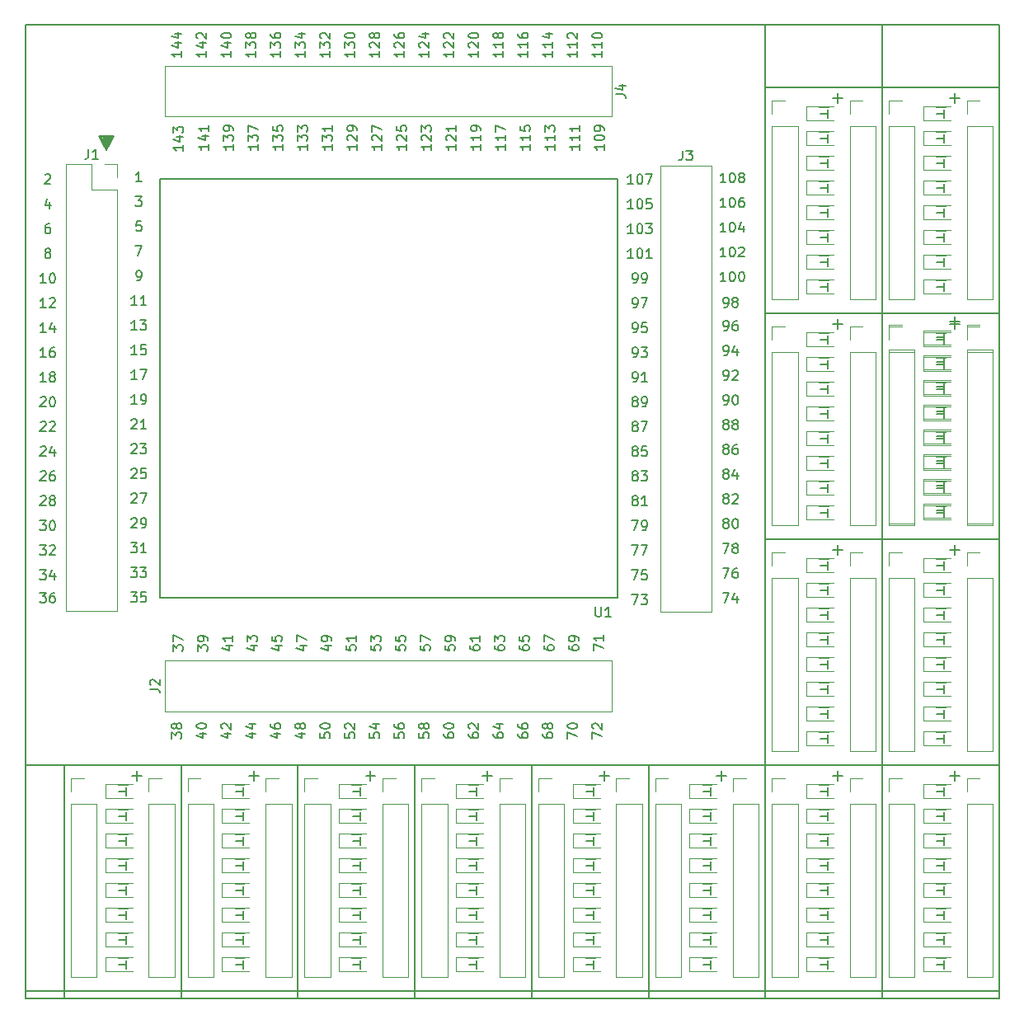
<source format=gto>
%TF.GenerationSoftware,KiCad,Pcbnew,4.0.7*%
%TF.CreationDate,2017-11-22T20:55:30+08:00*%
%TF.ProjectId,frontsilk,66726F6E7473696C6B2E6B696361645F,rev?*%
%TF.FileFunction,Legend,Top*%
%FSLAX46Y46*%
G04 Gerber Fmt 4.6, Leading zero omitted, Abs format (unit mm)*
G04 Created by KiCad (PCBNEW 4.0.7) date 11/22/17 20:55:30*
%MOMM*%
%LPD*%
G01*
G04 APERTURE LIST*
%ADD10C,0.200000*%
%ADD11C,0.150000*%
%ADD12C,0.120000*%
G04 APERTURE END LIST*
D10*
X8624980Y88324990D02*
X8374990Y88249990D01*
X8224980Y88474980D02*
X8624980Y88324990D01*
X8724980Y88524990D02*
X8224980Y88474980D01*
X8499980Y87974980D02*
X8724980Y88524990D01*
X8124980Y88549990D02*
X8499980Y87974980D01*
X8399980Y87749990D02*
X8124980Y88549990D01*
X7950000Y88549990D02*
X8399980Y87749990D01*
X8324980Y87499980D02*
X7950000Y88549990D01*
X8874990Y88549990D02*
X8324980Y87499980D01*
X8374990Y87325000D02*
X8874990Y88549990D01*
X7724980Y88599980D02*
X8374990Y87325000D01*
X8299980Y87099980D02*
X7550000Y88599980D01*
X9049990Y88599980D02*
X8299980Y87099980D01*
X7550000Y88599980D02*
X9049990Y88599980D01*
X62280470Y41477620D02*
X62947120Y41477620D01*
X62947120Y41477620D02*
X62518570Y40477620D01*
X63232840Y41477620D02*
X63851890Y41477620D01*
X63851890Y41477620D02*
X63518570Y41096670D01*
X63518570Y41096670D02*
X63661420Y41096670D01*
X63661420Y41096670D02*
X63756670Y41049040D01*
X63756670Y41049040D02*
X63804270Y41001420D01*
X63804270Y41001420D02*
X63851890Y40906170D01*
X63851890Y40906170D02*
X63851890Y40668090D01*
X63851890Y40668090D02*
X63804270Y40572840D01*
X63804270Y40572840D02*
X63756670Y40525220D01*
X63756670Y40525220D02*
X63661420Y40477620D01*
X63661420Y40477620D02*
X63375690Y40477620D01*
X63375690Y40477620D02*
X63280470Y40525220D01*
X63280470Y40525220D02*
X63232840Y40572840D01*
X62280470Y44017620D02*
X62947120Y44017620D01*
X62947120Y44017620D02*
X62518570Y43017620D01*
X63804270Y44017620D02*
X63328090Y44017620D01*
X63328090Y44017620D02*
X63280470Y43541420D01*
X63280470Y43541420D02*
X63328090Y43589040D01*
X63328090Y43589040D02*
X63423320Y43636670D01*
X63423320Y43636670D02*
X63661420Y43636670D01*
X63661420Y43636670D02*
X63756670Y43589040D01*
X63756670Y43589040D02*
X63804270Y43541420D01*
X63804270Y43541420D02*
X63851890Y43446170D01*
X63851890Y43446170D02*
X63851890Y43208090D01*
X63851890Y43208090D02*
X63804270Y43112840D01*
X63804270Y43112840D02*
X63756670Y43065220D01*
X63756670Y43065220D02*
X63661420Y43017620D01*
X63661420Y43017620D02*
X63423320Y43017620D01*
X63423320Y43017620D02*
X63328090Y43065220D01*
X63328090Y43065220D02*
X63280470Y43112840D01*
X62280470Y46557620D02*
X62947120Y46557620D01*
X62947120Y46557620D02*
X62518570Y45557620D01*
X63232840Y46557620D02*
X63899520Y46557620D01*
X63899520Y46557620D02*
X63470940Y45557620D01*
X62280470Y49097620D02*
X62947120Y49097620D01*
X62947120Y49097620D02*
X62518570Y48097620D01*
X63375690Y48097620D02*
X63566170Y48097620D01*
X63566170Y48097620D02*
X63661420Y48145220D01*
X63661420Y48145220D02*
X63709040Y48192840D01*
X63709040Y48192840D02*
X63804270Y48335690D01*
X63804270Y48335690D02*
X63851890Y48526170D01*
X63851890Y48526170D02*
X63851890Y48907140D01*
X63851890Y48907140D02*
X63804270Y49002370D01*
X63804270Y49002370D02*
X63756670Y49049990D01*
X63756670Y49049990D02*
X63661420Y49097620D01*
X63661420Y49097620D02*
X63470940Y49097620D01*
X63470940Y49097620D02*
X63375690Y49049990D01*
X63375690Y49049990D02*
X63328090Y49002370D01*
X63328090Y49002370D02*
X63280470Y48907140D01*
X63280470Y48907140D02*
X63280470Y48669040D01*
X63280470Y48669040D02*
X63328090Y48573790D01*
X63328090Y48573790D02*
X63375690Y48526170D01*
X63375690Y48526170D02*
X63470940Y48478570D01*
X63470940Y48478570D02*
X63661420Y48478570D01*
X63661420Y48478570D02*
X63756670Y48526170D01*
X63756670Y48526170D02*
X63804270Y48573790D01*
X63804270Y48573790D02*
X63851890Y48669040D01*
X62518570Y51209040D02*
X62423320Y51256670D01*
X62423320Y51256670D02*
X62375690Y51304270D01*
X62375690Y51304270D02*
X62328090Y51399520D01*
X62328090Y51399520D02*
X62328090Y51447140D01*
X62328090Y51447140D02*
X62375690Y51542370D01*
X62375690Y51542370D02*
X62423320Y51589990D01*
X62423320Y51589990D02*
X62518570Y51637620D01*
X62518570Y51637620D02*
X62709040Y51637620D01*
X62709040Y51637620D02*
X62804270Y51589990D01*
X62804270Y51589990D02*
X62851890Y51542370D01*
X62851890Y51542370D02*
X62899520Y51447140D01*
X62899520Y51447140D02*
X62899520Y51399520D01*
X62899520Y51399520D02*
X62851890Y51304270D01*
X62851890Y51304270D02*
X62804270Y51256670D01*
X62804270Y51256670D02*
X62709040Y51209040D01*
X62709040Y51209040D02*
X62518570Y51209040D01*
X62518570Y51209040D02*
X62423320Y51161420D01*
X62423320Y51161420D02*
X62375690Y51113790D01*
X62375690Y51113790D02*
X62328090Y51018570D01*
X62328090Y51018570D02*
X62328090Y50828090D01*
X62328090Y50828090D02*
X62375690Y50732840D01*
X62375690Y50732840D02*
X62423320Y50685220D01*
X62423320Y50685220D02*
X62518570Y50637620D01*
X62518570Y50637620D02*
X62709040Y50637620D01*
X62709040Y50637620D02*
X62804270Y50685220D01*
X62804270Y50685220D02*
X62851890Y50732840D01*
X62851890Y50732840D02*
X62899520Y50828090D01*
X62899520Y50828090D02*
X62899520Y51018570D01*
X62899520Y51018570D02*
X62851890Y51113790D01*
X62851890Y51113790D02*
X62804270Y51161420D01*
X62804270Y51161420D02*
X62709040Y51209040D01*
X63851890Y50637620D02*
X63280470Y50637620D01*
X63566170Y50637620D02*
X63566170Y51637620D01*
X63566170Y51637620D02*
X63470940Y51494740D01*
X63470940Y51494740D02*
X63375690Y51399520D01*
X63375690Y51399520D02*
X63280470Y51351890D01*
X62518570Y53749040D02*
X62423320Y53796670D01*
X62423320Y53796670D02*
X62375690Y53844270D01*
X62375690Y53844270D02*
X62328090Y53939520D01*
X62328090Y53939520D02*
X62328090Y53987140D01*
X62328090Y53987140D02*
X62375690Y54082370D01*
X62375690Y54082370D02*
X62423320Y54129990D01*
X62423320Y54129990D02*
X62518570Y54177620D01*
X62518570Y54177620D02*
X62709040Y54177620D01*
X62709040Y54177620D02*
X62804270Y54129990D01*
X62804270Y54129990D02*
X62851890Y54082370D01*
X62851890Y54082370D02*
X62899520Y53987140D01*
X62899520Y53987140D02*
X62899520Y53939520D01*
X62899520Y53939520D02*
X62851890Y53844270D01*
X62851890Y53844270D02*
X62804270Y53796670D01*
X62804270Y53796670D02*
X62709040Y53749040D01*
X62709040Y53749040D02*
X62518570Y53749040D01*
X62518570Y53749040D02*
X62423320Y53701420D01*
X62423320Y53701420D02*
X62375690Y53653790D01*
X62375690Y53653790D02*
X62328090Y53558570D01*
X62328090Y53558570D02*
X62328090Y53368090D01*
X62328090Y53368090D02*
X62375690Y53272840D01*
X62375690Y53272840D02*
X62423320Y53225220D01*
X62423320Y53225220D02*
X62518570Y53177620D01*
X62518570Y53177620D02*
X62709040Y53177620D01*
X62709040Y53177620D02*
X62804270Y53225220D01*
X62804270Y53225220D02*
X62851890Y53272840D01*
X62851890Y53272840D02*
X62899520Y53368090D01*
X62899520Y53368090D02*
X62899520Y53558570D01*
X62899520Y53558570D02*
X62851890Y53653790D01*
X62851890Y53653790D02*
X62804270Y53701420D01*
X62804270Y53701420D02*
X62709040Y53749040D01*
X63232840Y54177620D02*
X63851890Y54177620D01*
X63851890Y54177620D02*
X63518570Y53796670D01*
X63518570Y53796670D02*
X63661420Y53796670D01*
X63661420Y53796670D02*
X63756670Y53749040D01*
X63756670Y53749040D02*
X63804270Y53701420D01*
X63804270Y53701420D02*
X63851890Y53606170D01*
X63851890Y53606170D02*
X63851890Y53368090D01*
X63851890Y53368090D02*
X63804270Y53272840D01*
X63804270Y53272840D02*
X63756670Y53225220D01*
X63756670Y53225220D02*
X63661420Y53177620D01*
X63661420Y53177620D02*
X63375690Y53177620D01*
X63375690Y53177620D02*
X63280470Y53225220D01*
X63280470Y53225220D02*
X63232840Y53272840D01*
X62518570Y56289040D02*
X62423320Y56336670D01*
X62423320Y56336670D02*
X62375690Y56384270D01*
X62375690Y56384270D02*
X62328090Y56479520D01*
X62328090Y56479520D02*
X62328090Y56527140D01*
X62328090Y56527140D02*
X62375690Y56622370D01*
X62375690Y56622370D02*
X62423320Y56669990D01*
X62423320Y56669990D02*
X62518570Y56717620D01*
X62518570Y56717620D02*
X62709040Y56717620D01*
X62709040Y56717620D02*
X62804270Y56669990D01*
X62804270Y56669990D02*
X62851890Y56622370D01*
X62851890Y56622370D02*
X62899520Y56527140D01*
X62899520Y56527140D02*
X62899520Y56479520D01*
X62899520Y56479520D02*
X62851890Y56384270D01*
X62851890Y56384270D02*
X62804270Y56336670D01*
X62804270Y56336670D02*
X62709040Y56289040D01*
X62709040Y56289040D02*
X62518570Y56289040D01*
X62518570Y56289040D02*
X62423320Y56241420D01*
X62423320Y56241420D02*
X62375690Y56193790D01*
X62375690Y56193790D02*
X62328090Y56098570D01*
X62328090Y56098570D02*
X62328090Y55908090D01*
X62328090Y55908090D02*
X62375690Y55812840D01*
X62375690Y55812840D02*
X62423320Y55765220D01*
X62423320Y55765220D02*
X62518570Y55717620D01*
X62518570Y55717620D02*
X62709040Y55717620D01*
X62709040Y55717620D02*
X62804270Y55765220D01*
X62804270Y55765220D02*
X62851890Y55812840D01*
X62851890Y55812840D02*
X62899520Y55908090D01*
X62899520Y55908090D02*
X62899520Y56098570D01*
X62899520Y56098570D02*
X62851890Y56193790D01*
X62851890Y56193790D02*
X62804270Y56241420D01*
X62804270Y56241420D02*
X62709040Y56289040D01*
X63804270Y56717620D02*
X63328090Y56717620D01*
X63328090Y56717620D02*
X63280470Y56241420D01*
X63280470Y56241420D02*
X63328090Y56289040D01*
X63328090Y56289040D02*
X63423320Y56336670D01*
X63423320Y56336670D02*
X63661420Y56336670D01*
X63661420Y56336670D02*
X63756670Y56289040D01*
X63756670Y56289040D02*
X63804270Y56241420D01*
X63804270Y56241420D02*
X63851890Y56146170D01*
X63851890Y56146170D02*
X63851890Y55908090D01*
X63851890Y55908090D02*
X63804270Y55812840D01*
X63804270Y55812840D02*
X63756670Y55765220D01*
X63756670Y55765220D02*
X63661420Y55717620D01*
X63661420Y55717620D02*
X63423320Y55717620D01*
X63423320Y55717620D02*
X63328090Y55765220D01*
X63328090Y55765220D02*
X63280470Y55812840D01*
X62518570Y58829040D02*
X62423320Y58876670D01*
X62423320Y58876670D02*
X62375690Y58924270D01*
X62375690Y58924270D02*
X62328090Y59019520D01*
X62328090Y59019520D02*
X62328090Y59067140D01*
X62328090Y59067140D02*
X62375690Y59162370D01*
X62375690Y59162370D02*
X62423320Y59209990D01*
X62423320Y59209990D02*
X62518570Y59257620D01*
X62518570Y59257620D02*
X62709040Y59257620D01*
X62709040Y59257620D02*
X62804270Y59209990D01*
X62804270Y59209990D02*
X62851890Y59162370D01*
X62851890Y59162370D02*
X62899520Y59067140D01*
X62899520Y59067140D02*
X62899520Y59019520D01*
X62899520Y59019520D02*
X62851890Y58924270D01*
X62851890Y58924270D02*
X62804270Y58876670D01*
X62804270Y58876670D02*
X62709040Y58829040D01*
X62709040Y58829040D02*
X62518570Y58829040D01*
X62518570Y58829040D02*
X62423320Y58781420D01*
X62423320Y58781420D02*
X62375690Y58733790D01*
X62375690Y58733790D02*
X62328090Y58638570D01*
X62328090Y58638570D02*
X62328090Y58448090D01*
X62328090Y58448090D02*
X62375690Y58352840D01*
X62375690Y58352840D02*
X62423320Y58305220D01*
X62423320Y58305220D02*
X62518570Y58257620D01*
X62518570Y58257620D02*
X62709040Y58257620D01*
X62709040Y58257620D02*
X62804270Y58305220D01*
X62804270Y58305220D02*
X62851890Y58352840D01*
X62851890Y58352840D02*
X62899520Y58448090D01*
X62899520Y58448090D02*
X62899520Y58638570D01*
X62899520Y58638570D02*
X62851890Y58733790D01*
X62851890Y58733790D02*
X62804270Y58781420D01*
X62804270Y58781420D02*
X62709040Y58829040D01*
X63232840Y59257620D02*
X63899520Y59257620D01*
X63899520Y59257620D02*
X63470940Y58257620D01*
X62518570Y61369040D02*
X62423320Y61416670D01*
X62423320Y61416670D02*
X62375690Y61464270D01*
X62375690Y61464270D02*
X62328090Y61559520D01*
X62328090Y61559520D02*
X62328090Y61607140D01*
X62328090Y61607140D02*
X62375690Y61702370D01*
X62375690Y61702370D02*
X62423320Y61749990D01*
X62423320Y61749990D02*
X62518570Y61797620D01*
X62518570Y61797620D02*
X62709040Y61797620D01*
X62709040Y61797620D02*
X62804270Y61749990D01*
X62804270Y61749990D02*
X62851890Y61702370D01*
X62851890Y61702370D02*
X62899520Y61607140D01*
X62899520Y61607140D02*
X62899520Y61559520D01*
X62899520Y61559520D02*
X62851890Y61464270D01*
X62851890Y61464270D02*
X62804270Y61416670D01*
X62804270Y61416670D02*
X62709040Y61369040D01*
X62709040Y61369040D02*
X62518570Y61369040D01*
X62518570Y61369040D02*
X62423320Y61321420D01*
X62423320Y61321420D02*
X62375690Y61273790D01*
X62375690Y61273790D02*
X62328090Y61178570D01*
X62328090Y61178570D02*
X62328090Y60988090D01*
X62328090Y60988090D02*
X62375690Y60892840D01*
X62375690Y60892840D02*
X62423320Y60845220D01*
X62423320Y60845220D02*
X62518570Y60797620D01*
X62518570Y60797620D02*
X62709040Y60797620D01*
X62709040Y60797620D02*
X62804270Y60845220D01*
X62804270Y60845220D02*
X62851890Y60892840D01*
X62851890Y60892840D02*
X62899520Y60988090D01*
X62899520Y60988090D02*
X62899520Y61178570D01*
X62899520Y61178570D02*
X62851890Y61273790D01*
X62851890Y61273790D02*
X62804270Y61321420D01*
X62804270Y61321420D02*
X62709040Y61369040D01*
X63375690Y60797620D02*
X63566170Y60797620D01*
X63566170Y60797620D02*
X63661420Y60845220D01*
X63661420Y60845220D02*
X63709040Y60892840D01*
X63709040Y60892840D02*
X63804270Y61035690D01*
X63804270Y61035690D02*
X63851890Y61226170D01*
X63851890Y61226170D02*
X63851890Y61607140D01*
X63851890Y61607140D02*
X63804270Y61702370D01*
X63804270Y61702370D02*
X63756670Y61749990D01*
X63756670Y61749990D02*
X63661420Y61797620D01*
X63661420Y61797620D02*
X63470940Y61797620D01*
X63470940Y61797620D02*
X63375690Y61749990D01*
X63375690Y61749990D02*
X63328090Y61702370D01*
X63328090Y61702370D02*
X63280470Y61607140D01*
X63280470Y61607140D02*
X63280470Y61369040D01*
X63280470Y61369040D02*
X63328090Y61273790D01*
X63328090Y61273790D02*
X63375690Y61226170D01*
X63375690Y61226170D02*
X63470940Y61178570D01*
X63470940Y61178570D02*
X63661420Y61178570D01*
X63661420Y61178570D02*
X63756670Y61226170D01*
X63756670Y61226170D02*
X63804270Y61273790D01*
X63804270Y61273790D02*
X63851890Y61369040D01*
X62423320Y63337620D02*
X62613790Y63337620D01*
X62613790Y63337620D02*
X62709040Y63385220D01*
X62709040Y63385220D02*
X62756640Y63432840D01*
X62756640Y63432840D02*
X62851890Y63575690D01*
X62851890Y63575690D02*
X62899520Y63766170D01*
X62899520Y63766170D02*
X62899520Y64147140D01*
X62899520Y64147140D02*
X62851890Y64242370D01*
X62851890Y64242370D02*
X62804270Y64289990D01*
X62804270Y64289990D02*
X62709040Y64337620D01*
X62709040Y64337620D02*
X62518570Y64337620D01*
X62518570Y64337620D02*
X62423320Y64289990D01*
X62423320Y64289990D02*
X62375690Y64242370D01*
X62375690Y64242370D02*
X62328090Y64147140D01*
X62328090Y64147140D02*
X62328090Y63909040D01*
X62328090Y63909040D02*
X62375690Y63813790D01*
X62375690Y63813790D02*
X62423320Y63766170D01*
X62423320Y63766170D02*
X62518570Y63718570D01*
X62518570Y63718570D02*
X62709040Y63718570D01*
X62709040Y63718570D02*
X62804270Y63766170D01*
X62804270Y63766170D02*
X62851890Y63813790D01*
X62851890Y63813790D02*
X62899520Y63909040D01*
X63851890Y63337620D02*
X63280470Y63337620D01*
X63566170Y63337620D02*
X63566170Y64337620D01*
X63566170Y64337620D02*
X63470940Y64194740D01*
X63470940Y64194740D02*
X63375690Y64099520D01*
X63375690Y64099520D02*
X63280470Y64051890D01*
X62423320Y65877620D02*
X62613790Y65877620D01*
X62613790Y65877620D02*
X62709040Y65925220D01*
X62709040Y65925220D02*
X62756640Y65972840D01*
X62756640Y65972840D02*
X62851890Y66115690D01*
X62851890Y66115690D02*
X62899520Y66306170D01*
X62899520Y66306170D02*
X62899520Y66687140D01*
X62899520Y66687140D02*
X62851890Y66782370D01*
X62851890Y66782370D02*
X62804270Y66829990D01*
X62804270Y66829990D02*
X62709040Y66877620D01*
X62709040Y66877620D02*
X62518570Y66877620D01*
X62518570Y66877620D02*
X62423320Y66829990D01*
X62423320Y66829990D02*
X62375690Y66782370D01*
X62375690Y66782370D02*
X62328090Y66687140D01*
X62328090Y66687140D02*
X62328090Y66449040D01*
X62328090Y66449040D02*
X62375690Y66353790D01*
X62375690Y66353790D02*
X62423320Y66306170D01*
X62423320Y66306170D02*
X62518570Y66258570D01*
X62518570Y66258570D02*
X62709040Y66258570D01*
X62709040Y66258570D02*
X62804270Y66306170D01*
X62804270Y66306170D02*
X62851890Y66353790D01*
X62851890Y66353790D02*
X62899520Y66449040D01*
X63232840Y66877620D02*
X63851890Y66877620D01*
X63851890Y66877620D02*
X63518570Y66496670D01*
X63518570Y66496670D02*
X63661420Y66496670D01*
X63661420Y66496670D02*
X63756670Y66449040D01*
X63756670Y66449040D02*
X63804270Y66401420D01*
X63804270Y66401420D02*
X63851890Y66306170D01*
X63851890Y66306170D02*
X63851890Y66068090D01*
X63851890Y66068090D02*
X63804270Y65972840D01*
X63804270Y65972840D02*
X63756670Y65925220D01*
X63756670Y65925220D02*
X63661420Y65877620D01*
X63661420Y65877620D02*
X63375690Y65877620D01*
X63375690Y65877620D02*
X63280470Y65925220D01*
X63280470Y65925220D02*
X63232840Y65972840D01*
X62423320Y68417620D02*
X62613790Y68417620D01*
X62613790Y68417620D02*
X62709040Y68465220D01*
X62709040Y68465220D02*
X62756640Y68512840D01*
X62756640Y68512840D02*
X62851890Y68655690D01*
X62851890Y68655690D02*
X62899520Y68846170D01*
X62899520Y68846170D02*
X62899520Y69227140D01*
X62899520Y69227140D02*
X62851890Y69322370D01*
X62851890Y69322370D02*
X62804270Y69369990D01*
X62804270Y69369990D02*
X62709040Y69417620D01*
X62709040Y69417620D02*
X62518570Y69417620D01*
X62518570Y69417620D02*
X62423320Y69369990D01*
X62423320Y69369990D02*
X62375690Y69322370D01*
X62375690Y69322370D02*
X62328090Y69227140D01*
X62328090Y69227140D02*
X62328090Y68989040D01*
X62328090Y68989040D02*
X62375690Y68893790D01*
X62375690Y68893790D02*
X62423320Y68846170D01*
X62423320Y68846170D02*
X62518570Y68798570D01*
X62518570Y68798570D02*
X62709040Y68798570D01*
X62709040Y68798570D02*
X62804270Y68846170D01*
X62804270Y68846170D02*
X62851890Y68893790D01*
X62851890Y68893790D02*
X62899520Y68989040D01*
X63804270Y69417620D02*
X63328090Y69417620D01*
X63328090Y69417620D02*
X63280470Y68941420D01*
X63280470Y68941420D02*
X63328090Y68989040D01*
X63328090Y68989040D02*
X63423320Y69036670D01*
X63423320Y69036670D02*
X63661420Y69036670D01*
X63661420Y69036670D02*
X63756670Y68989040D01*
X63756670Y68989040D02*
X63804270Y68941420D01*
X63804270Y68941420D02*
X63851890Y68846170D01*
X63851890Y68846170D02*
X63851890Y68608090D01*
X63851890Y68608090D02*
X63804270Y68512840D01*
X63804270Y68512840D02*
X63756670Y68465220D01*
X63756670Y68465220D02*
X63661420Y68417620D01*
X63661420Y68417620D02*
X63423320Y68417620D01*
X63423320Y68417620D02*
X63328090Y68465220D01*
X63328090Y68465220D02*
X63280470Y68512840D01*
X62423320Y70957620D02*
X62613790Y70957620D01*
X62613790Y70957620D02*
X62709040Y71005220D01*
X62709040Y71005220D02*
X62756640Y71052840D01*
X62756640Y71052840D02*
X62851890Y71195690D01*
X62851890Y71195690D02*
X62899520Y71386170D01*
X62899520Y71386170D02*
X62899520Y71767140D01*
X62899520Y71767140D02*
X62851890Y71862370D01*
X62851890Y71862370D02*
X62804270Y71909990D01*
X62804270Y71909990D02*
X62709040Y71957620D01*
X62709040Y71957620D02*
X62518570Y71957620D01*
X62518570Y71957620D02*
X62423320Y71909990D01*
X62423320Y71909990D02*
X62375690Y71862370D01*
X62375690Y71862370D02*
X62328090Y71767140D01*
X62328090Y71767140D02*
X62328090Y71529040D01*
X62328090Y71529040D02*
X62375690Y71433790D01*
X62375690Y71433790D02*
X62423320Y71386170D01*
X62423320Y71386170D02*
X62518570Y71338570D01*
X62518570Y71338570D02*
X62709040Y71338570D01*
X62709040Y71338570D02*
X62804270Y71386170D01*
X62804270Y71386170D02*
X62851890Y71433790D01*
X62851890Y71433790D02*
X62899520Y71529040D01*
X63232840Y71957620D02*
X63899520Y71957620D01*
X63899520Y71957620D02*
X63470940Y70957620D01*
X62423320Y73497620D02*
X62613790Y73497620D01*
X62613790Y73497620D02*
X62709040Y73545220D01*
X62709040Y73545220D02*
X62756640Y73592840D01*
X62756640Y73592840D02*
X62851890Y73735690D01*
X62851890Y73735690D02*
X62899520Y73926170D01*
X62899520Y73926170D02*
X62899520Y74307140D01*
X62899520Y74307140D02*
X62851890Y74402370D01*
X62851890Y74402370D02*
X62804270Y74449990D01*
X62804270Y74449990D02*
X62709040Y74497620D01*
X62709040Y74497620D02*
X62518570Y74497620D01*
X62518570Y74497620D02*
X62423320Y74449990D01*
X62423320Y74449990D02*
X62375690Y74402370D01*
X62375690Y74402370D02*
X62328090Y74307140D01*
X62328090Y74307140D02*
X62328090Y74069040D01*
X62328090Y74069040D02*
X62375690Y73973790D01*
X62375690Y73973790D02*
X62423320Y73926170D01*
X62423320Y73926170D02*
X62518570Y73878570D01*
X62518570Y73878570D02*
X62709040Y73878570D01*
X62709040Y73878570D02*
X62804270Y73926170D01*
X62804270Y73926170D02*
X62851890Y73973790D01*
X62851890Y73973790D02*
X62899520Y74069040D01*
X63375690Y73497620D02*
X63566170Y73497620D01*
X63566170Y73497620D02*
X63661420Y73545220D01*
X63661420Y73545220D02*
X63709040Y73592840D01*
X63709040Y73592840D02*
X63804270Y73735690D01*
X63804270Y73735690D02*
X63851890Y73926170D01*
X63851890Y73926170D02*
X63851890Y74307140D01*
X63851890Y74307140D02*
X63804270Y74402370D01*
X63804270Y74402370D02*
X63756670Y74449990D01*
X63756670Y74449990D02*
X63661420Y74497620D01*
X63661420Y74497620D02*
X63470940Y74497620D01*
X63470940Y74497620D02*
X63375690Y74449990D01*
X63375690Y74449990D02*
X63328090Y74402370D01*
X63328090Y74402370D02*
X63280470Y74307140D01*
X63280470Y74307140D02*
X63280470Y74069040D01*
X63280470Y74069040D02*
X63328090Y73973790D01*
X63328090Y73973790D02*
X63375690Y73926170D01*
X63375690Y73926170D02*
X63470940Y73878570D01*
X63470940Y73878570D02*
X63661420Y73878570D01*
X63661420Y73878570D02*
X63756670Y73926170D01*
X63756670Y73926170D02*
X63804270Y73973790D01*
X63804270Y73973790D02*
X63851890Y74069040D01*
X62423320Y76037620D02*
X61851900Y76037620D01*
X62137590Y76037620D02*
X62137590Y77037620D01*
X62137590Y77037620D02*
X62042370Y76894740D01*
X62042370Y76894740D02*
X61947120Y76799520D01*
X61947120Y76799520D02*
X61851900Y76751890D01*
X63042370Y77037620D02*
X63137620Y77037620D01*
X63137620Y77037620D02*
X63232840Y76989990D01*
X63232840Y76989990D02*
X63280470Y76942370D01*
X63280470Y76942370D02*
X63328090Y76847140D01*
X63328090Y76847140D02*
X63375690Y76656670D01*
X63375690Y76656670D02*
X63375690Y76418570D01*
X63375690Y76418570D02*
X63328090Y76228090D01*
X63328090Y76228090D02*
X63280470Y76132840D01*
X63280470Y76132840D02*
X63232840Y76085220D01*
X63232840Y76085220D02*
X63137620Y76037620D01*
X63137620Y76037620D02*
X63042370Y76037620D01*
X63042370Y76037620D02*
X62947120Y76085220D01*
X62947120Y76085220D02*
X62899520Y76132840D01*
X62899520Y76132840D02*
X62851890Y76228090D01*
X62851890Y76228090D02*
X62804270Y76418570D01*
X62804270Y76418570D02*
X62804270Y76656670D01*
X62804270Y76656670D02*
X62851890Y76847140D01*
X62851890Y76847140D02*
X62899520Y76942370D01*
X62899520Y76942370D02*
X62947120Y76989990D01*
X62947120Y76989990D02*
X63042370Y77037620D01*
X64328090Y76037620D02*
X63756670Y76037620D01*
X64042370Y76037620D02*
X64042370Y77037620D01*
X64042370Y77037620D02*
X63947140Y76894740D01*
X63947140Y76894740D02*
X63851890Y76799520D01*
X63851890Y76799520D02*
X63756670Y76751890D01*
X62423320Y78577620D02*
X61851900Y78577620D01*
X62137590Y78577620D02*
X62137590Y79577620D01*
X62137590Y79577620D02*
X62042370Y79434740D01*
X62042370Y79434740D02*
X61947120Y79339520D01*
X61947120Y79339520D02*
X61851900Y79291890D01*
X63042370Y79577620D02*
X63137620Y79577620D01*
X63137620Y79577620D02*
X63232840Y79529990D01*
X63232840Y79529990D02*
X63280470Y79482370D01*
X63280470Y79482370D02*
X63328090Y79387140D01*
X63328090Y79387140D02*
X63375690Y79196670D01*
X63375690Y79196670D02*
X63375690Y78958570D01*
X63375690Y78958570D02*
X63328090Y78768090D01*
X63328090Y78768090D02*
X63280470Y78672840D01*
X63280470Y78672840D02*
X63232840Y78625220D01*
X63232840Y78625220D02*
X63137620Y78577620D01*
X63137620Y78577620D02*
X63042370Y78577620D01*
X63042370Y78577620D02*
X62947120Y78625220D01*
X62947120Y78625220D02*
X62899520Y78672840D01*
X62899520Y78672840D02*
X62851890Y78768090D01*
X62851890Y78768090D02*
X62804270Y78958570D01*
X62804270Y78958570D02*
X62804270Y79196670D01*
X62804270Y79196670D02*
X62851890Y79387140D01*
X62851890Y79387140D02*
X62899520Y79482370D01*
X62899520Y79482370D02*
X62947120Y79529990D01*
X62947120Y79529990D02*
X63042370Y79577620D01*
X63709040Y79577620D02*
X64328090Y79577620D01*
X64328090Y79577620D02*
X63994740Y79196670D01*
X63994740Y79196670D02*
X64137620Y79196670D01*
X64137620Y79196670D02*
X64232840Y79149040D01*
X64232840Y79149040D02*
X64280470Y79101420D01*
X64280470Y79101420D02*
X64328090Y79006170D01*
X64328090Y79006170D02*
X64328090Y78768090D01*
X64328090Y78768090D02*
X64280470Y78672840D01*
X64280470Y78672840D02*
X64232840Y78625220D01*
X64232840Y78625220D02*
X64137620Y78577620D01*
X64137620Y78577620D02*
X63851890Y78577620D01*
X63851890Y78577620D02*
X63756670Y78625220D01*
X63756670Y78625220D02*
X63709040Y78672840D01*
X62423320Y81117620D02*
X61851900Y81117620D01*
X62137590Y81117620D02*
X62137590Y82117620D01*
X62137590Y82117620D02*
X62042370Y81974740D01*
X62042370Y81974740D02*
X61947120Y81879520D01*
X61947120Y81879520D02*
X61851900Y81831890D01*
X63042370Y82117620D02*
X63137620Y82117620D01*
X63137620Y82117620D02*
X63232840Y82069990D01*
X63232840Y82069990D02*
X63280470Y82022370D01*
X63280470Y82022370D02*
X63328090Y81927140D01*
X63328090Y81927140D02*
X63375690Y81736670D01*
X63375690Y81736670D02*
X63375690Y81498570D01*
X63375690Y81498570D02*
X63328090Y81308090D01*
X63328090Y81308090D02*
X63280470Y81212840D01*
X63280470Y81212840D02*
X63232840Y81165220D01*
X63232840Y81165220D02*
X63137620Y81117620D01*
X63137620Y81117620D02*
X63042370Y81117620D01*
X63042370Y81117620D02*
X62947120Y81165220D01*
X62947120Y81165220D02*
X62899520Y81212840D01*
X62899520Y81212840D02*
X62851890Y81308090D01*
X62851890Y81308090D02*
X62804270Y81498570D01*
X62804270Y81498570D02*
X62804270Y81736670D01*
X62804270Y81736670D02*
X62851890Y81927140D01*
X62851890Y81927140D02*
X62899520Y82022370D01*
X62899520Y82022370D02*
X62947120Y82069990D01*
X62947120Y82069990D02*
X63042370Y82117620D01*
X64280470Y82117620D02*
X63804270Y82117620D01*
X63804270Y82117620D02*
X63756670Y81641420D01*
X63756670Y81641420D02*
X63804270Y81689040D01*
X63804270Y81689040D02*
X63899520Y81736670D01*
X63899520Y81736670D02*
X64137620Y81736670D01*
X64137620Y81736670D02*
X64232840Y81689040D01*
X64232840Y81689040D02*
X64280470Y81641420D01*
X64280470Y81641420D02*
X64328090Y81546170D01*
X64328090Y81546170D02*
X64328090Y81308090D01*
X64328090Y81308090D02*
X64280470Y81212840D01*
X64280470Y81212840D02*
X64232840Y81165220D01*
X64232840Y81165220D02*
X64137620Y81117620D01*
X64137620Y81117620D02*
X63899520Y81117620D01*
X63899520Y81117620D02*
X63804270Y81165220D01*
X63804270Y81165220D02*
X63756670Y81212840D01*
X62423320Y83657620D02*
X61851900Y83657620D01*
X62137590Y83657620D02*
X62137590Y84657620D01*
X62137590Y84657620D02*
X62042370Y84514740D01*
X62042370Y84514740D02*
X61947120Y84419520D01*
X61947120Y84419520D02*
X61851900Y84371890D01*
X63042370Y84657620D02*
X63137620Y84657620D01*
X63137620Y84657620D02*
X63232840Y84609990D01*
X63232840Y84609990D02*
X63280470Y84562370D01*
X63280470Y84562370D02*
X63328090Y84467140D01*
X63328090Y84467140D02*
X63375690Y84276670D01*
X63375690Y84276670D02*
X63375690Y84038570D01*
X63375690Y84038570D02*
X63328090Y83848090D01*
X63328090Y83848090D02*
X63280470Y83752840D01*
X63280470Y83752840D02*
X63232840Y83705220D01*
X63232840Y83705220D02*
X63137620Y83657620D01*
X63137620Y83657620D02*
X63042370Y83657620D01*
X63042370Y83657620D02*
X62947120Y83705220D01*
X62947120Y83705220D02*
X62899520Y83752840D01*
X62899520Y83752840D02*
X62851890Y83848090D01*
X62851890Y83848090D02*
X62804270Y84038570D01*
X62804270Y84038570D02*
X62804270Y84276670D01*
X62804270Y84276670D02*
X62851890Y84467140D01*
X62851890Y84467140D02*
X62899520Y84562370D01*
X62899520Y84562370D02*
X62947120Y84609990D01*
X62947120Y84609990D02*
X63042370Y84657620D01*
X63709040Y84657620D02*
X64375690Y84657620D01*
X64375690Y84657620D02*
X63947140Y83657620D01*
X59222360Y97283320D02*
X59222360Y96711900D01*
X59222360Y96997600D02*
X58222360Y96997600D01*
X58222360Y96997600D02*
X58365240Y96902370D01*
X58365240Y96902370D02*
X58460460Y96807120D01*
X58460460Y96807120D02*
X58508090Y96711900D01*
X59222360Y98235690D02*
X59222360Y97664270D01*
X59222360Y97949990D02*
X58222360Y97949990D01*
X58222360Y97949990D02*
X58365240Y97854740D01*
X58365240Y97854740D02*
X58460460Y97759520D01*
X58460460Y97759520D02*
X58508090Y97664270D01*
X58222360Y98854740D02*
X58222360Y98949990D01*
X58222360Y98949990D02*
X58269990Y99045220D01*
X58269990Y99045220D02*
X58317610Y99092840D01*
X58317610Y99092840D02*
X58412840Y99140470D01*
X58412840Y99140470D02*
X58603310Y99188090D01*
X58603310Y99188090D02*
X58841410Y99188090D01*
X58841410Y99188090D02*
X59031890Y99140470D01*
X59031890Y99140470D02*
X59127140Y99092840D01*
X59127140Y99092840D02*
X59174760Y99045220D01*
X59174760Y99045220D02*
X59222360Y98949990D01*
X59222360Y98949990D02*
X59222360Y98854740D01*
X59222360Y98854740D02*
X59174760Y98759520D01*
X59174760Y98759520D02*
X59127140Y98711890D01*
X59127140Y98711890D02*
X59031890Y98664270D01*
X59031890Y98664270D02*
X58841410Y98616640D01*
X58841410Y98616640D02*
X58603310Y98616640D01*
X58603310Y98616640D02*
X58412840Y98664270D01*
X58412840Y98664270D02*
X58317610Y98711890D01*
X58317610Y98711890D02*
X58269990Y98759520D01*
X58269990Y98759520D02*
X58222360Y98854740D01*
X56682360Y97283320D02*
X56682360Y96711900D01*
X56682360Y96997600D02*
X55682360Y96997600D01*
X55682360Y96997600D02*
X55825240Y96902370D01*
X55825240Y96902370D02*
X55920460Y96807120D01*
X55920460Y96807120D02*
X55968090Y96711900D01*
X56682360Y98235690D02*
X56682360Y97664270D01*
X56682360Y97949990D02*
X55682360Y97949990D01*
X55682360Y97949990D02*
X55825240Y97854740D01*
X55825240Y97854740D02*
X55920460Y97759520D01*
X55920460Y97759520D02*
X55968090Y97664270D01*
X55777610Y98616640D02*
X55729990Y98664270D01*
X55729990Y98664270D02*
X55682360Y98759520D01*
X55682360Y98759520D02*
X55682360Y98997620D01*
X55682360Y98997620D02*
X55729990Y99092840D01*
X55729990Y99092840D02*
X55777610Y99140470D01*
X55777610Y99140470D02*
X55872840Y99188090D01*
X55872840Y99188090D02*
X55968090Y99188090D01*
X55968090Y99188090D02*
X56110940Y99140470D01*
X56110940Y99140470D02*
X56682360Y98569040D01*
X56682360Y98569040D02*
X56682360Y99188090D01*
X54142360Y97283320D02*
X54142360Y96711900D01*
X54142360Y96997600D02*
X53142360Y96997600D01*
X53142360Y96997600D02*
X53285240Y96902370D01*
X53285240Y96902370D02*
X53380460Y96807120D01*
X53380460Y96807120D02*
X53428090Y96711900D01*
X54142360Y98235690D02*
X54142360Y97664270D01*
X54142360Y97949990D02*
X53142360Y97949990D01*
X53142360Y97949990D02*
X53285240Y97854740D01*
X53285240Y97854740D02*
X53380460Y97759520D01*
X53380460Y97759520D02*
X53428090Y97664270D01*
X53475710Y99092840D02*
X54142360Y99092840D01*
X53094740Y98854740D02*
X53809040Y98616640D01*
X53809040Y98616640D02*
X53809040Y99235690D01*
X51602360Y97283320D02*
X51602360Y96711900D01*
X51602360Y96997600D02*
X50602360Y96997600D01*
X50602360Y96997600D02*
X50745240Y96902370D01*
X50745240Y96902370D02*
X50840460Y96807120D01*
X50840460Y96807120D02*
X50888090Y96711900D01*
X51602360Y98235690D02*
X51602360Y97664270D01*
X51602360Y97949990D02*
X50602360Y97949990D01*
X50602360Y97949990D02*
X50745240Y97854740D01*
X50745240Y97854740D02*
X50840460Y97759520D01*
X50840460Y97759520D02*
X50888090Y97664270D01*
X50602360Y99092840D02*
X50602360Y98902370D01*
X50602360Y98902370D02*
X50649990Y98807140D01*
X50649990Y98807140D02*
X50697610Y98759520D01*
X50697610Y98759520D02*
X50840460Y98664270D01*
X50840460Y98664270D02*
X51030940Y98616640D01*
X51030940Y98616640D02*
X51411890Y98616640D01*
X51411890Y98616640D02*
X51507140Y98664270D01*
X51507140Y98664270D02*
X51554760Y98711890D01*
X51554760Y98711890D02*
X51602360Y98807140D01*
X51602360Y98807140D02*
X51602360Y98997620D01*
X51602360Y98997620D02*
X51554760Y99092840D01*
X51554760Y99092840D02*
X51507140Y99140470D01*
X51507140Y99140470D02*
X51411890Y99188090D01*
X51411890Y99188090D02*
X51173790Y99188090D01*
X51173790Y99188090D02*
X51078560Y99140470D01*
X51078560Y99140470D02*
X51030940Y99092840D01*
X51030940Y99092840D02*
X50983310Y98997620D01*
X50983310Y98997620D02*
X50983310Y98807140D01*
X50983310Y98807140D02*
X51030940Y98711890D01*
X51030940Y98711890D02*
X51078560Y98664270D01*
X51078560Y98664270D02*
X51173790Y98616640D01*
X49062360Y97283320D02*
X49062360Y96711900D01*
X49062360Y96997600D02*
X48062360Y96997600D01*
X48062360Y96997600D02*
X48205240Y96902370D01*
X48205240Y96902370D02*
X48300460Y96807120D01*
X48300460Y96807120D02*
X48348090Y96711900D01*
X49062360Y98235690D02*
X49062360Y97664270D01*
X49062360Y97949990D02*
X48062360Y97949990D01*
X48062360Y97949990D02*
X48205240Y97854740D01*
X48205240Y97854740D02*
X48300460Y97759520D01*
X48300460Y97759520D02*
X48348090Y97664270D01*
X48490940Y98807140D02*
X48443310Y98711890D01*
X48443310Y98711890D02*
X48395710Y98664270D01*
X48395710Y98664270D02*
X48300460Y98616640D01*
X48300460Y98616640D02*
X48252840Y98616640D01*
X48252840Y98616640D02*
X48157610Y98664270D01*
X48157610Y98664270D02*
X48109990Y98711890D01*
X48109990Y98711890D02*
X48062360Y98807140D01*
X48062360Y98807140D02*
X48062360Y98997620D01*
X48062360Y98997620D02*
X48109990Y99092840D01*
X48109990Y99092840D02*
X48157610Y99140470D01*
X48157610Y99140470D02*
X48252840Y99188090D01*
X48252840Y99188090D02*
X48300460Y99188090D01*
X48300460Y99188090D02*
X48395710Y99140470D01*
X48395710Y99140470D02*
X48443310Y99092840D01*
X48443310Y99092840D02*
X48490940Y98997620D01*
X48490940Y98997620D02*
X48490940Y98807140D01*
X48490940Y98807140D02*
X48538560Y98711890D01*
X48538560Y98711890D02*
X48586190Y98664270D01*
X48586190Y98664270D02*
X48681410Y98616640D01*
X48681410Y98616640D02*
X48871890Y98616640D01*
X48871890Y98616640D02*
X48967140Y98664270D01*
X48967140Y98664270D02*
X49014760Y98711890D01*
X49014760Y98711890D02*
X49062360Y98807140D01*
X49062360Y98807140D02*
X49062360Y98997620D01*
X49062360Y98997620D02*
X49014760Y99092840D01*
X49014760Y99092840D02*
X48967140Y99140470D01*
X48967140Y99140470D02*
X48871890Y99188090D01*
X48871890Y99188090D02*
X48681410Y99188090D01*
X48681410Y99188090D02*
X48586190Y99140470D01*
X48586190Y99140470D02*
X48538560Y99092840D01*
X48538560Y99092840D02*
X48490940Y98997620D01*
X46522360Y97283320D02*
X46522360Y96711900D01*
X46522360Y96997600D02*
X45522360Y96997600D01*
X45522360Y96997600D02*
X45665240Y96902370D01*
X45665240Y96902370D02*
X45760460Y96807120D01*
X45760460Y96807120D02*
X45808090Y96711900D01*
X45617610Y97664270D02*
X45569990Y97711900D01*
X45569990Y97711900D02*
X45522360Y97807120D01*
X45522360Y97807120D02*
X45522360Y98045220D01*
X45522360Y98045220D02*
X45569990Y98140470D01*
X45569990Y98140470D02*
X45617610Y98188090D01*
X45617610Y98188090D02*
X45712840Y98235690D01*
X45712840Y98235690D02*
X45808090Y98235690D01*
X45808090Y98235690D02*
X45950940Y98188090D01*
X45950940Y98188090D02*
X46522360Y97616650D01*
X46522360Y97616650D02*
X46522360Y98235690D01*
X45522360Y98854740D02*
X45522360Y98949990D01*
X45522360Y98949990D02*
X45569990Y99045220D01*
X45569990Y99045220D02*
X45617610Y99092840D01*
X45617610Y99092840D02*
X45712840Y99140470D01*
X45712840Y99140470D02*
X45903310Y99188090D01*
X45903310Y99188090D02*
X46141410Y99188090D01*
X46141410Y99188090D02*
X46331890Y99140470D01*
X46331890Y99140470D02*
X46427140Y99092840D01*
X46427140Y99092840D02*
X46474760Y99045220D01*
X46474760Y99045220D02*
X46522360Y98949990D01*
X46522360Y98949990D02*
X46522360Y98854740D01*
X46522360Y98854740D02*
X46474760Y98759520D01*
X46474760Y98759520D02*
X46427140Y98711890D01*
X46427140Y98711890D02*
X46331890Y98664270D01*
X46331890Y98664270D02*
X46141410Y98616640D01*
X46141410Y98616640D02*
X45903310Y98616640D01*
X45903310Y98616640D02*
X45712840Y98664270D01*
X45712840Y98664270D02*
X45617610Y98711890D01*
X45617610Y98711890D02*
X45569990Y98759520D01*
X45569990Y98759520D02*
X45522360Y98854740D01*
X43982360Y97283320D02*
X43982360Y96711900D01*
X43982360Y96997600D02*
X42982360Y96997600D01*
X42982360Y96997600D02*
X43125240Y96902370D01*
X43125240Y96902370D02*
X43220460Y96807120D01*
X43220460Y96807120D02*
X43268090Y96711900D01*
X43077610Y97664270D02*
X43029990Y97711900D01*
X43029990Y97711900D02*
X42982360Y97807120D01*
X42982360Y97807120D02*
X42982360Y98045220D01*
X42982360Y98045220D02*
X43029990Y98140470D01*
X43029990Y98140470D02*
X43077610Y98188090D01*
X43077610Y98188090D02*
X43172840Y98235690D01*
X43172840Y98235690D02*
X43268090Y98235690D01*
X43268090Y98235690D02*
X43410940Y98188090D01*
X43410940Y98188090D02*
X43982360Y97616650D01*
X43982360Y97616650D02*
X43982360Y98235690D01*
X43077610Y98616640D02*
X43029990Y98664270D01*
X43029990Y98664270D02*
X42982360Y98759520D01*
X42982360Y98759520D02*
X42982360Y98997620D01*
X42982360Y98997620D02*
X43029990Y99092840D01*
X43029990Y99092840D02*
X43077610Y99140470D01*
X43077610Y99140470D02*
X43172840Y99188090D01*
X43172840Y99188090D02*
X43268090Y99188090D01*
X43268090Y99188090D02*
X43410940Y99140470D01*
X43410940Y99140470D02*
X43982360Y98569040D01*
X43982360Y98569040D02*
X43982360Y99188090D01*
X41442360Y97283320D02*
X41442360Y96711900D01*
X41442360Y96997600D02*
X40442360Y96997600D01*
X40442360Y96997600D02*
X40585240Y96902370D01*
X40585240Y96902370D02*
X40680460Y96807120D01*
X40680460Y96807120D02*
X40728090Y96711900D01*
X40537610Y97664270D02*
X40489990Y97711900D01*
X40489990Y97711900D02*
X40442360Y97807120D01*
X40442360Y97807120D02*
X40442360Y98045220D01*
X40442360Y98045220D02*
X40489990Y98140470D01*
X40489990Y98140470D02*
X40537610Y98188090D01*
X40537610Y98188090D02*
X40632840Y98235690D01*
X40632840Y98235690D02*
X40728090Y98235690D01*
X40728090Y98235690D02*
X40870940Y98188090D01*
X40870940Y98188090D02*
X41442360Y97616650D01*
X41442360Y97616650D02*
X41442360Y98235690D01*
X40775710Y99092840D02*
X41442360Y99092840D01*
X40394740Y98854740D02*
X41109040Y98616640D01*
X41109040Y98616640D02*
X41109040Y99235690D01*
X38902360Y97283320D02*
X38902360Y96711900D01*
X38902360Y96997600D02*
X37902360Y96997600D01*
X37902360Y96997600D02*
X38045240Y96902370D01*
X38045240Y96902370D02*
X38140460Y96807120D01*
X38140460Y96807120D02*
X38188090Y96711900D01*
X37997610Y97664270D02*
X37949990Y97711900D01*
X37949990Y97711900D02*
X37902360Y97807120D01*
X37902360Y97807120D02*
X37902360Y98045220D01*
X37902360Y98045220D02*
X37949990Y98140470D01*
X37949990Y98140470D02*
X37997610Y98188090D01*
X37997610Y98188090D02*
X38092840Y98235690D01*
X38092840Y98235690D02*
X38188090Y98235690D01*
X38188090Y98235690D02*
X38330940Y98188090D01*
X38330940Y98188090D02*
X38902360Y97616650D01*
X38902360Y97616650D02*
X38902360Y98235690D01*
X37902360Y99092840D02*
X37902360Y98902370D01*
X37902360Y98902370D02*
X37949990Y98807140D01*
X37949990Y98807140D02*
X37997610Y98759520D01*
X37997610Y98759520D02*
X38140460Y98664270D01*
X38140460Y98664270D02*
X38330940Y98616640D01*
X38330940Y98616640D02*
X38711890Y98616640D01*
X38711890Y98616640D02*
X38807140Y98664270D01*
X38807140Y98664270D02*
X38854760Y98711890D01*
X38854760Y98711890D02*
X38902360Y98807140D01*
X38902360Y98807140D02*
X38902360Y98997620D01*
X38902360Y98997620D02*
X38854760Y99092840D01*
X38854760Y99092840D02*
X38807140Y99140470D01*
X38807140Y99140470D02*
X38711890Y99188090D01*
X38711890Y99188090D02*
X38473790Y99188090D01*
X38473790Y99188090D02*
X38378560Y99140470D01*
X38378560Y99140470D02*
X38330940Y99092840D01*
X38330940Y99092840D02*
X38283310Y98997620D01*
X38283310Y98997620D02*
X38283310Y98807140D01*
X38283310Y98807140D02*
X38330940Y98711890D01*
X38330940Y98711890D02*
X38378560Y98664270D01*
X38378560Y98664270D02*
X38473790Y98616640D01*
X36362360Y97283320D02*
X36362360Y96711900D01*
X36362360Y96997600D02*
X35362360Y96997600D01*
X35362360Y96997600D02*
X35505240Y96902370D01*
X35505240Y96902370D02*
X35600460Y96807120D01*
X35600460Y96807120D02*
X35648090Y96711900D01*
X35457610Y97664270D02*
X35409990Y97711900D01*
X35409990Y97711900D02*
X35362360Y97807120D01*
X35362360Y97807120D02*
X35362360Y98045220D01*
X35362360Y98045220D02*
X35409990Y98140470D01*
X35409990Y98140470D02*
X35457610Y98188090D01*
X35457610Y98188090D02*
X35552840Y98235690D01*
X35552840Y98235690D02*
X35648090Y98235690D01*
X35648090Y98235690D02*
X35790940Y98188090D01*
X35790940Y98188090D02*
X36362360Y97616650D01*
X36362360Y97616650D02*
X36362360Y98235690D01*
X35790940Y98807140D02*
X35743310Y98711890D01*
X35743310Y98711890D02*
X35695710Y98664270D01*
X35695710Y98664270D02*
X35600460Y98616640D01*
X35600460Y98616640D02*
X35552840Y98616640D01*
X35552840Y98616640D02*
X35457610Y98664270D01*
X35457610Y98664270D02*
X35409990Y98711890D01*
X35409990Y98711890D02*
X35362360Y98807140D01*
X35362360Y98807140D02*
X35362360Y98997620D01*
X35362360Y98997620D02*
X35409990Y99092840D01*
X35409990Y99092840D02*
X35457610Y99140470D01*
X35457610Y99140470D02*
X35552840Y99188090D01*
X35552840Y99188090D02*
X35600460Y99188090D01*
X35600460Y99188090D02*
X35695710Y99140470D01*
X35695710Y99140470D02*
X35743310Y99092840D01*
X35743310Y99092840D02*
X35790940Y98997620D01*
X35790940Y98997620D02*
X35790940Y98807140D01*
X35790940Y98807140D02*
X35838560Y98711890D01*
X35838560Y98711890D02*
X35886190Y98664270D01*
X35886190Y98664270D02*
X35981410Y98616640D01*
X35981410Y98616640D02*
X36171890Y98616640D01*
X36171890Y98616640D02*
X36267140Y98664270D01*
X36267140Y98664270D02*
X36314760Y98711890D01*
X36314760Y98711890D02*
X36362360Y98807140D01*
X36362360Y98807140D02*
X36362360Y98997620D01*
X36362360Y98997620D02*
X36314760Y99092840D01*
X36314760Y99092840D02*
X36267140Y99140470D01*
X36267140Y99140470D02*
X36171890Y99188090D01*
X36171890Y99188090D02*
X35981410Y99188090D01*
X35981410Y99188090D02*
X35886190Y99140470D01*
X35886190Y99140470D02*
X35838560Y99092840D01*
X35838560Y99092840D02*
X35790940Y98997620D01*
X33822360Y97283320D02*
X33822360Y96711900D01*
X33822360Y96997600D02*
X32822360Y96997600D01*
X32822360Y96997600D02*
X32965240Y96902370D01*
X32965240Y96902370D02*
X33060460Y96807120D01*
X33060460Y96807120D02*
X33108090Y96711900D01*
X32822360Y97616650D02*
X32822360Y98235690D01*
X32822360Y98235690D02*
X33203310Y97902370D01*
X33203310Y97902370D02*
X33203310Y98045220D01*
X33203310Y98045220D02*
X33250940Y98140470D01*
X33250940Y98140470D02*
X33298560Y98188090D01*
X33298560Y98188090D02*
X33393790Y98235690D01*
X33393790Y98235690D02*
X33631890Y98235690D01*
X33631890Y98235690D02*
X33727140Y98188090D01*
X33727140Y98188090D02*
X33774760Y98140470D01*
X33774760Y98140470D02*
X33822360Y98045220D01*
X33822360Y98045220D02*
X33822360Y97759520D01*
X33822360Y97759520D02*
X33774760Y97664270D01*
X33774760Y97664270D02*
X33727140Y97616650D01*
X32822360Y98854740D02*
X32822360Y98949990D01*
X32822360Y98949990D02*
X32869990Y99045220D01*
X32869990Y99045220D02*
X32917610Y99092840D01*
X32917610Y99092840D02*
X33012840Y99140470D01*
X33012840Y99140470D02*
X33203310Y99188090D01*
X33203310Y99188090D02*
X33441410Y99188090D01*
X33441410Y99188090D02*
X33631890Y99140470D01*
X33631890Y99140470D02*
X33727140Y99092840D01*
X33727140Y99092840D02*
X33774760Y99045220D01*
X33774760Y99045220D02*
X33822360Y98949990D01*
X33822360Y98949990D02*
X33822360Y98854740D01*
X33822360Y98854740D02*
X33774760Y98759520D01*
X33774760Y98759520D02*
X33727140Y98711890D01*
X33727140Y98711890D02*
X33631890Y98664270D01*
X33631890Y98664270D02*
X33441410Y98616640D01*
X33441410Y98616640D02*
X33203310Y98616640D01*
X33203310Y98616640D02*
X33012840Y98664270D01*
X33012840Y98664270D02*
X32917610Y98711890D01*
X32917610Y98711890D02*
X32869990Y98759520D01*
X32869990Y98759520D02*
X32822360Y98854740D01*
X31282360Y97283320D02*
X31282360Y96711900D01*
X31282360Y96997600D02*
X30282360Y96997600D01*
X30282360Y96997600D02*
X30425240Y96902370D01*
X30425240Y96902370D02*
X30520460Y96807120D01*
X30520460Y96807120D02*
X30568090Y96711900D01*
X30282360Y97616650D02*
X30282360Y98235690D01*
X30282360Y98235690D02*
X30663310Y97902370D01*
X30663310Y97902370D02*
X30663310Y98045220D01*
X30663310Y98045220D02*
X30710940Y98140470D01*
X30710940Y98140470D02*
X30758560Y98188090D01*
X30758560Y98188090D02*
X30853790Y98235690D01*
X30853790Y98235690D02*
X31091890Y98235690D01*
X31091890Y98235690D02*
X31187140Y98188090D01*
X31187140Y98188090D02*
X31234760Y98140470D01*
X31234760Y98140470D02*
X31282360Y98045220D01*
X31282360Y98045220D02*
X31282360Y97759520D01*
X31282360Y97759520D02*
X31234760Y97664270D01*
X31234760Y97664270D02*
X31187140Y97616650D01*
X30377610Y98616640D02*
X30329990Y98664270D01*
X30329990Y98664270D02*
X30282360Y98759520D01*
X30282360Y98759520D02*
X30282360Y98997620D01*
X30282360Y98997620D02*
X30329990Y99092840D01*
X30329990Y99092840D02*
X30377610Y99140470D01*
X30377610Y99140470D02*
X30472840Y99188090D01*
X30472840Y99188090D02*
X30568090Y99188090D01*
X30568090Y99188090D02*
X30710940Y99140470D01*
X30710940Y99140470D02*
X31282360Y98569040D01*
X31282360Y98569040D02*
X31282360Y99188090D01*
X28742360Y97283320D02*
X28742360Y96711900D01*
X28742360Y96997600D02*
X27742360Y96997600D01*
X27742360Y96997600D02*
X27885240Y96902370D01*
X27885240Y96902370D02*
X27980460Y96807120D01*
X27980460Y96807120D02*
X28028090Y96711900D01*
X27742360Y97616650D02*
X27742360Y98235690D01*
X27742360Y98235690D02*
X28123310Y97902370D01*
X28123310Y97902370D02*
X28123310Y98045220D01*
X28123310Y98045220D02*
X28170940Y98140470D01*
X28170940Y98140470D02*
X28218560Y98188090D01*
X28218560Y98188090D02*
X28313790Y98235690D01*
X28313790Y98235690D02*
X28551890Y98235690D01*
X28551890Y98235690D02*
X28647140Y98188090D01*
X28647140Y98188090D02*
X28694760Y98140470D01*
X28694760Y98140470D02*
X28742360Y98045220D01*
X28742360Y98045220D02*
X28742360Y97759520D01*
X28742360Y97759520D02*
X28694760Y97664270D01*
X28694760Y97664270D02*
X28647140Y97616650D01*
X28075710Y99092840D02*
X28742360Y99092840D01*
X27694740Y98854740D02*
X28409040Y98616640D01*
X28409040Y98616640D02*
X28409040Y99235690D01*
X26202360Y97283320D02*
X26202360Y96711900D01*
X26202360Y96997600D02*
X25202360Y96997600D01*
X25202360Y96997600D02*
X25345240Y96902370D01*
X25345240Y96902370D02*
X25440460Y96807120D01*
X25440460Y96807120D02*
X25488090Y96711900D01*
X25202360Y97616650D02*
X25202360Y98235690D01*
X25202360Y98235690D02*
X25583310Y97902370D01*
X25583310Y97902370D02*
X25583310Y98045220D01*
X25583310Y98045220D02*
X25630940Y98140470D01*
X25630940Y98140470D02*
X25678560Y98188090D01*
X25678560Y98188090D02*
X25773790Y98235690D01*
X25773790Y98235690D02*
X26011890Y98235690D01*
X26011890Y98235690D02*
X26107140Y98188090D01*
X26107140Y98188090D02*
X26154760Y98140470D01*
X26154760Y98140470D02*
X26202360Y98045220D01*
X26202360Y98045220D02*
X26202360Y97759520D01*
X26202360Y97759520D02*
X26154760Y97664270D01*
X26154760Y97664270D02*
X26107140Y97616650D01*
X25202360Y99092840D02*
X25202360Y98902370D01*
X25202360Y98902370D02*
X25249990Y98807140D01*
X25249990Y98807140D02*
X25297610Y98759520D01*
X25297610Y98759520D02*
X25440460Y98664270D01*
X25440460Y98664270D02*
X25630940Y98616640D01*
X25630940Y98616640D02*
X26011890Y98616640D01*
X26011890Y98616640D02*
X26107140Y98664270D01*
X26107140Y98664270D02*
X26154760Y98711890D01*
X26154760Y98711890D02*
X26202360Y98807140D01*
X26202360Y98807140D02*
X26202360Y98997620D01*
X26202360Y98997620D02*
X26154760Y99092840D01*
X26154760Y99092840D02*
X26107140Y99140470D01*
X26107140Y99140470D02*
X26011890Y99188090D01*
X26011890Y99188090D02*
X25773790Y99188090D01*
X25773790Y99188090D02*
X25678560Y99140470D01*
X25678560Y99140470D02*
X25630940Y99092840D01*
X25630940Y99092840D02*
X25583310Y98997620D01*
X25583310Y98997620D02*
X25583310Y98807140D01*
X25583310Y98807140D02*
X25630940Y98711890D01*
X25630940Y98711890D02*
X25678560Y98664270D01*
X25678560Y98664270D02*
X25773790Y98616640D01*
X23662360Y97283320D02*
X23662360Y96711900D01*
X23662360Y96997600D02*
X22662360Y96997600D01*
X22662360Y96997600D02*
X22805240Y96902370D01*
X22805240Y96902370D02*
X22900460Y96807120D01*
X22900460Y96807120D02*
X22948090Y96711900D01*
X22662360Y97616650D02*
X22662360Y98235690D01*
X22662360Y98235690D02*
X23043310Y97902370D01*
X23043310Y97902370D02*
X23043310Y98045220D01*
X23043310Y98045220D02*
X23090940Y98140470D01*
X23090940Y98140470D02*
X23138560Y98188090D01*
X23138560Y98188090D02*
X23233790Y98235690D01*
X23233790Y98235690D02*
X23471890Y98235690D01*
X23471890Y98235690D02*
X23567140Y98188090D01*
X23567140Y98188090D02*
X23614760Y98140470D01*
X23614760Y98140470D02*
X23662360Y98045220D01*
X23662360Y98045220D02*
X23662360Y97759520D01*
X23662360Y97759520D02*
X23614760Y97664270D01*
X23614760Y97664270D02*
X23567140Y97616650D01*
X23090940Y98807140D02*
X23043310Y98711890D01*
X23043310Y98711890D02*
X22995710Y98664270D01*
X22995710Y98664270D02*
X22900460Y98616640D01*
X22900460Y98616640D02*
X22852840Y98616640D01*
X22852840Y98616640D02*
X22757610Y98664270D01*
X22757610Y98664270D02*
X22709990Y98711890D01*
X22709990Y98711890D02*
X22662360Y98807140D01*
X22662360Y98807140D02*
X22662360Y98997620D01*
X22662360Y98997620D02*
X22709990Y99092840D01*
X22709990Y99092840D02*
X22757610Y99140470D01*
X22757610Y99140470D02*
X22852840Y99188090D01*
X22852840Y99188090D02*
X22900460Y99188090D01*
X22900460Y99188090D02*
X22995710Y99140470D01*
X22995710Y99140470D02*
X23043310Y99092840D01*
X23043310Y99092840D02*
X23090940Y98997620D01*
X23090940Y98997620D02*
X23090940Y98807140D01*
X23090940Y98807140D02*
X23138560Y98711890D01*
X23138560Y98711890D02*
X23186190Y98664270D01*
X23186190Y98664270D02*
X23281410Y98616640D01*
X23281410Y98616640D02*
X23471890Y98616640D01*
X23471890Y98616640D02*
X23567140Y98664270D01*
X23567140Y98664270D02*
X23614760Y98711890D01*
X23614760Y98711890D02*
X23662360Y98807140D01*
X23662360Y98807140D02*
X23662360Y98997620D01*
X23662360Y98997620D02*
X23614760Y99092840D01*
X23614760Y99092840D02*
X23567140Y99140470D01*
X23567140Y99140470D02*
X23471890Y99188090D01*
X23471890Y99188090D02*
X23281410Y99188090D01*
X23281410Y99188090D02*
X23186190Y99140470D01*
X23186190Y99140470D02*
X23138560Y99092840D01*
X23138560Y99092840D02*
X23090940Y98997620D01*
X21122360Y97283320D02*
X21122360Y96711900D01*
X21122360Y96997600D02*
X20122360Y96997600D01*
X20122360Y96997600D02*
X20265240Y96902370D01*
X20265240Y96902370D02*
X20360460Y96807120D01*
X20360460Y96807120D02*
X20408090Y96711900D01*
X20455710Y98140470D02*
X21122360Y98140470D01*
X20074740Y97902370D02*
X20789040Y97664270D01*
X20789040Y97664270D02*
X20789040Y98283320D01*
X20122360Y98854740D02*
X20122360Y98949990D01*
X20122360Y98949990D02*
X20169990Y99045220D01*
X20169990Y99045220D02*
X20217610Y99092840D01*
X20217610Y99092840D02*
X20312840Y99140470D01*
X20312840Y99140470D02*
X20503310Y99188090D01*
X20503310Y99188090D02*
X20741410Y99188090D01*
X20741410Y99188090D02*
X20931890Y99140470D01*
X20931890Y99140470D02*
X21027140Y99092840D01*
X21027140Y99092840D02*
X21074760Y99045220D01*
X21074760Y99045220D02*
X21122360Y98949990D01*
X21122360Y98949990D02*
X21122360Y98854740D01*
X21122360Y98854740D02*
X21074760Y98759520D01*
X21074760Y98759520D02*
X21027140Y98711890D01*
X21027140Y98711890D02*
X20931890Y98664270D01*
X20931890Y98664270D02*
X20741410Y98616640D01*
X20741410Y98616640D02*
X20503310Y98616640D01*
X20503310Y98616640D02*
X20312840Y98664270D01*
X20312840Y98664270D02*
X20217610Y98711890D01*
X20217610Y98711890D02*
X20169990Y98759520D01*
X20169990Y98759520D02*
X20122360Y98854740D01*
X18582360Y97283320D02*
X18582360Y96711900D01*
X18582360Y96997600D02*
X17582360Y96997600D01*
X17582360Y96997600D02*
X17725240Y96902370D01*
X17725240Y96902370D02*
X17820460Y96807120D01*
X17820460Y96807120D02*
X17868090Y96711900D01*
X17915710Y98140470D02*
X18582360Y98140470D01*
X17534740Y97902370D02*
X18249040Y97664270D01*
X18249040Y97664270D02*
X18249040Y98283320D01*
X17677610Y98616640D02*
X17629990Y98664270D01*
X17629990Y98664270D02*
X17582360Y98759520D01*
X17582360Y98759520D02*
X17582360Y98997620D01*
X17582360Y98997620D02*
X17629990Y99092840D01*
X17629990Y99092840D02*
X17677610Y99140470D01*
X17677610Y99140470D02*
X17772840Y99188090D01*
X17772840Y99188090D02*
X17868090Y99188090D01*
X17868090Y99188090D02*
X18010940Y99140470D01*
X18010940Y99140470D02*
X18582360Y98569040D01*
X18582360Y98569040D02*
X18582360Y99188090D01*
X16042360Y97283320D02*
X16042360Y96711900D01*
X16042360Y96997600D02*
X15042360Y96997600D01*
X15042360Y96997600D02*
X15185240Y96902370D01*
X15185240Y96902370D02*
X15280460Y96807120D01*
X15280460Y96807120D02*
X15328090Y96711900D01*
X15375710Y98140470D02*
X16042360Y98140470D01*
X14994740Y97902370D02*
X15709040Y97664270D01*
X15709040Y97664270D02*
X15709040Y98283320D01*
X15375710Y99092840D02*
X16042360Y99092840D01*
X14994740Y98854740D02*
X15709040Y98616640D01*
X15709040Y98616640D02*
X15709040Y99235690D01*
X58222360Y26705460D02*
X58222360Y27372130D01*
X58222360Y27372130D02*
X59222360Y26943560D01*
X58317610Y27705460D02*
X58269990Y27753080D01*
X58269990Y27753080D02*
X58222360Y27848330D01*
X58222360Y27848330D02*
X58222360Y28086410D01*
X58222360Y28086410D02*
X58269990Y28181660D01*
X58269990Y28181660D02*
X58317610Y28229280D01*
X58317610Y28229280D02*
X58412840Y28276880D01*
X58412840Y28276880D02*
X58508090Y28276880D01*
X58508090Y28276880D02*
X58650940Y28229280D01*
X58650940Y28229280D02*
X59222360Y27657860D01*
X59222360Y27657860D02*
X59222360Y28276880D01*
X55682360Y26705460D02*
X55682360Y27372130D01*
X55682360Y27372130D02*
X56682360Y26943560D01*
X55682360Y27943560D02*
X55682360Y28038810D01*
X55682360Y28038810D02*
X55729990Y28134030D01*
X55729990Y28134030D02*
X55777610Y28181660D01*
X55777610Y28181660D02*
X55872840Y28229280D01*
X55872840Y28229280D02*
X56063310Y28276880D01*
X56063310Y28276880D02*
X56301410Y28276880D01*
X56301410Y28276880D02*
X56491890Y28229280D01*
X56491890Y28229280D02*
X56587140Y28181660D01*
X56587140Y28181660D02*
X56634760Y28134030D01*
X56634760Y28134030D02*
X56682360Y28038810D01*
X56682360Y28038810D02*
X56682360Y27943560D01*
X56682360Y27943560D02*
X56634760Y27848330D01*
X56634760Y27848330D02*
X56587140Y27800710D01*
X56587140Y27800710D02*
X56491890Y27753080D01*
X56491890Y27753080D02*
X56301410Y27705460D01*
X56301410Y27705460D02*
X56063310Y27705460D01*
X56063310Y27705460D02*
X55872840Y27753080D01*
X55872840Y27753080D02*
X55777610Y27800710D01*
X55777610Y27800710D02*
X55729990Y27848330D01*
X55729990Y27848330D02*
X55682360Y27943560D01*
X53142360Y27229280D02*
X53142360Y27038810D01*
X53142360Y27038810D02*
X53189990Y26943560D01*
X53189990Y26943560D02*
X53237610Y26895930D01*
X53237610Y26895930D02*
X53380460Y26800710D01*
X53380460Y26800710D02*
X53570940Y26753080D01*
X53570940Y26753080D02*
X53951890Y26753080D01*
X53951890Y26753080D02*
X54047140Y26800710D01*
X54047140Y26800710D02*
X54094760Y26848310D01*
X54094760Y26848310D02*
X54142360Y26943560D01*
X54142360Y26943560D02*
X54142360Y27134030D01*
X54142360Y27134030D02*
X54094760Y27229280D01*
X54094760Y27229280D02*
X54047140Y27276880D01*
X54047140Y27276880D02*
X53951890Y27324510D01*
X53951890Y27324510D02*
X53713790Y27324510D01*
X53713790Y27324510D02*
X53618560Y27276880D01*
X53618560Y27276880D02*
X53570940Y27229280D01*
X53570940Y27229280D02*
X53523310Y27134030D01*
X53523310Y27134030D02*
X53523310Y26943560D01*
X53523310Y26943560D02*
X53570940Y26848310D01*
X53570940Y26848310D02*
X53618560Y26800710D01*
X53618560Y26800710D02*
X53713790Y26753080D01*
X53570940Y27895930D02*
X53523310Y27800710D01*
X53523310Y27800710D02*
X53475710Y27753080D01*
X53475710Y27753080D02*
X53380460Y27705460D01*
X53380460Y27705460D02*
X53332840Y27705460D01*
X53332840Y27705460D02*
X53237610Y27753080D01*
X53237610Y27753080D02*
X53189990Y27800710D01*
X53189990Y27800710D02*
X53142360Y27895930D01*
X53142360Y27895930D02*
X53142360Y28086410D01*
X53142360Y28086410D02*
X53189990Y28181660D01*
X53189990Y28181660D02*
X53237610Y28229280D01*
X53237610Y28229280D02*
X53332840Y28276880D01*
X53332840Y28276880D02*
X53380460Y28276880D01*
X53380460Y28276880D02*
X53475710Y28229280D01*
X53475710Y28229280D02*
X53523310Y28181660D01*
X53523310Y28181660D02*
X53570940Y28086410D01*
X53570940Y28086410D02*
X53570940Y27895930D01*
X53570940Y27895930D02*
X53618560Y27800710D01*
X53618560Y27800710D02*
X53666190Y27753080D01*
X53666190Y27753080D02*
X53761410Y27705460D01*
X53761410Y27705460D02*
X53951890Y27705460D01*
X53951890Y27705460D02*
X54047140Y27753080D01*
X54047140Y27753080D02*
X54094760Y27800710D01*
X54094760Y27800710D02*
X54142360Y27895930D01*
X54142360Y27895930D02*
X54142360Y28086410D01*
X54142360Y28086410D02*
X54094760Y28181660D01*
X54094760Y28181660D02*
X54047140Y28229280D01*
X54047140Y28229280D02*
X53951890Y28276880D01*
X53951890Y28276880D02*
X53761410Y28276880D01*
X53761410Y28276880D02*
X53666190Y28229280D01*
X53666190Y28229280D02*
X53618560Y28181660D01*
X53618560Y28181660D02*
X53570940Y28086410D01*
X50602360Y27229280D02*
X50602360Y27038810D01*
X50602360Y27038810D02*
X50649990Y26943560D01*
X50649990Y26943560D02*
X50697610Y26895930D01*
X50697610Y26895930D02*
X50840460Y26800710D01*
X50840460Y26800710D02*
X51030940Y26753080D01*
X51030940Y26753080D02*
X51411890Y26753080D01*
X51411890Y26753080D02*
X51507140Y26800710D01*
X51507140Y26800710D02*
X51554760Y26848310D01*
X51554760Y26848310D02*
X51602360Y26943560D01*
X51602360Y26943560D02*
X51602360Y27134030D01*
X51602360Y27134030D02*
X51554760Y27229280D01*
X51554760Y27229280D02*
X51507140Y27276880D01*
X51507140Y27276880D02*
X51411890Y27324510D01*
X51411890Y27324510D02*
X51173790Y27324510D01*
X51173790Y27324510D02*
X51078560Y27276880D01*
X51078560Y27276880D02*
X51030940Y27229280D01*
X51030940Y27229280D02*
X50983310Y27134030D01*
X50983310Y27134030D02*
X50983310Y26943560D01*
X50983310Y26943560D02*
X51030940Y26848310D01*
X51030940Y26848310D02*
X51078560Y26800710D01*
X51078560Y26800710D02*
X51173790Y26753080D01*
X50602360Y28181660D02*
X50602360Y27991180D01*
X50602360Y27991180D02*
X50649990Y27895930D01*
X50649990Y27895930D02*
X50697610Y27848330D01*
X50697610Y27848330D02*
X50840460Y27753080D01*
X50840460Y27753080D02*
X51030940Y27705460D01*
X51030940Y27705460D02*
X51411890Y27705460D01*
X51411890Y27705460D02*
X51507140Y27753080D01*
X51507140Y27753080D02*
X51554760Y27800710D01*
X51554760Y27800710D02*
X51602360Y27895930D01*
X51602360Y27895930D02*
X51602360Y28086410D01*
X51602360Y28086410D02*
X51554760Y28181660D01*
X51554760Y28181660D02*
X51507140Y28229280D01*
X51507140Y28229280D02*
X51411890Y28276880D01*
X51411890Y28276880D02*
X51173790Y28276880D01*
X51173790Y28276880D02*
X51078560Y28229280D01*
X51078560Y28229280D02*
X51030940Y28181660D01*
X51030940Y28181660D02*
X50983310Y28086410D01*
X50983310Y28086410D02*
X50983310Y27895930D01*
X50983310Y27895930D02*
X51030940Y27800710D01*
X51030940Y27800710D02*
X51078560Y27753080D01*
X51078560Y27753080D02*
X51173790Y27705460D01*
X48062360Y27229280D02*
X48062360Y27038810D01*
X48062360Y27038810D02*
X48109990Y26943560D01*
X48109990Y26943560D02*
X48157610Y26895930D01*
X48157610Y26895930D02*
X48300460Y26800710D01*
X48300460Y26800710D02*
X48490940Y26753080D01*
X48490940Y26753080D02*
X48871890Y26753080D01*
X48871890Y26753080D02*
X48967140Y26800710D01*
X48967140Y26800710D02*
X49014760Y26848310D01*
X49014760Y26848310D02*
X49062360Y26943560D01*
X49062360Y26943560D02*
X49062360Y27134030D01*
X49062360Y27134030D02*
X49014760Y27229280D01*
X49014760Y27229280D02*
X48967140Y27276880D01*
X48967140Y27276880D02*
X48871890Y27324510D01*
X48871890Y27324510D02*
X48633790Y27324510D01*
X48633790Y27324510D02*
X48538560Y27276880D01*
X48538560Y27276880D02*
X48490940Y27229280D01*
X48490940Y27229280D02*
X48443310Y27134030D01*
X48443310Y27134030D02*
X48443310Y26943560D01*
X48443310Y26943560D02*
X48490940Y26848310D01*
X48490940Y26848310D02*
X48538560Y26800710D01*
X48538560Y26800710D02*
X48633790Y26753080D01*
X48395710Y28181660D02*
X49062360Y28181660D01*
X48014740Y27943560D02*
X48729040Y27705460D01*
X48729040Y27705460D02*
X48729040Y28324510D01*
X45522360Y27229280D02*
X45522360Y27038810D01*
X45522360Y27038810D02*
X45569990Y26943560D01*
X45569990Y26943560D02*
X45617610Y26895930D01*
X45617610Y26895930D02*
X45760460Y26800710D01*
X45760460Y26800710D02*
X45950940Y26753080D01*
X45950940Y26753080D02*
X46331890Y26753080D01*
X46331890Y26753080D02*
X46427140Y26800710D01*
X46427140Y26800710D02*
X46474760Y26848310D01*
X46474760Y26848310D02*
X46522360Y26943560D01*
X46522360Y26943560D02*
X46522360Y27134030D01*
X46522360Y27134030D02*
X46474760Y27229280D01*
X46474760Y27229280D02*
X46427140Y27276880D01*
X46427140Y27276880D02*
X46331890Y27324510D01*
X46331890Y27324510D02*
X46093790Y27324510D01*
X46093790Y27324510D02*
X45998560Y27276880D01*
X45998560Y27276880D02*
X45950940Y27229280D01*
X45950940Y27229280D02*
X45903310Y27134030D01*
X45903310Y27134030D02*
X45903310Y26943560D01*
X45903310Y26943560D02*
X45950940Y26848310D01*
X45950940Y26848310D02*
X45998560Y26800710D01*
X45998560Y26800710D02*
X46093790Y26753080D01*
X45617610Y27705460D02*
X45569990Y27753080D01*
X45569990Y27753080D02*
X45522360Y27848330D01*
X45522360Y27848330D02*
X45522360Y28086410D01*
X45522360Y28086410D02*
X45569990Y28181660D01*
X45569990Y28181660D02*
X45617610Y28229280D01*
X45617610Y28229280D02*
X45712840Y28276880D01*
X45712840Y28276880D02*
X45808090Y28276880D01*
X45808090Y28276880D02*
X45950940Y28229280D01*
X45950940Y28229280D02*
X46522360Y27657860D01*
X46522360Y27657860D02*
X46522360Y28276880D01*
X42982360Y27229280D02*
X42982360Y27038810D01*
X42982360Y27038810D02*
X43029990Y26943560D01*
X43029990Y26943560D02*
X43077610Y26895930D01*
X43077610Y26895930D02*
X43220460Y26800710D01*
X43220460Y26800710D02*
X43410940Y26753080D01*
X43410940Y26753080D02*
X43791890Y26753080D01*
X43791890Y26753080D02*
X43887140Y26800710D01*
X43887140Y26800710D02*
X43934760Y26848310D01*
X43934760Y26848310D02*
X43982360Y26943560D01*
X43982360Y26943560D02*
X43982360Y27134030D01*
X43982360Y27134030D02*
X43934760Y27229280D01*
X43934760Y27229280D02*
X43887140Y27276880D01*
X43887140Y27276880D02*
X43791890Y27324510D01*
X43791890Y27324510D02*
X43553790Y27324510D01*
X43553790Y27324510D02*
X43458560Y27276880D01*
X43458560Y27276880D02*
X43410940Y27229280D01*
X43410940Y27229280D02*
X43363310Y27134030D01*
X43363310Y27134030D02*
X43363310Y26943560D01*
X43363310Y26943560D02*
X43410940Y26848310D01*
X43410940Y26848310D02*
X43458560Y26800710D01*
X43458560Y26800710D02*
X43553790Y26753080D01*
X42982360Y27943560D02*
X42982360Y28038810D01*
X42982360Y28038810D02*
X43029990Y28134030D01*
X43029990Y28134030D02*
X43077610Y28181660D01*
X43077610Y28181660D02*
X43172840Y28229280D01*
X43172840Y28229280D02*
X43363310Y28276880D01*
X43363310Y28276880D02*
X43601410Y28276880D01*
X43601410Y28276880D02*
X43791890Y28229280D01*
X43791890Y28229280D02*
X43887140Y28181660D01*
X43887140Y28181660D02*
X43934760Y28134030D01*
X43934760Y28134030D02*
X43982360Y28038810D01*
X43982360Y28038810D02*
X43982360Y27943560D01*
X43982360Y27943560D02*
X43934760Y27848330D01*
X43934760Y27848330D02*
X43887140Y27800710D01*
X43887140Y27800710D02*
X43791890Y27753080D01*
X43791890Y27753080D02*
X43601410Y27705460D01*
X43601410Y27705460D02*
X43363310Y27705460D01*
X43363310Y27705460D02*
X43172840Y27753080D01*
X43172840Y27753080D02*
X43077610Y27800710D01*
X43077610Y27800710D02*
X43029990Y27848330D01*
X43029990Y27848330D02*
X42982360Y27943560D01*
X40442360Y27276880D02*
X40442360Y26800710D01*
X40442360Y26800710D02*
X40918560Y26753080D01*
X40918560Y26753080D02*
X40870940Y26800710D01*
X40870940Y26800710D02*
X40823310Y26895930D01*
X40823310Y26895930D02*
X40823310Y27134030D01*
X40823310Y27134030D02*
X40870940Y27229280D01*
X40870940Y27229280D02*
X40918560Y27276880D01*
X40918560Y27276880D02*
X41013790Y27324510D01*
X41013790Y27324510D02*
X41251890Y27324510D01*
X41251890Y27324510D02*
X41347140Y27276880D01*
X41347140Y27276880D02*
X41394760Y27229280D01*
X41394760Y27229280D02*
X41442360Y27134030D01*
X41442360Y27134030D02*
X41442360Y26895930D01*
X41442360Y26895930D02*
X41394760Y26800710D01*
X41394760Y26800710D02*
X41347140Y26753080D01*
X40870940Y27895930D02*
X40823310Y27800710D01*
X40823310Y27800710D02*
X40775710Y27753080D01*
X40775710Y27753080D02*
X40680460Y27705460D01*
X40680460Y27705460D02*
X40632840Y27705460D01*
X40632840Y27705460D02*
X40537610Y27753080D01*
X40537610Y27753080D02*
X40489990Y27800710D01*
X40489990Y27800710D02*
X40442360Y27895930D01*
X40442360Y27895930D02*
X40442360Y28086410D01*
X40442360Y28086410D02*
X40489990Y28181660D01*
X40489990Y28181660D02*
X40537610Y28229280D01*
X40537610Y28229280D02*
X40632840Y28276880D01*
X40632840Y28276880D02*
X40680460Y28276880D01*
X40680460Y28276880D02*
X40775710Y28229280D01*
X40775710Y28229280D02*
X40823310Y28181660D01*
X40823310Y28181660D02*
X40870940Y28086410D01*
X40870940Y28086410D02*
X40870940Y27895930D01*
X40870940Y27895930D02*
X40918560Y27800710D01*
X40918560Y27800710D02*
X40966190Y27753080D01*
X40966190Y27753080D02*
X41061410Y27705460D01*
X41061410Y27705460D02*
X41251890Y27705460D01*
X41251890Y27705460D02*
X41347140Y27753080D01*
X41347140Y27753080D02*
X41394760Y27800710D01*
X41394760Y27800710D02*
X41442360Y27895930D01*
X41442360Y27895930D02*
X41442360Y28086410D01*
X41442360Y28086410D02*
X41394760Y28181660D01*
X41394760Y28181660D02*
X41347140Y28229280D01*
X41347140Y28229280D02*
X41251890Y28276880D01*
X41251890Y28276880D02*
X41061410Y28276880D01*
X41061410Y28276880D02*
X40966190Y28229280D01*
X40966190Y28229280D02*
X40918560Y28181660D01*
X40918560Y28181660D02*
X40870940Y28086410D01*
X37902360Y27276880D02*
X37902360Y26800710D01*
X37902360Y26800710D02*
X38378560Y26753080D01*
X38378560Y26753080D02*
X38330940Y26800710D01*
X38330940Y26800710D02*
X38283310Y26895930D01*
X38283310Y26895930D02*
X38283310Y27134030D01*
X38283310Y27134030D02*
X38330940Y27229280D01*
X38330940Y27229280D02*
X38378560Y27276880D01*
X38378560Y27276880D02*
X38473790Y27324510D01*
X38473790Y27324510D02*
X38711890Y27324510D01*
X38711890Y27324510D02*
X38807140Y27276880D01*
X38807140Y27276880D02*
X38854760Y27229280D01*
X38854760Y27229280D02*
X38902360Y27134030D01*
X38902360Y27134030D02*
X38902360Y26895930D01*
X38902360Y26895930D02*
X38854760Y26800710D01*
X38854760Y26800710D02*
X38807140Y26753080D01*
X37902360Y28181660D02*
X37902360Y27991180D01*
X37902360Y27991180D02*
X37949990Y27895930D01*
X37949990Y27895930D02*
X37997610Y27848330D01*
X37997610Y27848330D02*
X38140460Y27753080D01*
X38140460Y27753080D02*
X38330940Y27705460D01*
X38330940Y27705460D02*
X38711890Y27705460D01*
X38711890Y27705460D02*
X38807140Y27753080D01*
X38807140Y27753080D02*
X38854760Y27800710D01*
X38854760Y27800710D02*
X38902360Y27895930D01*
X38902360Y27895930D02*
X38902360Y28086410D01*
X38902360Y28086410D02*
X38854760Y28181660D01*
X38854760Y28181660D02*
X38807140Y28229280D01*
X38807140Y28229280D02*
X38711890Y28276880D01*
X38711890Y28276880D02*
X38473790Y28276880D01*
X38473790Y28276880D02*
X38378560Y28229280D01*
X38378560Y28229280D02*
X38330940Y28181660D01*
X38330940Y28181660D02*
X38283310Y28086410D01*
X38283310Y28086410D02*
X38283310Y27895930D01*
X38283310Y27895930D02*
X38330940Y27800710D01*
X38330940Y27800710D02*
X38378560Y27753080D01*
X38378560Y27753080D02*
X38473790Y27705460D01*
X35362360Y27276880D02*
X35362360Y26800710D01*
X35362360Y26800710D02*
X35838560Y26753080D01*
X35838560Y26753080D02*
X35790940Y26800710D01*
X35790940Y26800710D02*
X35743310Y26895930D01*
X35743310Y26895930D02*
X35743310Y27134030D01*
X35743310Y27134030D02*
X35790940Y27229280D01*
X35790940Y27229280D02*
X35838560Y27276880D01*
X35838560Y27276880D02*
X35933790Y27324510D01*
X35933790Y27324510D02*
X36171890Y27324510D01*
X36171890Y27324510D02*
X36267140Y27276880D01*
X36267140Y27276880D02*
X36314760Y27229280D01*
X36314760Y27229280D02*
X36362360Y27134030D01*
X36362360Y27134030D02*
X36362360Y26895930D01*
X36362360Y26895930D02*
X36314760Y26800710D01*
X36314760Y26800710D02*
X36267140Y26753080D01*
X35695710Y28181660D02*
X36362360Y28181660D01*
X35314740Y27943560D02*
X36029040Y27705460D01*
X36029040Y27705460D02*
X36029040Y28324510D01*
X32822360Y27276880D02*
X32822360Y26800710D01*
X32822360Y26800710D02*
X33298560Y26753080D01*
X33298560Y26753080D02*
X33250940Y26800710D01*
X33250940Y26800710D02*
X33203310Y26895930D01*
X33203310Y26895930D02*
X33203310Y27134030D01*
X33203310Y27134030D02*
X33250940Y27229280D01*
X33250940Y27229280D02*
X33298560Y27276880D01*
X33298560Y27276880D02*
X33393790Y27324510D01*
X33393790Y27324510D02*
X33631890Y27324510D01*
X33631890Y27324510D02*
X33727140Y27276880D01*
X33727140Y27276880D02*
X33774760Y27229280D01*
X33774760Y27229280D02*
X33822360Y27134030D01*
X33822360Y27134030D02*
X33822360Y26895930D01*
X33822360Y26895930D02*
X33774760Y26800710D01*
X33774760Y26800710D02*
X33727140Y26753080D01*
X32917610Y27705460D02*
X32869990Y27753080D01*
X32869990Y27753080D02*
X32822360Y27848330D01*
X32822360Y27848330D02*
X32822360Y28086410D01*
X32822360Y28086410D02*
X32869990Y28181660D01*
X32869990Y28181660D02*
X32917610Y28229280D01*
X32917610Y28229280D02*
X33012840Y28276880D01*
X33012840Y28276880D02*
X33108090Y28276880D01*
X33108090Y28276880D02*
X33250940Y28229280D01*
X33250940Y28229280D02*
X33822360Y27657860D01*
X33822360Y27657860D02*
X33822360Y28276880D01*
X30282360Y27276880D02*
X30282360Y26800710D01*
X30282360Y26800710D02*
X30758560Y26753080D01*
X30758560Y26753080D02*
X30710940Y26800710D01*
X30710940Y26800710D02*
X30663310Y26895930D01*
X30663310Y26895930D02*
X30663310Y27134030D01*
X30663310Y27134030D02*
X30710940Y27229280D01*
X30710940Y27229280D02*
X30758560Y27276880D01*
X30758560Y27276880D02*
X30853790Y27324510D01*
X30853790Y27324510D02*
X31091890Y27324510D01*
X31091890Y27324510D02*
X31187140Y27276880D01*
X31187140Y27276880D02*
X31234760Y27229280D01*
X31234760Y27229280D02*
X31282360Y27134030D01*
X31282360Y27134030D02*
X31282360Y26895930D01*
X31282360Y26895930D02*
X31234760Y26800710D01*
X31234760Y26800710D02*
X31187140Y26753080D01*
X30282360Y27943560D02*
X30282360Y28038810D01*
X30282360Y28038810D02*
X30329990Y28134030D01*
X30329990Y28134030D02*
X30377610Y28181660D01*
X30377610Y28181660D02*
X30472840Y28229280D01*
X30472840Y28229280D02*
X30663310Y28276880D01*
X30663310Y28276880D02*
X30901410Y28276880D01*
X30901410Y28276880D02*
X31091890Y28229280D01*
X31091890Y28229280D02*
X31187140Y28181660D01*
X31187140Y28181660D02*
X31234760Y28134030D01*
X31234760Y28134030D02*
X31282360Y28038810D01*
X31282360Y28038810D02*
X31282360Y27943560D01*
X31282360Y27943560D02*
X31234760Y27848330D01*
X31234760Y27848330D02*
X31187140Y27800710D01*
X31187140Y27800710D02*
X31091890Y27753080D01*
X31091890Y27753080D02*
X30901410Y27705460D01*
X30901410Y27705460D02*
X30663310Y27705460D01*
X30663310Y27705460D02*
X30472840Y27753080D01*
X30472840Y27753080D02*
X30377610Y27800710D01*
X30377610Y27800710D02*
X30329990Y27848330D01*
X30329990Y27848330D02*
X30282360Y27943560D01*
X28075710Y27229280D02*
X28742360Y27229280D01*
X27694740Y26991180D02*
X28409040Y26753080D01*
X28409040Y26753080D02*
X28409040Y27372130D01*
X28170940Y27895930D02*
X28123310Y27800710D01*
X28123310Y27800710D02*
X28075710Y27753080D01*
X28075710Y27753080D02*
X27980460Y27705460D01*
X27980460Y27705460D02*
X27932840Y27705460D01*
X27932840Y27705460D02*
X27837610Y27753080D01*
X27837610Y27753080D02*
X27789990Y27800710D01*
X27789990Y27800710D02*
X27742360Y27895930D01*
X27742360Y27895930D02*
X27742360Y28086410D01*
X27742360Y28086410D02*
X27789990Y28181660D01*
X27789990Y28181660D02*
X27837610Y28229280D01*
X27837610Y28229280D02*
X27932840Y28276880D01*
X27932840Y28276880D02*
X27980460Y28276880D01*
X27980460Y28276880D02*
X28075710Y28229280D01*
X28075710Y28229280D02*
X28123310Y28181660D01*
X28123310Y28181660D02*
X28170940Y28086410D01*
X28170940Y28086410D02*
X28170940Y27895930D01*
X28170940Y27895930D02*
X28218560Y27800710D01*
X28218560Y27800710D02*
X28266190Y27753080D01*
X28266190Y27753080D02*
X28361410Y27705460D01*
X28361410Y27705460D02*
X28551890Y27705460D01*
X28551890Y27705460D02*
X28647140Y27753080D01*
X28647140Y27753080D02*
X28694760Y27800710D01*
X28694760Y27800710D02*
X28742360Y27895930D01*
X28742360Y27895930D02*
X28742360Y28086410D01*
X28742360Y28086410D02*
X28694760Y28181660D01*
X28694760Y28181660D02*
X28647140Y28229280D01*
X28647140Y28229280D02*
X28551890Y28276880D01*
X28551890Y28276880D02*
X28361410Y28276880D01*
X28361410Y28276880D02*
X28266190Y28229280D01*
X28266190Y28229280D02*
X28218560Y28181660D01*
X28218560Y28181660D02*
X28170940Y28086410D01*
X25535710Y27229280D02*
X26202360Y27229280D01*
X25154740Y26991180D02*
X25869040Y26753080D01*
X25869040Y26753080D02*
X25869040Y27372130D01*
X25202360Y28181660D02*
X25202360Y27991180D01*
X25202360Y27991180D02*
X25249990Y27895930D01*
X25249990Y27895930D02*
X25297610Y27848330D01*
X25297610Y27848330D02*
X25440460Y27753080D01*
X25440460Y27753080D02*
X25630940Y27705460D01*
X25630940Y27705460D02*
X26011890Y27705460D01*
X26011890Y27705460D02*
X26107140Y27753080D01*
X26107140Y27753080D02*
X26154760Y27800710D01*
X26154760Y27800710D02*
X26202360Y27895930D01*
X26202360Y27895930D02*
X26202360Y28086410D01*
X26202360Y28086410D02*
X26154760Y28181660D01*
X26154760Y28181660D02*
X26107140Y28229280D01*
X26107140Y28229280D02*
X26011890Y28276880D01*
X26011890Y28276880D02*
X25773790Y28276880D01*
X25773790Y28276880D02*
X25678560Y28229280D01*
X25678560Y28229280D02*
X25630940Y28181660D01*
X25630940Y28181660D02*
X25583310Y28086410D01*
X25583310Y28086410D02*
X25583310Y27895930D01*
X25583310Y27895930D02*
X25630940Y27800710D01*
X25630940Y27800710D02*
X25678560Y27753080D01*
X25678560Y27753080D02*
X25773790Y27705460D01*
X22995710Y27229280D02*
X23662360Y27229280D01*
X22614740Y26991180D02*
X23329040Y26753080D01*
X23329040Y26753080D02*
X23329040Y27372130D01*
X22995710Y28181660D02*
X23662360Y28181660D01*
X22614740Y27943560D02*
X23329040Y27705460D01*
X23329040Y27705460D02*
X23329040Y28324510D01*
X20455710Y27229280D02*
X21122360Y27229280D01*
X20074740Y26991180D02*
X20789040Y26753080D01*
X20789040Y26753080D02*
X20789040Y27372130D01*
X20217610Y27705460D02*
X20169990Y27753080D01*
X20169990Y27753080D02*
X20122360Y27848330D01*
X20122360Y27848330D02*
X20122360Y28086410D01*
X20122360Y28086410D02*
X20169990Y28181660D01*
X20169990Y28181660D02*
X20217610Y28229280D01*
X20217610Y28229280D02*
X20312840Y28276880D01*
X20312840Y28276880D02*
X20408090Y28276880D01*
X20408090Y28276880D02*
X20550940Y28229280D01*
X20550940Y28229280D02*
X21122360Y27657860D01*
X21122360Y27657860D02*
X21122360Y28276880D01*
X17915710Y27229280D02*
X18582360Y27229280D01*
X17534740Y26991180D02*
X18249040Y26753080D01*
X18249040Y26753080D02*
X18249040Y27372130D01*
X17582360Y27943560D02*
X17582360Y28038810D01*
X17582360Y28038810D02*
X17629990Y28134030D01*
X17629990Y28134030D02*
X17677610Y28181660D01*
X17677610Y28181660D02*
X17772840Y28229280D01*
X17772840Y28229280D02*
X17963310Y28276880D01*
X17963310Y28276880D02*
X18201410Y28276880D01*
X18201410Y28276880D02*
X18391890Y28229280D01*
X18391890Y28229280D02*
X18487140Y28181660D01*
X18487140Y28181660D02*
X18534760Y28134030D01*
X18534760Y28134030D02*
X18582360Y28038810D01*
X18582360Y28038810D02*
X18582360Y27943560D01*
X18582360Y27943560D02*
X18534760Y27848330D01*
X18534760Y27848330D02*
X18487140Y27800710D01*
X18487140Y27800710D02*
X18391890Y27753080D01*
X18391890Y27753080D02*
X18201410Y27705460D01*
X18201410Y27705460D02*
X17963310Y27705460D01*
X17963310Y27705460D02*
X17772840Y27753080D01*
X17772840Y27753080D02*
X17677610Y27800710D01*
X17677610Y27800710D02*
X17629990Y27848330D01*
X17629990Y27848330D02*
X17582360Y27943560D01*
X15042360Y26705460D02*
X15042360Y27324510D01*
X15042360Y27324510D02*
X15423310Y26991180D01*
X15423310Y26991180D02*
X15423310Y27134030D01*
X15423310Y27134030D02*
X15470940Y27229280D01*
X15470940Y27229280D02*
X15518560Y27276880D01*
X15518560Y27276880D02*
X15613790Y27324510D01*
X15613790Y27324510D02*
X15851890Y27324510D01*
X15851890Y27324510D02*
X15947140Y27276880D01*
X15947140Y27276880D02*
X15994760Y27229280D01*
X15994760Y27229280D02*
X16042360Y27134030D01*
X16042360Y27134030D02*
X16042360Y26848310D01*
X16042360Y26848310D02*
X15994760Y26753080D01*
X15994760Y26753080D02*
X15947140Y26705460D01*
X15470940Y27895930D02*
X15423310Y27800710D01*
X15423310Y27800710D02*
X15375710Y27753080D01*
X15375710Y27753080D02*
X15280460Y27705460D01*
X15280460Y27705460D02*
X15232840Y27705460D01*
X15232840Y27705460D02*
X15137610Y27753080D01*
X15137610Y27753080D02*
X15089990Y27800710D01*
X15089990Y27800710D02*
X15042360Y27895930D01*
X15042360Y27895930D02*
X15042360Y28086410D01*
X15042360Y28086410D02*
X15089990Y28181660D01*
X15089990Y28181660D02*
X15137610Y28229280D01*
X15137610Y28229280D02*
X15232840Y28276880D01*
X15232840Y28276880D02*
X15280460Y28276880D01*
X15280460Y28276880D02*
X15375710Y28229280D01*
X15375710Y28229280D02*
X15423310Y28181660D01*
X15423310Y28181660D02*
X15470940Y28086410D01*
X15470940Y28086410D02*
X15470940Y27895930D01*
X15470940Y27895930D02*
X15518560Y27800710D01*
X15518560Y27800710D02*
X15566190Y27753080D01*
X15566190Y27753080D02*
X15661410Y27705460D01*
X15661410Y27705460D02*
X15851890Y27705460D01*
X15851890Y27705460D02*
X15947140Y27753080D01*
X15947140Y27753080D02*
X15994760Y27800710D01*
X15994760Y27800710D02*
X16042360Y27895930D01*
X16042360Y27895930D02*
X16042360Y28086410D01*
X16042360Y28086410D02*
X15994760Y28181660D01*
X15994760Y28181660D02*
X15947140Y28229280D01*
X15947140Y28229280D02*
X15851890Y28276880D01*
X15851890Y28276880D02*
X15661410Y28276880D01*
X15661410Y28276880D02*
X15566190Y28229280D01*
X15566190Y28229280D02*
X15518560Y28181660D01*
X15518560Y28181660D02*
X15470940Y28086410D01*
X10840470Y41727600D02*
X11459510Y41727600D01*
X11459510Y41727600D02*
X11126170Y41346650D01*
X11126170Y41346650D02*
X11269040Y41346650D01*
X11269040Y41346650D02*
X11364260Y41299030D01*
X11364260Y41299030D02*
X11411890Y41251430D01*
X11411890Y41251430D02*
X11459510Y41156180D01*
X11459510Y41156180D02*
X11459510Y40918080D01*
X11459510Y40918080D02*
X11411890Y40822850D01*
X11411890Y40822850D02*
X11364260Y40775230D01*
X11364260Y40775230D02*
X11269040Y40727600D01*
X11269040Y40727600D02*
X10983320Y40727600D01*
X10983320Y40727600D02*
X10888090Y40775230D01*
X10888090Y40775230D02*
X10840470Y40822850D01*
X12364260Y41727600D02*
X11888090Y41727600D01*
X11888090Y41727600D02*
X11840460Y41251430D01*
X11840460Y41251430D02*
X11888090Y41299030D01*
X11888090Y41299030D02*
X11983310Y41346650D01*
X11983310Y41346650D02*
X12221410Y41346650D01*
X12221410Y41346650D02*
X12316660Y41299030D01*
X12316660Y41299030D02*
X12364260Y41251430D01*
X12364260Y41251430D02*
X12411890Y41156180D01*
X12411890Y41156180D02*
X12411890Y40918080D01*
X12411890Y40918080D02*
X12364260Y40822850D01*
X12364260Y40822850D02*
X12316660Y40775230D01*
X12316660Y40775230D02*
X12221410Y40727600D01*
X12221410Y40727600D02*
X11983310Y40727600D01*
X11983310Y40727600D02*
X11888090Y40775230D01*
X11888090Y40775230D02*
X11840460Y40822850D01*
X10840470Y44267600D02*
X11459510Y44267600D01*
X11459510Y44267600D02*
X11126170Y43886650D01*
X11126170Y43886650D02*
X11269040Y43886650D01*
X11269040Y43886650D02*
X11364260Y43839030D01*
X11364260Y43839030D02*
X11411890Y43791430D01*
X11411890Y43791430D02*
X11459510Y43696180D01*
X11459510Y43696180D02*
X11459510Y43458080D01*
X11459510Y43458080D02*
X11411890Y43362850D01*
X11411890Y43362850D02*
X11364260Y43315230D01*
X11364260Y43315230D02*
X11269040Y43267600D01*
X11269040Y43267600D02*
X10983320Y43267600D01*
X10983320Y43267600D02*
X10888090Y43315230D01*
X10888090Y43315230D02*
X10840470Y43362850D01*
X11792840Y44267600D02*
X12411890Y44267600D01*
X12411890Y44267600D02*
X12078560Y43886650D01*
X12078560Y43886650D02*
X12221410Y43886650D01*
X12221410Y43886650D02*
X12316660Y43839030D01*
X12316660Y43839030D02*
X12364260Y43791430D01*
X12364260Y43791430D02*
X12411890Y43696180D01*
X12411890Y43696180D02*
X12411890Y43458080D01*
X12411890Y43458080D02*
X12364260Y43362850D01*
X12364260Y43362850D02*
X12316660Y43315230D01*
X12316660Y43315230D02*
X12221410Y43267600D01*
X12221410Y43267600D02*
X11935710Y43267600D01*
X11935710Y43267600D02*
X11840460Y43315230D01*
X11840460Y43315230D02*
X11792840Y43362850D01*
X10840470Y46807600D02*
X11459510Y46807600D01*
X11459510Y46807600D02*
X11126170Y46426650D01*
X11126170Y46426650D02*
X11269040Y46426650D01*
X11269040Y46426650D02*
X11364260Y46379030D01*
X11364260Y46379030D02*
X11411890Y46331430D01*
X11411890Y46331430D02*
X11459510Y46236180D01*
X11459510Y46236180D02*
X11459510Y45998080D01*
X11459510Y45998080D02*
X11411890Y45902850D01*
X11411890Y45902850D02*
X11364260Y45855230D01*
X11364260Y45855230D02*
X11269040Y45807600D01*
X11269040Y45807600D02*
X10983320Y45807600D01*
X10983320Y45807600D02*
X10888090Y45855230D01*
X10888090Y45855230D02*
X10840470Y45902850D01*
X12411890Y45807600D02*
X11840460Y45807600D01*
X12126190Y45807600D02*
X12126190Y46807600D01*
X12126190Y46807600D02*
X12030940Y46664750D01*
X12030940Y46664750D02*
X11935710Y46569500D01*
X11935710Y46569500D02*
X11840460Y46521900D01*
X10888090Y49252380D02*
X10935690Y49299980D01*
X10935690Y49299980D02*
X11030940Y49347600D01*
X11030940Y49347600D02*
X11269040Y49347600D01*
X11269040Y49347600D02*
X11364260Y49299980D01*
X11364260Y49299980D02*
X11411890Y49252380D01*
X11411890Y49252380D02*
X11459510Y49157130D01*
X11459510Y49157130D02*
X11459510Y49061900D01*
X11459510Y49061900D02*
X11411890Y48919030D01*
X11411890Y48919030D02*
X10840470Y48347600D01*
X10840470Y48347600D02*
X11459510Y48347600D01*
X11935710Y48347600D02*
X12126190Y48347600D01*
X12126190Y48347600D02*
X12221410Y48395230D01*
X12221410Y48395230D02*
X12269040Y48442850D01*
X12269040Y48442850D02*
X12364260Y48585700D01*
X12364260Y48585700D02*
X12411890Y48776180D01*
X12411890Y48776180D02*
X12411890Y49157130D01*
X12411890Y49157130D02*
X12364260Y49252380D01*
X12364260Y49252380D02*
X12316660Y49299980D01*
X12316660Y49299980D02*
X12221410Y49347600D01*
X12221410Y49347600D02*
X12030940Y49347600D01*
X12030940Y49347600D02*
X11935710Y49299980D01*
X11935710Y49299980D02*
X11888090Y49252380D01*
X11888090Y49252380D02*
X11840460Y49157130D01*
X11840460Y49157130D02*
X11840460Y48919030D01*
X11840460Y48919030D02*
X11888090Y48823800D01*
X11888090Y48823800D02*
X11935710Y48776180D01*
X11935710Y48776180D02*
X12030940Y48728550D01*
X12030940Y48728550D02*
X12221410Y48728550D01*
X12221410Y48728550D02*
X12316660Y48776180D01*
X12316660Y48776180D02*
X12364260Y48823800D01*
X12364260Y48823800D02*
X12411890Y48919030D01*
X10888090Y51792380D02*
X10935690Y51839980D01*
X10935690Y51839980D02*
X11030940Y51887600D01*
X11030940Y51887600D02*
X11269040Y51887600D01*
X11269040Y51887600D02*
X11364260Y51839980D01*
X11364260Y51839980D02*
X11411890Y51792380D01*
X11411890Y51792380D02*
X11459510Y51697130D01*
X11459510Y51697130D02*
X11459510Y51601900D01*
X11459510Y51601900D02*
X11411890Y51459030D01*
X11411890Y51459030D02*
X10840470Y50887600D01*
X10840470Y50887600D02*
X11459510Y50887600D01*
X11792840Y51887600D02*
X12459510Y51887600D01*
X12459510Y51887600D02*
X12030940Y50887600D01*
X10888090Y54332380D02*
X10935690Y54379980D01*
X10935690Y54379980D02*
X11030940Y54427600D01*
X11030940Y54427600D02*
X11269040Y54427600D01*
X11269040Y54427600D02*
X11364260Y54379980D01*
X11364260Y54379980D02*
X11411890Y54332380D01*
X11411890Y54332380D02*
X11459510Y54237130D01*
X11459510Y54237130D02*
X11459510Y54141900D01*
X11459510Y54141900D02*
X11411890Y53999030D01*
X11411890Y53999030D02*
X10840470Y53427600D01*
X10840470Y53427600D02*
X11459510Y53427600D01*
X12364260Y54427600D02*
X11888090Y54427600D01*
X11888090Y54427600D02*
X11840460Y53951430D01*
X11840460Y53951430D02*
X11888090Y53999030D01*
X11888090Y53999030D02*
X11983310Y54046650D01*
X11983310Y54046650D02*
X12221410Y54046650D01*
X12221410Y54046650D02*
X12316660Y53999030D01*
X12316660Y53999030D02*
X12364260Y53951430D01*
X12364260Y53951430D02*
X12411890Y53856180D01*
X12411890Y53856180D02*
X12411890Y53618080D01*
X12411890Y53618080D02*
X12364260Y53522850D01*
X12364260Y53522850D02*
X12316660Y53475230D01*
X12316660Y53475230D02*
X12221410Y53427600D01*
X12221410Y53427600D02*
X11983310Y53427600D01*
X11983310Y53427600D02*
X11888090Y53475230D01*
X11888090Y53475230D02*
X11840460Y53522850D01*
X10888090Y56872380D02*
X10935690Y56919980D01*
X10935690Y56919980D02*
X11030940Y56967600D01*
X11030940Y56967600D02*
X11269040Y56967600D01*
X11269040Y56967600D02*
X11364260Y56919980D01*
X11364260Y56919980D02*
X11411890Y56872380D01*
X11411890Y56872380D02*
X11459510Y56777130D01*
X11459510Y56777130D02*
X11459510Y56681900D01*
X11459510Y56681900D02*
X11411890Y56539030D01*
X11411890Y56539030D02*
X10840470Y55967600D01*
X10840470Y55967600D02*
X11459510Y55967600D01*
X11792840Y56967600D02*
X12411890Y56967600D01*
X12411890Y56967600D02*
X12078560Y56586650D01*
X12078560Y56586650D02*
X12221410Y56586650D01*
X12221410Y56586650D02*
X12316660Y56539030D01*
X12316660Y56539030D02*
X12364260Y56491430D01*
X12364260Y56491430D02*
X12411890Y56396180D01*
X12411890Y56396180D02*
X12411890Y56158080D01*
X12411890Y56158080D02*
X12364260Y56062850D01*
X12364260Y56062850D02*
X12316660Y56015230D01*
X12316660Y56015230D02*
X12221410Y55967600D01*
X12221410Y55967600D02*
X11935710Y55967600D01*
X11935710Y55967600D02*
X11840460Y56015230D01*
X11840460Y56015230D02*
X11792840Y56062850D01*
X10888090Y59412380D02*
X10935690Y59459980D01*
X10935690Y59459980D02*
X11030940Y59507600D01*
X11030940Y59507600D02*
X11269040Y59507600D01*
X11269040Y59507600D02*
X11364260Y59459980D01*
X11364260Y59459980D02*
X11411890Y59412380D01*
X11411890Y59412380D02*
X11459510Y59317130D01*
X11459510Y59317130D02*
X11459510Y59221900D01*
X11459510Y59221900D02*
X11411890Y59079030D01*
X11411890Y59079030D02*
X10840470Y58507600D01*
X10840470Y58507600D02*
X11459510Y58507600D01*
X12411890Y58507600D02*
X11840460Y58507600D01*
X12126190Y58507600D02*
X12126190Y59507600D01*
X12126190Y59507600D02*
X12030940Y59364750D01*
X12030940Y59364750D02*
X11935710Y59269500D01*
X11935710Y59269500D02*
X11840460Y59221900D01*
X11459510Y61047600D02*
X10888090Y61047600D01*
X11173790Y61047600D02*
X11173790Y62047600D01*
X11173790Y62047600D02*
X11078570Y61904750D01*
X11078570Y61904750D02*
X10983320Y61809500D01*
X10983320Y61809500D02*
X10888090Y61761900D01*
X11935710Y61047600D02*
X12126190Y61047600D01*
X12126190Y61047600D02*
X12221410Y61095230D01*
X12221410Y61095230D02*
X12269040Y61142850D01*
X12269040Y61142850D02*
X12364260Y61285700D01*
X12364260Y61285700D02*
X12411890Y61476180D01*
X12411890Y61476180D02*
X12411890Y61857130D01*
X12411890Y61857130D02*
X12364260Y61952380D01*
X12364260Y61952380D02*
X12316660Y61999980D01*
X12316660Y61999980D02*
X12221410Y62047600D01*
X12221410Y62047600D02*
X12030940Y62047600D01*
X12030940Y62047600D02*
X11935710Y61999980D01*
X11935710Y61999980D02*
X11888090Y61952380D01*
X11888090Y61952380D02*
X11840460Y61857130D01*
X11840460Y61857130D02*
X11840460Y61619030D01*
X11840460Y61619030D02*
X11888090Y61523800D01*
X11888090Y61523800D02*
X11935710Y61476180D01*
X11935710Y61476180D02*
X12030940Y61428550D01*
X12030940Y61428550D02*
X12221410Y61428550D01*
X12221410Y61428550D02*
X12316660Y61476180D01*
X12316660Y61476180D02*
X12364260Y61523800D01*
X12364260Y61523800D02*
X12411890Y61619030D01*
X11459510Y63587600D02*
X10888090Y63587600D01*
X11173790Y63587600D02*
X11173790Y64587600D01*
X11173790Y64587600D02*
X11078570Y64444750D01*
X11078570Y64444750D02*
X10983320Y64349500D01*
X10983320Y64349500D02*
X10888090Y64301900D01*
X11792840Y64587600D02*
X12459510Y64587600D01*
X12459510Y64587600D02*
X12030940Y63587600D01*
X11459510Y66127600D02*
X10888090Y66127600D01*
X11173790Y66127600D02*
X11173790Y67127600D01*
X11173790Y67127600D02*
X11078570Y66984750D01*
X11078570Y66984750D02*
X10983320Y66889500D01*
X10983320Y66889500D02*
X10888090Y66841900D01*
X12364260Y67127600D02*
X11888090Y67127600D01*
X11888090Y67127600D02*
X11840460Y66651430D01*
X11840460Y66651430D02*
X11888090Y66699030D01*
X11888090Y66699030D02*
X11983310Y66746650D01*
X11983310Y66746650D02*
X12221410Y66746650D01*
X12221410Y66746650D02*
X12316660Y66699030D01*
X12316660Y66699030D02*
X12364260Y66651430D01*
X12364260Y66651430D02*
X12411890Y66556180D01*
X12411890Y66556180D02*
X12411890Y66318080D01*
X12411890Y66318080D02*
X12364260Y66222850D01*
X12364260Y66222850D02*
X12316660Y66175230D01*
X12316660Y66175230D02*
X12221410Y66127600D01*
X12221410Y66127600D02*
X11983310Y66127600D01*
X11983310Y66127600D02*
X11888090Y66175230D01*
X11888090Y66175230D02*
X11840460Y66222850D01*
X11459510Y68667600D02*
X10888090Y68667600D01*
X11173790Y68667600D02*
X11173790Y69667600D01*
X11173790Y69667600D02*
X11078570Y69524750D01*
X11078570Y69524750D02*
X10983320Y69429500D01*
X10983320Y69429500D02*
X10888090Y69381900D01*
X11792840Y69667600D02*
X12411890Y69667600D01*
X12411890Y69667600D02*
X12078560Y69286650D01*
X12078560Y69286650D02*
X12221410Y69286650D01*
X12221410Y69286650D02*
X12316660Y69239030D01*
X12316660Y69239030D02*
X12364260Y69191430D01*
X12364260Y69191430D02*
X12411890Y69096180D01*
X12411890Y69096180D02*
X12411890Y68858080D01*
X12411890Y68858080D02*
X12364260Y68762850D01*
X12364260Y68762850D02*
X12316660Y68715230D01*
X12316660Y68715230D02*
X12221410Y68667600D01*
X12221410Y68667600D02*
X11935710Y68667600D01*
X11935710Y68667600D02*
X11840460Y68715230D01*
X11840460Y68715230D02*
X11792840Y68762850D01*
X11459510Y71207600D02*
X10888090Y71207600D01*
X11173790Y71207600D02*
X11173790Y72207600D01*
X11173790Y72207600D02*
X11078570Y72064750D01*
X11078570Y72064750D02*
X10983320Y71969500D01*
X10983320Y71969500D02*
X10888090Y71921900D01*
X12411890Y71207600D02*
X11840460Y71207600D01*
X12126190Y71207600D02*
X12126190Y72207600D01*
X12126190Y72207600D02*
X12030940Y72064750D01*
X12030940Y72064750D02*
X11935710Y71969500D01*
X11935710Y71969500D02*
X11840460Y71921900D01*
X11459510Y73747600D02*
X11649990Y73747600D01*
X11649990Y73747600D02*
X11745210Y73795230D01*
X11745210Y73795230D02*
X11792840Y73842850D01*
X11792840Y73842850D02*
X11888090Y73985700D01*
X11888090Y73985700D02*
X11935710Y74176180D01*
X11935710Y74176180D02*
X11935710Y74557130D01*
X11935710Y74557130D02*
X11888090Y74652380D01*
X11888090Y74652380D02*
X11840460Y74699980D01*
X11840460Y74699980D02*
X11745210Y74747600D01*
X11745210Y74747600D02*
X11554740Y74747600D01*
X11554740Y74747600D02*
X11459510Y74699980D01*
X11459510Y74699980D02*
X11411890Y74652380D01*
X11411890Y74652380D02*
X11364260Y74557130D01*
X11364260Y74557130D02*
X11364260Y74319030D01*
X11364260Y74319030D02*
X11411890Y74223800D01*
X11411890Y74223800D02*
X11459510Y74176180D01*
X11459510Y74176180D02*
X11554740Y74128550D01*
X11554740Y74128550D02*
X11745210Y74128550D01*
X11745210Y74128550D02*
X11840460Y74176180D01*
X11840460Y74176180D02*
X11888090Y74223800D01*
X11888090Y74223800D02*
X11935710Y74319030D01*
X11316670Y77287600D02*
X11983310Y77287600D01*
X11983310Y77287600D02*
X11554740Y76287600D01*
X11888090Y79827600D02*
X11411890Y79827600D01*
X11411890Y79827600D02*
X11364260Y79351430D01*
X11364260Y79351430D02*
X11411890Y79399030D01*
X11411890Y79399030D02*
X11507140Y79446650D01*
X11507140Y79446650D02*
X11745210Y79446650D01*
X11745210Y79446650D02*
X11840460Y79399030D01*
X11840460Y79399030D02*
X11888090Y79351430D01*
X11888090Y79351430D02*
X11935710Y79256180D01*
X11935710Y79256180D02*
X11935710Y79018080D01*
X11935710Y79018080D02*
X11888090Y78922850D01*
X11888090Y78922850D02*
X11840460Y78875230D01*
X11840460Y78875230D02*
X11745210Y78827600D01*
X11745210Y78827600D02*
X11507140Y78827600D01*
X11507140Y78827600D02*
X11411890Y78875230D01*
X11411890Y78875230D02*
X11364260Y78922850D01*
X11316670Y82367600D02*
X11935710Y82367600D01*
X11935710Y82367600D02*
X11602360Y81986650D01*
X11602360Y81986650D02*
X11745210Y81986650D01*
X11745210Y81986650D02*
X11840460Y81939030D01*
X11840460Y81939030D02*
X11888090Y81891430D01*
X11888090Y81891430D02*
X11935710Y81796180D01*
X11935710Y81796180D02*
X11935710Y81558080D01*
X11935710Y81558080D02*
X11888090Y81462850D01*
X11888090Y81462850D02*
X11840460Y81415230D01*
X11840460Y81415230D02*
X11745210Y81367600D01*
X11745210Y81367600D02*
X11459510Y81367600D01*
X11459510Y81367600D02*
X11364260Y81415230D01*
X11364260Y81415230D02*
X11316670Y81462850D01*
X11935710Y83907600D02*
X11364260Y83907600D01*
X11649990Y83907600D02*
X11649990Y84907600D01*
X11649990Y84907600D02*
X11554740Y84764750D01*
X11554740Y84764750D02*
X11459510Y84669500D01*
X11459510Y84669500D02*
X11364260Y84621900D01*
D11*
X13814980Y84174990D02*
X13814980Y41174970D01*
X13814980Y41174970D02*
X60814990Y41174970D01*
X60814990Y41174970D02*
X60814990Y84174990D01*
X60814990Y84174990D02*
X13814980Y84174990D01*
D12*
X9399980Y83069990D02*
X9399980Y39829990D01*
X9399980Y39829990D02*
X4199990Y39829990D01*
X4199990Y39829990D02*
X4199990Y85669980D01*
X4199990Y85669980D02*
X6799990Y85669980D01*
X6799990Y85669980D02*
X6799990Y83069990D01*
X6799990Y83069990D02*
X9399980Y83069990D01*
X9399980Y84339990D02*
X9399980Y85669980D01*
X9399980Y85669980D02*
X8129980Y85669980D01*
X15679980Y34709990D02*
X16999990Y34709990D01*
X14339980Y32119980D02*
X14339980Y33439990D01*
X14339980Y33439990D02*
X14339980Y33459980D01*
X16940000Y34709990D02*
X60179990Y34709990D01*
X60179990Y34709990D02*
X60179990Y29510000D01*
X60179990Y29510000D02*
X14339980Y29510000D01*
X14339980Y29510000D02*
X14339980Y32109990D01*
X15670000Y34709990D02*
X14339980Y34709990D01*
X14339980Y34709990D02*
X14339980Y33439990D01*
X70429980Y84199980D02*
X70429980Y82880000D01*
X67840000Y85539990D02*
X69159980Y85539990D01*
X69159980Y85539990D02*
X69180000Y85539990D01*
X70429980Y82939990D02*
X70429980Y39700000D01*
X70429980Y39700000D02*
X65229990Y39700000D01*
X65229990Y39700000D02*
X65229990Y85539990D01*
X65229990Y85539990D02*
X67829990Y85539990D01*
X70429980Y84209990D02*
X70429980Y85539990D01*
X70429980Y85539990D02*
X69159980Y85539990D01*
X58839990Y90589990D02*
X57519980Y90589990D01*
X60179990Y93179980D02*
X60179990Y91859990D01*
X60179990Y91859990D02*
X60179990Y91840000D01*
X57580000Y90589990D02*
X14339980Y90589990D01*
X14339980Y90589990D02*
X14339980Y95789980D01*
X14339980Y95789980D02*
X60179990Y95789980D01*
X60179990Y95789980D02*
X60179990Y93189980D01*
X58850000Y90589990D02*
X60179990Y90589990D01*
X60179990Y90589990D02*
X60179990Y91859990D01*
D10*
X58553100Y40222600D02*
X58553100Y39413080D01*
X58553100Y39413080D02*
X58600700Y39317850D01*
X58600700Y39317850D02*
X58648320Y39270230D01*
X58648320Y39270230D02*
X58743570Y39222600D01*
X58743570Y39222600D02*
X58934050Y39222600D01*
X58934050Y39222600D02*
X59029270Y39270230D01*
X59029270Y39270230D02*
X59076890Y39317850D01*
X59076890Y39317850D02*
X59124520Y39413080D01*
X59124520Y39413080D02*
X59124520Y40222600D01*
X60124520Y39222600D02*
X59553090Y39222600D01*
X59838790Y39222600D02*
X59838790Y40222600D01*
X59838790Y40222600D02*
X59743570Y40079750D01*
X59743570Y40079750D02*
X59648320Y39984500D01*
X59648320Y39984500D02*
X59553090Y39936900D01*
X6466660Y87217610D02*
X6466660Y86503330D01*
X6466660Y86503330D02*
X6419040Y86360460D01*
X6419040Y86360460D02*
X6323790Y86265230D01*
X6323790Y86265230D02*
X6180940Y86217610D01*
X6180940Y86217610D02*
X6085710Y86217610D01*
X7466660Y86217610D02*
X6895240Y86217610D01*
X7180940Y86217610D02*
X7180940Y87217610D01*
X7180940Y87217610D02*
X7085710Y87074760D01*
X7085710Y87074760D02*
X6990460Y86979510D01*
X6990460Y86979510D02*
X6895240Y86931880D01*
X12792380Y31776640D02*
X13506650Y31776640D01*
X13506650Y31776640D02*
X13649500Y31729050D01*
X13649500Y31729050D02*
X13744750Y31633800D01*
X13744750Y31633800D02*
X13792380Y31490950D01*
X13792380Y31490950D02*
X13792380Y31395700D01*
X12887600Y32205220D02*
X12839980Y32252840D01*
X12839980Y32252840D02*
X12792380Y32348090D01*
X12792380Y32348090D02*
X12792380Y32586170D01*
X12792380Y32586170D02*
X12839980Y32681420D01*
X12839980Y32681420D02*
X12887600Y32729040D01*
X12887600Y32729040D02*
X12982850Y32776640D01*
X12982850Y32776640D02*
X13078080Y32776640D01*
X13078080Y32776640D02*
X13220930Y32729040D01*
X13220930Y32729040D02*
X13792380Y32157590D01*
X13792380Y32157590D02*
X13792380Y32776640D01*
X67496660Y87087610D02*
X67496660Y86373310D01*
X67496660Y86373310D02*
X67449040Y86230460D01*
X67449040Y86230460D02*
X67353790Y86135240D01*
X67353790Y86135240D02*
X67210940Y86087610D01*
X67210940Y86087610D02*
X67115690Y86087610D01*
X67877610Y87087610D02*
X68496660Y87087610D01*
X68496660Y87087610D02*
X68163310Y86706660D01*
X68163310Y86706660D02*
X68306190Y86706660D01*
X68306190Y86706660D02*
X68401410Y86659030D01*
X68401410Y86659030D02*
X68449040Y86611410D01*
X68449040Y86611410D02*
X68496660Y86516180D01*
X68496660Y86516180D02*
X68496660Y86278090D01*
X68496660Y86278090D02*
X68449040Y86182840D01*
X68449040Y86182840D02*
X68401410Y86135240D01*
X68401410Y86135240D02*
X68306190Y86087610D01*
X68306190Y86087610D02*
X68020460Y86087610D01*
X68020460Y86087610D02*
X67925210Y86135240D01*
X67925210Y86135240D02*
X67877610Y86182840D01*
X60632370Y92856660D02*
X61346660Y92856660D01*
X61346660Y92856660D02*
X61489510Y92809030D01*
X61489510Y92809030D02*
X61584740Y92713780D01*
X61584740Y92713780D02*
X61632360Y92570940D01*
X61632360Y92570940D02*
X61632360Y92475710D01*
X60965690Y93761410D02*
X61632360Y93761410D01*
X60584740Y93523310D02*
X61299040Y93285230D01*
X61299040Y93285230D02*
X61299040Y93904280D01*
X83950000Y22899980D02*
X82950000Y22899980D01*
X83450000Y22399980D02*
X83450000Y23399980D01*
D11*
X81597580Y3510790D02*
X82367580Y3510790D01*
X82367580Y3910790D02*
X82367580Y3080790D01*
D12*
X80197580Y4210790D02*
X80197580Y2810790D01*
X80197580Y2810790D02*
X82997600Y2810790D01*
X80197580Y4210790D02*
X82997600Y4210790D01*
D11*
X81597580Y6050790D02*
X82367580Y6050790D01*
X82367580Y6450790D02*
X82367580Y5620790D01*
D12*
X80197580Y6750790D02*
X80197580Y5350790D01*
X80197580Y5350790D02*
X82997600Y5350790D01*
X80197580Y6750790D02*
X82997600Y6750790D01*
D11*
X81597580Y8590790D02*
X82367580Y8590790D01*
X82367580Y8990790D02*
X82367580Y8160790D01*
D12*
X80197580Y9290790D02*
X80197580Y7890790D01*
X80197580Y7890790D02*
X82997600Y7890790D01*
X80197580Y9290790D02*
X82997600Y9290790D01*
D11*
X81597580Y11130790D02*
X82367580Y11130790D01*
X82367580Y11530790D02*
X82367580Y10700790D01*
D12*
X80197580Y11830790D02*
X80197580Y10430790D01*
X80197580Y10430790D02*
X82997600Y10430790D01*
X80197580Y11830790D02*
X82997600Y11830790D01*
D11*
X81597580Y13670790D02*
X82367580Y13670790D01*
X82367580Y14070790D02*
X82367580Y13240790D01*
D12*
X80197580Y14370790D02*
X80197580Y12970790D01*
X80197580Y12970790D02*
X82997600Y12970790D01*
X80197580Y14370790D02*
X82997600Y14370790D01*
D11*
X81597580Y16210790D02*
X82367580Y16210790D01*
X82367580Y16610790D02*
X82367580Y15780790D01*
D12*
X80197580Y16910790D02*
X80197580Y15510790D01*
X80197580Y15510790D02*
X82997600Y15510790D01*
X80197580Y16910790D02*
X82997600Y16910790D01*
D11*
X81597580Y18750790D02*
X82367580Y18750790D01*
X82367580Y19150790D02*
X82367580Y18320790D01*
D12*
X80197580Y19450790D02*
X80197580Y18050790D01*
X80197580Y18050790D02*
X82997600Y18050790D01*
X80197580Y19450790D02*
X82997600Y19450790D01*
D11*
X81597580Y21290790D02*
X82367580Y21290790D01*
X82367580Y21690790D02*
X82367580Y20860790D01*
D12*
X80197580Y21990790D02*
X80197580Y20590790D01*
X80197580Y20590790D02*
X82997600Y20590790D01*
X80197580Y21990790D02*
X82997600Y21990790D01*
X84667600Y2180790D02*
X87327590Y2180790D01*
X84667600Y20020790D02*
X84667600Y2180790D01*
X87327590Y20020790D02*
X87327590Y2180790D01*
X84667600Y20020790D02*
X87327590Y20020790D01*
X84667600Y21290790D02*
X84667600Y22620780D01*
X84667600Y22620780D02*
X85997590Y22620780D01*
X76667590Y2180790D02*
X79327580Y2180790D01*
X76667590Y20020790D02*
X76667590Y2180790D01*
X79327580Y20020790D02*
X79327580Y2180790D01*
X76667590Y20020790D02*
X79327580Y20020790D01*
X76667590Y21290790D02*
X76667590Y22620780D01*
X76667590Y22620780D02*
X77997580Y22620780D01*
D10*
X95950000Y22899980D02*
X94949980Y22899980D01*
X95450000Y22399980D02*
X95450000Y23399980D01*
D11*
X93597580Y3510790D02*
X94367580Y3510790D01*
X94367580Y3910790D02*
X94367580Y3080790D01*
D12*
X92197580Y4210790D02*
X92197580Y2810790D01*
X92197580Y2810790D02*
X94997570Y2810790D01*
X92197580Y4210790D02*
X94997570Y4210790D01*
D11*
X93597580Y6050790D02*
X94367580Y6050790D01*
X94367580Y6450790D02*
X94367580Y5620790D01*
D12*
X92197580Y6750790D02*
X92197580Y5350790D01*
X92197580Y5350790D02*
X94997570Y5350790D01*
X92197580Y6750790D02*
X94997570Y6750790D01*
D11*
X93597580Y8590790D02*
X94367580Y8590790D01*
X94367580Y8990790D02*
X94367580Y8160790D01*
D12*
X92197580Y9290790D02*
X92197580Y7890790D01*
X92197580Y7890790D02*
X94997570Y7890790D01*
X92197580Y9290790D02*
X94997570Y9290790D01*
D11*
X93597580Y11130790D02*
X94367580Y11130790D01*
X94367580Y11530790D02*
X94367580Y10700790D01*
D12*
X92197580Y11830790D02*
X92197580Y10430790D01*
X92197580Y10430790D02*
X94997570Y10430790D01*
X92197580Y11830790D02*
X94997570Y11830790D01*
D11*
X93597580Y13670790D02*
X94367580Y13670790D01*
X94367580Y14070790D02*
X94367580Y13240790D01*
D12*
X92197580Y14370790D02*
X92197580Y12970790D01*
X92197580Y12970790D02*
X94997570Y12970790D01*
X92197580Y14370790D02*
X94997570Y14370790D01*
D11*
X93597580Y16210790D02*
X94367580Y16210790D01*
X94367580Y16610790D02*
X94367580Y15780790D01*
D12*
X92197580Y16910790D02*
X92197580Y15510790D01*
X92197580Y15510790D02*
X94997570Y15510790D01*
X92197580Y16910790D02*
X94997570Y16910790D01*
D11*
X93597580Y18750790D02*
X94367580Y18750790D01*
X94367580Y19150790D02*
X94367580Y18320790D01*
D12*
X92197580Y19450790D02*
X92197580Y18050790D01*
X92197580Y18050790D02*
X94997570Y18050790D01*
X92197580Y19450790D02*
X94997570Y19450790D01*
D11*
X93597580Y21290790D02*
X94367580Y21290790D01*
X94367580Y21690790D02*
X94367580Y20860790D01*
D12*
X92197580Y21990790D02*
X92197580Y20590790D01*
X92197580Y20590790D02*
X94997570Y20590790D01*
X92197580Y21990790D02*
X94997570Y21990790D01*
X96667600Y2180790D02*
X99327590Y2180790D01*
X96667600Y20020790D02*
X96667600Y2180790D01*
X99327590Y20020790D02*
X99327590Y2180790D01*
X96667600Y20020790D02*
X99327590Y20020790D01*
X96667600Y21290790D02*
X96667600Y22620780D01*
X96667600Y22620780D02*
X97997590Y22620780D01*
X88667590Y2180790D02*
X91327580Y2180790D01*
X88667590Y20020790D02*
X88667590Y2180790D01*
X91327580Y20020790D02*
X91327580Y2180790D01*
X88667590Y20020790D02*
X91327580Y20020790D01*
X88667590Y21290790D02*
X88667590Y22620780D01*
X88667590Y22620780D02*
X89997580Y22620780D01*
D10*
X71950000Y22899980D02*
X70950000Y22899980D01*
X71450000Y22399980D02*
X71450000Y23399980D01*
D11*
X69597570Y3510790D02*
X70367580Y3510790D01*
X70367580Y3910790D02*
X70367580Y3080790D01*
D12*
X68197580Y4210790D02*
X68197580Y2810790D01*
X68197580Y2810790D02*
X70997600Y2810790D01*
X68197580Y4210790D02*
X70997600Y4210790D01*
D11*
X69597570Y6050790D02*
X70367580Y6050790D01*
X70367580Y6450790D02*
X70367580Y5620790D01*
D12*
X68197580Y6750790D02*
X68197580Y5350790D01*
X68197580Y5350790D02*
X70997600Y5350790D01*
X68197580Y6750790D02*
X70997600Y6750790D01*
D11*
X69597570Y8590790D02*
X70367580Y8590790D01*
X70367580Y8990790D02*
X70367580Y8160790D01*
D12*
X68197580Y9290790D02*
X68197580Y7890790D01*
X68197580Y7890790D02*
X70997600Y7890790D01*
X68197580Y9290790D02*
X70997600Y9290790D01*
D11*
X69597570Y11130790D02*
X70367580Y11130790D01*
X70367580Y11530790D02*
X70367580Y10700790D01*
D12*
X68197580Y11830790D02*
X68197580Y10430790D01*
X68197580Y10430790D02*
X70997600Y10430790D01*
X68197580Y11830790D02*
X70997600Y11830790D01*
D11*
X69597570Y13670790D02*
X70367580Y13670790D01*
X70367580Y14070790D02*
X70367580Y13240790D01*
D12*
X68197580Y14370790D02*
X68197580Y12970790D01*
X68197580Y12970790D02*
X70997600Y12970790D01*
X68197580Y14370790D02*
X70997600Y14370790D01*
D11*
X69597570Y16210790D02*
X70367580Y16210790D01*
X70367580Y16610790D02*
X70367580Y15780790D01*
D12*
X68197580Y16910790D02*
X68197580Y15510790D01*
X68197580Y15510790D02*
X70997600Y15510790D01*
X68197580Y16910790D02*
X70997600Y16910790D01*
D11*
X69597570Y18750790D02*
X70367580Y18750790D01*
X70367580Y19150790D02*
X70367580Y18320790D01*
D12*
X68197580Y19450790D02*
X68197580Y18050790D01*
X68197580Y18050790D02*
X70997600Y18050790D01*
X68197580Y19450790D02*
X70997600Y19450790D01*
D11*
X69597570Y21290790D02*
X70367580Y21290790D01*
X70367580Y21690790D02*
X70367580Y20860790D01*
D12*
X68197580Y21990790D02*
X68197580Y20590790D01*
X68197580Y20590790D02*
X70997600Y20590790D01*
X68197580Y21990790D02*
X70997600Y21990790D01*
X72667600Y2180790D02*
X75327590Y2180790D01*
X72667600Y20020790D02*
X72667600Y2180790D01*
X75327590Y20020790D02*
X75327590Y2180790D01*
X72667600Y20020790D02*
X75327590Y20020790D01*
X72667600Y21290790D02*
X72667600Y22620780D01*
X72667600Y22620780D02*
X73997590Y22620780D01*
X64667590Y2180790D02*
X67327580Y2180790D01*
X64667590Y20020790D02*
X64667590Y2180790D01*
X67327580Y20020790D02*
X67327580Y2180790D01*
X64667590Y20020790D02*
X67327580Y20020790D01*
X64667590Y21290790D02*
X64667590Y22620780D01*
X64667590Y22620780D02*
X65997580Y22620780D01*
D10*
X59949990Y22899980D02*
X58950000Y22899980D01*
X59450000Y22399980D02*
X59450000Y23399980D01*
D11*
X57597600Y3510790D02*
X58367600Y3510790D01*
X58367600Y3910790D02*
X58367600Y3080790D01*
D12*
X56197580Y4210790D02*
X56197580Y2810790D01*
X56197580Y2810790D02*
X58997600Y2810790D01*
X56197580Y4210790D02*
X58997600Y4210790D01*
D11*
X57597600Y6050790D02*
X58367600Y6050790D01*
X58367600Y6450790D02*
X58367600Y5620790D01*
D12*
X56197580Y6750790D02*
X56197580Y5350790D01*
X56197580Y5350790D02*
X58997600Y5350790D01*
X56197580Y6750790D02*
X58997600Y6750790D01*
D11*
X57597600Y8590790D02*
X58367600Y8590790D01*
X58367600Y8990790D02*
X58367600Y8160790D01*
D12*
X56197580Y9290790D02*
X56197580Y7890790D01*
X56197580Y7890790D02*
X58997600Y7890790D01*
X56197580Y9290790D02*
X58997600Y9290790D01*
D11*
X57597600Y11130790D02*
X58367600Y11130790D01*
X58367600Y11530790D02*
X58367600Y10700790D01*
D12*
X56197580Y11830790D02*
X56197580Y10430790D01*
X56197580Y10430790D02*
X58997600Y10430790D01*
X56197580Y11830790D02*
X58997600Y11830790D01*
D11*
X57597600Y13670790D02*
X58367600Y13670790D01*
X58367600Y14070790D02*
X58367600Y13240790D01*
D12*
X56197580Y14370790D02*
X56197580Y12970790D01*
X56197580Y12970790D02*
X58997600Y12970790D01*
X56197580Y14370790D02*
X58997600Y14370790D01*
D11*
X57597600Y16210790D02*
X58367600Y16210790D01*
X58367600Y16610790D02*
X58367600Y15780790D01*
D12*
X56197580Y16910790D02*
X56197580Y15510790D01*
X56197580Y15510790D02*
X58997600Y15510790D01*
X56197580Y16910790D02*
X58997600Y16910790D01*
D11*
X57597600Y18750790D02*
X58367600Y18750790D01*
X58367600Y19150790D02*
X58367600Y18320790D01*
D12*
X56197580Y19450790D02*
X56197580Y18050790D01*
X56197580Y18050790D02*
X58997600Y18050790D01*
X56197580Y19450790D02*
X58997600Y19450790D01*
D11*
X57597600Y21290790D02*
X58367600Y21290790D01*
X58367600Y21690790D02*
X58367600Y20860790D01*
D12*
X56197580Y21990790D02*
X56197580Y20590790D01*
X56197580Y20590790D02*
X58997600Y20590790D01*
X56197580Y21990790D02*
X58997600Y21990790D01*
X60667600Y2180790D02*
X63327580Y2180790D01*
X60667600Y20020790D02*
X60667600Y2180790D01*
X63327580Y20020790D02*
X63327580Y2180790D01*
X60667600Y20020790D02*
X63327580Y20020790D01*
X60667600Y21290790D02*
X60667600Y22620780D01*
X60667600Y22620780D02*
X61997590Y22620780D01*
X52667590Y2180790D02*
X55327580Y2180790D01*
X52667590Y20020790D02*
X52667590Y2180790D01*
X55327580Y20020790D02*
X55327580Y2180790D01*
X52667590Y20020790D02*
X55327580Y20020790D01*
X52667590Y21290790D02*
X52667590Y22620780D01*
X52667590Y22620780D02*
X53997580Y22620780D01*
D10*
X47949990Y22899980D02*
X46950000Y22899980D01*
X47449990Y22399980D02*
X47449990Y23399980D01*
D11*
X45597600Y3510790D02*
X46367600Y3510790D01*
X46367600Y3910790D02*
X46367600Y3080790D01*
D12*
X44197570Y4210790D02*
X44197570Y2810790D01*
X44197570Y2810790D02*
X46997590Y2810790D01*
X44197570Y4210790D02*
X46997590Y4210790D01*
D11*
X45597600Y6050790D02*
X46367600Y6050790D01*
X46367600Y6450790D02*
X46367600Y5620790D01*
D12*
X44197570Y6750790D02*
X44197570Y5350790D01*
X44197570Y5350790D02*
X46997590Y5350790D01*
X44197570Y6750790D02*
X46997590Y6750790D01*
D11*
X45597600Y8590790D02*
X46367600Y8590790D01*
X46367600Y8990790D02*
X46367600Y8160790D01*
D12*
X44197570Y9290790D02*
X44197570Y7890790D01*
X44197570Y7890790D02*
X46997590Y7890790D01*
X44197570Y9290790D02*
X46997590Y9290790D01*
D11*
X45597600Y11130790D02*
X46367600Y11130790D01*
X46367600Y11530790D02*
X46367600Y10700790D01*
D12*
X44197570Y11830790D02*
X44197570Y10430790D01*
X44197570Y10430790D02*
X46997590Y10430790D01*
X44197570Y11830790D02*
X46997590Y11830790D01*
D11*
X45597600Y13670790D02*
X46367600Y13670790D01*
X46367600Y14070790D02*
X46367600Y13240790D01*
D12*
X44197570Y14370790D02*
X44197570Y12970790D01*
X44197570Y12970790D02*
X46997590Y12970790D01*
X44197570Y14370790D02*
X46997590Y14370790D01*
D11*
X45597600Y16210790D02*
X46367600Y16210790D01*
X46367600Y16610790D02*
X46367600Y15780790D01*
D12*
X44197570Y16910790D02*
X44197570Y15510790D01*
X44197570Y15510790D02*
X46997590Y15510790D01*
X44197570Y16910790D02*
X46997590Y16910790D01*
D11*
X45597600Y18750790D02*
X46367600Y18750790D01*
X46367600Y19150790D02*
X46367600Y18320790D01*
D12*
X44197570Y19450790D02*
X44197570Y18050790D01*
X44197570Y18050790D02*
X46997590Y18050790D01*
X44197570Y19450790D02*
X46997590Y19450790D01*
D11*
X45597600Y21290790D02*
X46367600Y21290790D01*
X46367600Y21690790D02*
X46367600Y20860790D01*
D12*
X44197570Y21990790D02*
X44197570Y20590790D01*
X44197570Y20590790D02*
X46997590Y20590790D01*
X44197570Y21990790D02*
X46997590Y21990790D01*
X48667590Y2180790D02*
X51327580Y2180790D01*
X48667590Y20020790D02*
X48667590Y2180790D01*
X51327580Y20020790D02*
X51327580Y2180790D01*
X48667590Y20020790D02*
X51327580Y20020790D01*
X48667590Y21290790D02*
X48667590Y22620780D01*
X48667590Y22620780D02*
X49997590Y22620780D01*
X40667580Y2180790D02*
X43327600Y2180790D01*
X40667580Y20020790D02*
X40667580Y2180790D01*
X43327600Y20020790D02*
X43327600Y2180790D01*
X40667580Y20020790D02*
X43327600Y20020790D01*
X40667580Y21290790D02*
X40667580Y22620780D01*
X40667580Y22620780D02*
X41997580Y22620780D01*
D10*
X23949990Y22899980D02*
X22949990Y22899980D01*
X23449990Y22399980D02*
X23449990Y23399980D01*
D11*
X21597590Y3510790D02*
X22367600Y3510790D01*
X22367600Y3910790D02*
X22367600Y3080790D01*
D12*
X20197600Y4210790D02*
X20197600Y2810790D01*
X20197600Y2810790D02*
X22997590Y2810790D01*
X20197600Y4210790D02*
X22997590Y4210790D01*
D11*
X21597590Y6050790D02*
X22367600Y6050790D01*
X22367600Y6450790D02*
X22367600Y5620790D01*
D12*
X20197600Y6750790D02*
X20197600Y5350790D01*
X20197600Y5350790D02*
X22997590Y5350790D01*
X20197600Y6750790D02*
X22997590Y6750790D01*
D11*
X21597590Y8590790D02*
X22367600Y8590790D01*
X22367600Y8990790D02*
X22367600Y8160790D01*
D12*
X20197600Y9290790D02*
X20197600Y7890790D01*
X20197600Y7890790D02*
X22997590Y7890790D01*
X20197600Y9290790D02*
X22997590Y9290790D01*
D11*
X21597590Y11130790D02*
X22367600Y11130790D01*
X22367600Y11530790D02*
X22367600Y10700790D01*
D12*
X20197600Y11830790D02*
X20197600Y10430790D01*
X20197600Y10430790D02*
X22997590Y10430790D01*
X20197600Y11830790D02*
X22997590Y11830790D01*
D11*
X21597590Y13670790D02*
X22367600Y13670790D01*
X22367600Y14070790D02*
X22367600Y13240790D01*
D12*
X20197600Y14370790D02*
X20197600Y12970790D01*
X20197600Y12970790D02*
X22997590Y12970790D01*
X20197600Y14370790D02*
X22997590Y14370790D01*
D11*
X21597590Y16210790D02*
X22367600Y16210790D01*
X22367600Y16610790D02*
X22367600Y15780790D01*
D12*
X20197600Y16910790D02*
X20197600Y15510790D01*
X20197600Y15510790D02*
X22997590Y15510790D01*
X20197600Y16910790D02*
X22997590Y16910790D01*
D11*
X21597590Y18750790D02*
X22367600Y18750790D01*
X22367600Y19150790D02*
X22367600Y18320790D01*
D12*
X20197600Y19450790D02*
X20197600Y18050790D01*
X20197600Y18050790D02*
X22997590Y18050790D01*
X20197600Y19450790D02*
X22997590Y19450790D01*
D11*
X21597590Y21290790D02*
X22367600Y21290790D01*
X22367600Y21690790D02*
X22367600Y20860790D01*
D12*
X20197600Y21990790D02*
X20197600Y20590790D01*
X20197600Y20590790D02*
X22997590Y20590790D01*
X20197600Y21990790D02*
X22997590Y21990790D01*
X24667590Y2180790D02*
X27327580Y2180790D01*
X24667590Y20020790D02*
X24667590Y2180790D01*
X27327580Y20020790D02*
X27327580Y2180790D01*
X24667590Y20020790D02*
X27327580Y20020790D01*
X24667590Y21290790D02*
X24667590Y22620780D01*
X24667590Y22620780D02*
X25997590Y22620780D01*
X16667580Y2180790D02*
X19327600Y2180790D01*
X16667580Y20020790D02*
X16667580Y2180790D01*
X19327600Y20020790D02*
X19327600Y2180790D01*
X16667580Y20020790D02*
X19327600Y20020790D01*
X16667580Y21290790D02*
X16667580Y22620780D01*
X16667580Y22620780D02*
X17997580Y22620780D01*
D10*
X83950000Y46099980D02*
X82950000Y46099980D01*
X83450000Y45599990D02*
X83450000Y46599980D01*
D11*
X81597580Y26710790D02*
X82367580Y26710790D01*
X82367580Y27110790D02*
X82367580Y26280800D01*
D12*
X80197580Y27410790D02*
X80197580Y26010790D01*
X80197580Y26010790D02*
X82997600Y26010790D01*
X80197580Y27410790D02*
X82997600Y27410790D01*
D11*
X81597580Y29250790D02*
X82367580Y29250790D01*
X82367580Y29650790D02*
X82367580Y28820800D01*
D12*
X80197580Y29950790D02*
X80197580Y28550790D01*
X80197580Y28550790D02*
X82997600Y28550790D01*
X80197580Y29950790D02*
X82997600Y29950790D01*
D11*
X81597580Y31790790D02*
X82367580Y31790790D01*
X82367580Y32190790D02*
X82367580Y31360800D01*
D12*
X80197580Y32490790D02*
X80197580Y31090790D01*
X80197580Y31090790D02*
X82997600Y31090790D01*
X80197580Y32490790D02*
X82997600Y32490790D01*
D11*
X81597580Y34330790D02*
X82367580Y34330790D01*
X82367580Y34730790D02*
X82367580Y33900800D01*
D12*
X80197580Y35030790D02*
X80197580Y33630790D01*
X80197580Y33630790D02*
X82997600Y33630790D01*
X80197580Y35030790D02*
X82997600Y35030790D01*
D11*
X81597580Y36870790D02*
X82367580Y36870790D01*
X82367580Y37270790D02*
X82367580Y36440800D01*
D12*
X80197580Y37570790D02*
X80197580Y36170790D01*
X80197580Y36170790D02*
X82997600Y36170790D01*
X80197580Y37570790D02*
X82997600Y37570790D01*
D11*
X81597580Y39410790D02*
X82367580Y39410790D01*
X82367580Y39810790D02*
X82367580Y38980800D01*
D12*
X80197580Y40110790D02*
X80197580Y38710790D01*
X80197580Y38710790D02*
X82997600Y38710790D01*
X80197580Y40110790D02*
X82997600Y40110790D01*
D11*
X81597580Y41950790D02*
X82367580Y41950790D01*
X82367580Y42350790D02*
X82367580Y41520800D01*
D12*
X80197580Y42650790D02*
X80197580Y41250790D01*
X80197580Y41250790D02*
X82997600Y41250790D01*
X80197580Y42650790D02*
X82997600Y42650790D01*
D11*
X81597580Y44490790D02*
X82367580Y44490790D01*
X82367580Y44890790D02*
X82367580Y44060800D01*
D12*
X80197580Y45190790D02*
X80197580Y43790790D01*
X80197580Y43790790D02*
X82997600Y43790790D01*
X80197580Y45190790D02*
X82997600Y45190790D01*
X84667600Y25380800D02*
X87327590Y25380800D01*
X84667600Y43220790D02*
X84667600Y25380800D01*
X87327590Y43220790D02*
X87327590Y25380800D01*
X84667600Y43220790D02*
X87327590Y43220790D01*
X84667600Y44490790D02*
X84667600Y45820790D01*
X84667600Y45820790D02*
X85997590Y45820790D01*
X76667590Y25380800D02*
X79327580Y25380800D01*
X76667590Y43220790D02*
X76667590Y25380800D01*
X79327580Y43220790D02*
X79327580Y25380800D01*
X76667590Y43220790D02*
X79327580Y43220790D01*
X76667590Y44490790D02*
X76667590Y45820790D01*
X76667590Y45820790D02*
X77997580Y45820790D01*
D10*
X11949990Y22899980D02*
X10949990Y22899980D01*
X11449990Y22399980D02*
X11449990Y23399980D01*
D11*
X9597590Y3510790D02*
X10367590Y3510790D01*
X10367590Y3910790D02*
X10367590Y3080790D01*
D12*
X8197600Y4210790D02*
X8197600Y2810790D01*
X8197600Y2810790D02*
X10997590Y2810790D01*
X8197600Y4210790D02*
X10997590Y4210790D01*
D11*
X9597590Y6050790D02*
X10367590Y6050790D01*
X10367590Y6450790D02*
X10367590Y5620790D01*
D12*
X8197600Y6750790D02*
X8197600Y5350790D01*
X8197600Y5350790D02*
X10997590Y5350790D01*
X8197600Y6750790D02*
X10997590Y6750790D01*
D11*
X9597590Y8590790D02*
X10367590Y8590790D01*
X10367590Y8990790D02*
X10367590Y8160790D01*
D12*
X8197600Y9290790D02*
X8197600Y7890790D01*
X8197600Y7890790D02*
X10997590Y7890790D01*
X8197600Y9290790D02*
X10997590Y9290790D01*
D11*
X9597590Y11130790D02*
X10367590Y11130790D01*
X10367590Y11530790D02*
X10367590Y10700790D01*
D12*
X8197600Y11830790D02*
X8197600Y10430790D01*
X8197600Y10430790D02*
X10997590Y10430790D01*
X8197600Y11830790D02*
X10997590Y11830790D01*
D11*
X9597590Y13670790D02*
X10367590Y13670790D01*
X10367590Y14070790D02*
X10367590Y13240790D01*
D12*
X8197600Y14370790D02*
X8197600Y12970790D01*
X8197600Y12970790D02*
X10997590Y12970790D01*
X8197600Y14370790D02*
X10997590Y14370790D01*
D11*
X9597590Y16210790D02*
X10367590Y16210790D01*
X10367590Y16610790D02*
X10367590Y15780790D01*
D12*
X8197600Y16910790D02*
X8197600Y15510790D01*
X8197600Y15510790D02*
X10997590Y15510790D01*
X8197600Y16910790D02*
X10997590Y16910790D01*
D11*
X9597590Y18750790D02*
X10367590Y18750790D01*
X10367590Y19150790D02*
X10367590Y18320790D01*
D12*
X8197600Y19450790D02*
X8197600Y18050790D01*
X8197600Y18050790D02*
X10997590Y18050790D01*
X8197600Y19450790D02*
X10997590Y19450790D01*
D11*
X9597590Y21290790D02*
X10367590Y21290790D01*
X10367590Y21690790D02*
X10367590Y20860790D01*
D12*
X8197600Y21990790D02*
X8197600Y20590790D01*
X8197600Y20590790D02*
X10997590Y20590790D01*
X8197600Y21990790D02*
X10997590Y21990790D01*
X12667590Y2180790D02*
X15327580Y2180790D01*
X12667590Y20020790D02*
X12667590Y2180790D01*
X15327580Y20020790D02*
X15327580Y2180790D01*
X12667590Y20020790D02*
X15327580Y20020790D01*
X12667590Y21290790D02*
X12667590Y22620780D01*
X12667590Y22620780D02*
X13997580Y22620780D01*
X4667580Y2180790D02*
X7327600Y2180790D01*
X4667580Y20020790D02*
X4667580Y2180790D01*
X7327600Y20020790D02*
X7327600Y2180790D01*
X4667580Y20020790D02*
X7327600Y20020790D01*
X4667580Y21290790D02*
X4667580Y22620780D01*
X4667580Y22620780D02*
X5997580Y22620780D01*
D10*
X35949990Y22899980D02*
X34949990Y22899980D01*
X35449990Y22399980D02*
X35449990Y23399980D01*
D11*
X33597600Y3510790D02*
X34367600Y3510790D01*
X34367600Y3910790D02*
X34367600Y3080790D01*
D12*
X32197600Y4210790D02*
X32197600Y2810790D01*
X32197600Y2810790D02*
X34997590Y2810790D01*
X32197600Y4210790D02*
X34997590Y4210790D01*
D11*
X33597600Y6050790D02*
X34367600Y6050790D01*
X34367600Y6450790D02*
X34367600Y5620790D01*
D12*
X32197600Y6750790D02*
X32197600Y5350790D01*
X32197600Y5350790D02*
X34997590Y5350790D01*
X32197600Y6750790D02*
X34997590Y6750790D01*
D11*
X33597600Y8590790D02*
X34367600Y8590790D01*
X34367600Y8990790D02*
X34367600Y8160790D01*
D12*
X32197600Y9290790D02*
X32197600Y7890790D01*
X32197600Y7890790D02*
X34997590Y7890790D01*
X32197600Y9290790D02*
X34997590Y9290790D01*
D11*
X33597600Y11130790D02*
X34367600Y11130790D01*
X34367600Y11530790D02*
X34367600Y10700790D01*
D12*
X32197600Y11830790D02*
X32197600Y10430790D01*
X32197600Y10430790D02*
X34997590Y10430790D01*
X32197600Y11830790D02*
X34997590Y11830790D01*
D11*
X33597600Y13670790D02*
X34367600Y13670790D01*
X34367600Y14070790D02*
X34367600Y13240790D01*
D12*
X32197600Y14370790D02*
X32197600Y12970790D01*
X32197600Y12970790D02*
X34997590Y12970790D01*
X32197600Y14370790D02*
X34997590Y14370790D01*
D11*
X33597600Y16210790D02*
X34367600Y16210790D01*
X34367600Y16610790D02*
X34367600Y15780790D01*
D12*
X32197600Y16910790D02*
X32197600Y15510790D01*
X32197600Y15510790D02*
X34997590Y15510790D01*
X32197600Y16910790D02*
X34997590Y16910790D01*
D11*
X33597600Y18750790D02*
X34367600Y18750790D01*
X34367600Y19150790D02*
X34367600Y18320790D01*
D12*
X32197600Y19450790D02*
X32197600Y18050790D01*
X32197600Y18050790D02*
X34997590Y18050790D01*
X32197600Y19450790D02*
X34997590Y19450790D01*
D11*
X33597600Y21290790D02*
X34367600Y21290790D01*
X34367600Y21690790D02*
X34367600Y20860790D01*
D12*
X32197600Y21990790D02*
X32197600Y20590790D01*
X32197600Y20590790D02*
X34997590Y20590790D01*
X32197600Y21990790D02*
X34997590Y21990790D01*
X36667590Y2180790D02*
X39327580Y2180790D01*
X36667590Y20020790D02*
X36667590Y2180790D01*
X39327580Y20020790D02*
X39327580Y2180790D01*
X36667590Y20020790D02*
X39327580Y20020790D01*
X36667590Y21290790D02*
X36667590Y22620780D01*
X36667590Y22620780D02*
X37997590Y22620780D01*
X28667580Y2180790D02*
X31327600Y2180790D01*
X28667580Y20020790D02*
X28667580Y2180790D01*
X31327600Y20020790D02*
X31327600Y2180790D01*
X28667580Y20020790D02*
X31327600Y20020790D01*
X28667580Y21290790D02*
X28667580Y22620780D01*
X28667580Y22620780D02*
X29997580Y22620780D01*
D10*
X95950000Y92499990D02*
X94949980Y92499990D01*
X95450000Y91999990D02*
X95450000Y92999990D01*
D11*
X93597580Y73110780D02*
X94367580Y73110780D01*
X94367580Y73510780D02*
X94367580Y72680780D01*
D12*
X92197580Y73810770D02*
X92197580Y72410780D01*
X92197580Y72410780D02*
X94997570Y72410780D01*
X92197580Y73810770D02*
X94997570Y73810770D01*
D11*
X93597580Y75650780D02*
X94367580Y75650780D01*
X94367580Y76050780D02*
X94367580Y75220780D01*
D12*
X92197580Y76350770D02*
X92197580Y74950780D01*
X92197580Y74950780D02*
X94997570Y74950780D01*
X92197580Y76350770D02*
X94997570Y76350770D01*
D11*
X93597580Y78190780D02*
X94367580Y78190780D01*
X94367580Y78590780D02*
X94367580Y77760780D01*
D12*
X92197580Y78890770D02*
X92197580Y77490780D01*
X92197580Y77490780D02*
X94997570Y77490780D01*
X92197580Y78890770D02*
X94997570Y78890770D01*
D11*
X93597580Y80730780D02*
X94367580Y80730780D01*
X94367580Y81130780D02*
X94367580Y80300780D01*
D12*
X92197580Y81430770D02*
X92197580Y80030780D01*
X92197580Y80030780D02*
X94997570Y80030780D01*
X92197580Y81430770D02*
X94997570Y81430770D01*
D11*
X93597580Y83270780D02*
X94367580Y83270780D01*
X94367580Y83670780D02*
X94367580Y82840780D01*
D12*
X92197580Y83970770D02*
X92197580Y82570780D01*
X92197580Y82570780D02*
X94997570Y82570780D01*
X92197580Y83970770D02*
X94997570Y83970770D01*
D11*
X93597580Y85810780D02*
X94367580Y85810780D01*
X94367580Y86210780D02*
X94367580Y85380780D01*
D12*
X92197580Y86510770D02*
X92197580Y85110780D01*
X92197580Y85110780D02*
X94997570Y85110780D01*
X92197580Y86510770D02*
X94997570Y86510770D01*
D11*
X93597580Y88350780D02*
X94367580Y88350780D01*
X94367580Y88750780D02*
X94367580Y87920780D01*
D12*
X92197580Y89050770D02*
X92197580Y87650780D01*
X92197580Y87650780D02*
X94997570Y87650780D01*
X92197580Y89050770D02*
X94997570Y89050770D01*
D11*
X93597580Y90890780D02*
X94367580Y90890780D01*
X94367580Y91290780D02*
X94367580Y90460780D01*
D12*
X92197580Y91590770D02*
X92197580Y90190780D01*
X92197580Y90190780D02*
X94997570Y90190780D01*
X92197580Y91590770D02*
X94997570Y91590770D01*
X96667600Y71780780D02*
X99327590Y71780780D01*
X96667600Y89620780D02*
X96667600Y71780780D01*
X99327590Y89620780D02*
X99327590Y71780780D01*
X96667600Y89620780D02*
X99327590Y89620780D01*
X96667600Y90890780D02*
X96667600Y92220800D01*
X96667600Y92220800D02*
X97997590Y92220800D01*
X88667590Y71780780D02*
X91327580Y71780780D01*
X88667590Y89620780D02*
X88667590Y71780780D01*
X91327580Y89620780D02*
X91327580Y71780780D01*
X88667590Y89620780D02*
X91327580Y89620780D01*
X88667590Y90890780D02*
X88667590Y92220800D01*
X88667590Y92220800D02*
X89997580Y92220800D01*
D10*
X83950000Y92499990D02*
X82950000Y92499990D01*
X83450000Y91999990D02*
X83450000Y92999990D01*
D11*
X81597580Y73110780D02*
X82367580Y73110780D01*
X82367580Y73510780D02*
X82367580Y72680780D01*
D12*
X80197580Y73810770D02*
X80197580Y72410780D01*
X80197580Y72410780D02*
X82997600Y72410780D01*
X80197580Y73810770D02*
X82997600Y73810770D01*
D11*
X81597580Y75650780D02*
X82367580Y75650780D01*
X82367580Y76050780D02*
X82367580Y75220780D01*
D12*
X80197580Y76350770D02*
X80197580Y74950780D01*
X80197580Y74950780D02*
X82997600Y74950780D01*
X80197580Y76350770D02*
X82997600Y76350770D01*
D11*
X81597580Y78190780D02*
X82367580Y78190780D01*
X82367580Y78590780D02*
X82367580Y77760780D01*
D12*
X80197580Y78890770D02*
X80197580Y77490780D01*
X80197580Y77490780D02*
X82997600Y77490780D01*
X80197580Y78890770D02*
X82997600Y78890770D01*
D11*
X81597580Y80730780D02*
X82367580Y80730780D01*
X82367580Y81130780D02*
X82367580Y80300780D01*
D12*
X80197580Y81430770D02*
X80197580Y80030780D01*
X80197580Y80030780D02*
X82997600Y80030780D01*
X80197580Y81430770D02*
X82997600Y81430770D01*
D11*
X81597580Y83270780D02*
X82367580Y83270780D01*
X82367580Y83670780D02*
X82367580Y82840780D01*
D12*
X80197580Y83970770D02*
X80197580Y82570780D01*
X80197580Y82570780D02*
X82997600Y82570780D01*
X80197580Y83970770D02*
X82997600Y83970770D01*
D11*
X81597580Y85810780D02*
X82367580Y85810780D01*
X82367580Y86210780D02*
X82367580Y85380780D01*
D12*
X80197580Y86510770D02*
X80197580Y85110780D01*
X80197580Y85110780D02*
X82997600Y85110780D01*
X80197580Y86510770D02*
X82997600Y86510770D01*
D11*
X81597580Y88350780D02*
X82367580Y88350780D01*
X82367580Y88750780D02*
X82367580Y87920780D01*
D12*
X80197580Y89050770D02*
X80197580Y87650780D01*
X80197580Y87650780D02*
X82997600Y87650780D01*
X80197580Y89050770D02*
X82997600Y89050770D01*
D11*
X81597580Y90890780D02*
X82367580Y90890780D01*
X82367580Y91290780D02*
X82367580Y90460780D01*
D12*
X80197580Y91590770D02*
X80197580Y90190780D01*
X80197580Y90190780D02*
X82997600Y90190780D01*
X80197580Y91590770D02*
X82997600Y91590770D01*
X84667600Y71780780D02*
X87327590Y71780780D01*
X84667600Y89620780D02*
X84667600Y71780780D01*
X87327590Y89620780D02*
X87327590Y71780780D01*
X84667600Y89620780D02*
X87327590Y89620780D01*
X84667600Y90890780D02*
X84667600Y92220800D01*
X84667600Y92220800D02*
X85997590Y92220800D01*
X76667590Y71780780D02*
X79327580Y71780780D01*
X76667590Y89620780D02*
X76667590Y71780780D01*
X79327580Y89620780D02*
X79327580Y71780780D01*
X76667590Y89620780D02*
X79327580Y89620780D01*
X76667590Y90890780D02*
X76667590Y92220800D01*
X76667590Y92220800D02*
X77997580Y92220800D01*
D10*
X95950000Y46099980D02*
X94949980Y46099980D01*
X95450000Y45599990D02*
X95450000Y46599980D01*
D11*
X93597580Y26710790D02*
X94367580Y26710790D01*
X94367580Y27110790D02*
X94367580Y26280800D01*
D12*
X92197580Y27410790D02*
X92197580Y26010790D01*
X92197580Y26010790D02*
X94997570Y26010790D01*
X92197580Y27410790D02*
X94997570Y27410790D01*
D11*
X93597580Y29250790D02*
X94367580Y29250790D01*
X94367580Y29650790D02*
X94367580Y28820800D01*
D12*
X92197580Y29950790D02*
X92197580Y28550790D01*
X92197580Y28550790D02*
X94997570Y28550790D01*
X92197580Y29950790D02*
X94997570Y29950790D01*
D11*
X93597580Y31790790D02*
X94367580Y31790790D01*
X94367580Y32190790D02*
X94367580Y31360800D01*
D12*
X92197580Y32490790D02*
X92197580Y31090790D01*
X92197580Y31090790D02*
X94997570Y31090790D01*
X92197580Y32490790D02*
X94997570Y32490790D01*
D11*
X93597580Y34330790D02*
X94367580Y34330790D01*
X94367580Y34730790D02*
X94367580Y33900800D01*
D12*
X92197580Y35030790D02*
X92197580Y33630790D01*
X92197580Y33630790D02*
X94997570Y33630790D01*
X92197580Y35030790D02*
X94997570Y35030790D01*
D11*
X93597580Y36870790D02*
X94367580Y36870790D01*
X94367580Y37270790D02*
X94367580Y36440800D01*
D12*
X92197580Y37570790D02*
X92197580Y36170790D01*
X92197580Y36170790D02*
X94997570Y36170790D01*
X92197580Y37570790D02*
X94997570Y37570790D01*
D11*
X93597580Y39410790D02*
X94367580Y39410790D01*
X94367580Y39810790D02*
X94367580Y38980800D01*
D12*
X92197580Y40110790D02*
X92197580Y38710790D01*
X92197580Y38710790D02*
X94997570Y38710790D01*
X92197580Y40110790D02*
X94997570Y40110790D01*
D11*
X93597580Y41950790D02*
X94367580Y41950790D01*
X94367580Y42350790D02*
X94367580Y41520800D01*
D12*
X92197580Y42650790D02*
X92197580Y41250790D01*
X92197580Y41250790D02*
X94997570Y41250790D01*
X92197580Y42650790D02*
X94997570Y42650790D01*
D11*
X93597580Y44490790D02*
X94367580Y44490790D01*
X94367580Y44890790D02*
X94367580Y44060800D01*
D12*
X92197580Y45190790D02*
X92197580Y43790790D01*
X92197580Y43790790D02*
X94997570Y43790790D01*
X92197580Y45190790D02*
X94997570Y45190790D01*
X96667600Y25380800D02*
X99327590Y25380800D01*
X96667600Y43220790D02*
X96667600Y25380800D01*
X99327590Y43220790D02*
X99327590Y25380800D01*
X96667600Y43220790D02*
X99327590Y43220790D01*
X96667600Y44490790D02*
X96667600Y45820790D01*
X96667600Y45820790D02*
X97997590Y45820790D01*
X88667590Y25380800D02*
X91327580Y25380800D01*
X88667590Y43220790D02*
X88667590Y25380800D01*
X91327580Y43220790D02*
X91327580Y25380800D01*
X88667590Y43220790D02*
X91327580Y43220790D01*
X88667590Y44490790D02*
X88667590Y45820790D01*
X88667590Y45820790D02*
X89997580Y45820790D01*
D10*
X83950000Y69299990D02*
X82950000Y69299990D01*
X83450000Y68799990D02*
X83450000Y69799990D01*
D11*
X81597580Y49910800D02*
X82367580Y49910800D01*
X82367580Y50310800D02*
X82367580Y49480800D01*
D12*
X80197580Y50610800D02*
X80197580Y49210800D01*
X80197580Y49210800D02*
X82997600Y49210800D01*
X80197580Y50610800D02*
X82997600Y50610800D01*
D11*
X81597580Y52450800D02*
X82367580Y52450800D01*
X82367580Y52850800D02*
X82367580Y52020800D01*
D12*
X80197580Y53150800D02*
X80197580Y51750800D01*
X80197580Y51750800D02*
X82997600Y51750800D01*
X80197580Y53150800D02*
X82997600Y53150800D01*
D11*
X81597580Y54990800D02*
X82367580Y54990800D01*
X82367580Y55390800D02*
X82367580Y54560800D01*
D12*
X80197580Y55690800D02*
X80197580Y54290800D01*
X80197580Y54290800D02*
X82997600Y54290800D01*
X80197580Y55690800D02*
X82997600Y55690800D01*
D11*
X81597580Y57530800D02*
X82367580Y57530800D01*
X82367580Y57930800D02*
X82367580Y57100800D01*
D12*
X80197580Y58230800D02*
X80197580Y56830800D01*
X80197580Y56830800D02*
X82997600Y56830800D01*
X80197580Y58230800D02*
X82997600Y58230800D01*
D11*
X81597580Y60070800D02*
X82367580Y60070800D01*
X82367580Y60470800D02*
X82367580Y59640800D01*
D12*
X80197580Y60770800D02*
X80197580Y59370800D01*
X80197580Y59370800D02*
X82997600Y59370800D01*
X80197580Y60770800D02*
X82997600Y60770800D01*
D11*
X81597580Y62610800D02*
X82367580Y62610800D01*
X82367580Y63010800D02*
X82367580Y62180800D01*
D12*
X80197580Y63310800D02*
X80197580Y61910800D01*
X80197580Y61910800D02*
X82997600Y61910800D01*
X80197580Y63310800D02*
X82997600Y63310800D01*
D11*
X81597580Y65150800D02*
X82367580Y65150800D01*
X82367580Y65550800D02*
X82367580Y64720800D01*
D12*
X80197580Y65850800D02*
X80197580Y64450800D01*
X80197580Y64450800D02*
X82997600Y64450800D01*
X80197580Y65850800D02*
X82997600Y65850800D01*
D11*
X81597580Y67690800D02*
X82367580Y67690800D01*
X82367580Y68090800D02*
X82367580Y67260800D01*
D12*
X80197580Y68390800D02*
X80197580Y66990800D01*
X80197580Y66990800D02*
X82997600Y66990800D01*
X80197580Y68390800D02*
X82997600Y68390800D01*
X84667600Y48580780D02*
X87327590Y48580780D01*
X84667600Y66420800D02*
X84667600Y48580780D01*
X87327590Y66420800D02*
X87327590Y48580780D01*
X84667600Y66420800D02*
X87327590Y66420800D01*
X84667600Y67690800D02*
X84667600Y69020790D01*
X84667600Y69020790D02*
X85997590Y69020790D01*
X76667590Y48580780D02*
X79327580Y48580780D01*
X76667590Y66420800D02*
X76667590Y48580780D01*
X79327580Y66420800D02*
X79327580Y48580780D01*
X76667590Y66420800D02*
X79327580Y66420800D01*
X76667590Y67690800D02*
X76667590Y69020790D01*
X76667590Y69020790D02*
X77997580Y69020790D01*
D10*
X95950000Y69499990D02*
X94949980Y69499990D01*
X95450000Y68999990D02*
X95450000Y69999990D01*
D11*
X93597580Y50110800D02*
X94367580Y50110800D01*
X94367580Y50510800D02*
X94367580Y49680770D01*
D12*
X92197580Y50810800D02*
X92197580Y49410800D01*
X92197580Y49410800D02*
X94997570Y49410800D01*
X92197580Y50810800D02*
X94997570Y50810800D01*
D11*
X93597580Y52650800D02*
X94367580Y52650800D01*
X94367580Y53050800D02*
X94367580Y52220770D01*
D12*
X92197580Y53350800D02*
X92197580Y51950800D01*
X92197580Y51950800D02*
X94997570Y51950800D01*
X92197580Y53350800D02*
X94997570Y53350800D01*
D11*
X93597580Y55190800D02*
X94367580Y55190800D01*
X94367580Y55590800D02*
X94367580Y54760770D01*
D12*
X92197580Y55890800D02*
X92197580Y54490800D01*
X92197580Y54490800D02*
X94997570Y54490800D01*
X92197580Y55890800D02*
X94997570Y55890800D01*
D11*
X93597580Y57730800D02*
X94367580Y57730800D01*
X94367580Y58130800D02*
X94367580Y57300770D01*
D12*
X92197580Y58430800D02*
X92197580Y57030800D01*
X92197580Y57030800D02*
X94997570Y57030800D01*
X92197580Y58430800D02*
X94997570Y58430800D01*
D11*
X93597580Y60270800D02*
X94367580Y60270800D01*
X94367580Y60670800D02*
X94367580Y59840770D01*
D12*
X92197580Y60970800D02*
X92197580Y59570800D01*
X92197580Y59570800D02*
X94997570Y59570800D01*
X92197580Y60970800D02*
X94997570Y60970800D01*
D11*
X93597580Y62810800D02*
X94367580Y62810800D01*
X94367580Y63210800D02*
X94367580Y62380770D01*
D12*
X92197580Y63510800D02*
X92197580Y62110800D01*
X92197580Y62110800D02*
X94997570Y62110800D01*
X92197580Y63510800D02*
X94997570Y63510800D01*
D11*
X93597580Y65350800D02*
X94367580Y65350800D01*
X94367580Y65750800D02*
X94367580Y64920770D01*
D12*
X92197580Y66050800D02*
X92197580Y64650800D01*
X92197580Y64650800D02*
X94997570Y64650800D01*
X92197580Y66050800D02*
X94997570Y66050800D01*
D11*
X93597580Y67890800D02*
X94367580Y67890800D01*
X94367580Y68290800D02*
X94367580Y67460770D01*
D12*
X92197580Y68590800D02*
X92197580Y67190800D01*
X92197580Y67190800D02*
X94997570Y67190800D01*
X92197580Y68590800D02*
X94997570Y68590800D01*
X96667600Y48780780D02*
X99327590Y48780780D01*
X96667600Y66620800D02*
X96667600Y48780780D01*
X99327590Y66620800D02*
X99327590Y48780780D01*
X96667600Y66620800D02*
X99327590Y66620800D01*
X96667600Y67890800D02*
X96667600Y69220790D01*
X96667600Y69220790D02*
X97997590Y69220790D01*
X88667590Y48780780D02*
X91327580Y48780780D01*
X88667590Y66620800D02*
X88667590Y48780780D01*
X91327580Y66620800D02*
X91327580Y48780780D01*
X88667590Y66620800D02*
X91327580Y66620800D01*
X88667590Y67890800D02*
X88667590Y69220790D01*
X88667590Y69220790D02*
X89997580Y69220790D01*
D10*
X4000000Y24000000D02*
X4000000Y0D01*
X16000000Y0D02*
X16000000Y24000000D01*
X28000000Y24000000D02*
X28000000Y0D01*
X40000000Y0D02*
X40000000Y24000000D01*
X52000000Y24000000D02*
X52000000Y0D01*
X64000000Y0D02*
X64000000Y24000000D01*
X0Y800000D02*
X100000000Y800000D01*
X100000000Y24000000D02*
X0Y24000000D01*
X100000000Y47200000D02*
X76000000Y47200000D01*
X76000000Y70400000D02*
X100000000Y70400000D01*
X76000000Y93600000D02*
X100000000Y93600000D01*
X88000000Y0D02*
X88000000Y100000000D01*
X76000000Y100000000D02*
X76000000Y0D01*
X100000000Y100000000D02*
X0Y100000000D01*
X100000000Y0D02*
X100000000Y100000000D01*
X0Y0D02*
X100000000Y0D01*
X0Y100000000D02*
X0Y0D01*
D12*
X82497600Y21970800D02*
X81497580Y21970800D01*
X81497580Y20610780D02*
X82497600Y20610780D01*
X82497600Y19430800D02*
X81497580Y19430800D01*
X81497580Y18070780D02*
X82497600Y18070780D01*
X82497600Y16890800D02*
X81497580Y16890800D01*
X81497580Y15530780D02*
X82497600Y15530780D01*
X82497600Y14350800D02*
X81497580Y14350800D01*
X81497580Y12990780D02*
X82497600Y12990780D01*
X82497600Y11810800D02*
X81497580Y11810800D01*
X81497580Y10450780D02*
X82497600Y10450780D01*
X82497600Y9270800D02*
X81497580Y9270800D01*
X81497580Y7910780D02*
X82497600Y7910780D01*
X82497600Y6730800D02*
X81497580Y6730800D01*
X81497580Y5370780D02*
X82497600Y5370780D01*
X82497600Y4190800D02*
X81497580Y4190800D01*
X81497580Y2830780D02*
X82497600Y2830780D01*
X94497580Y21970800D02*
X93497580Y21970800D01*
X93497580Y20610780D02*
X94497580Y20610780D01*
X94497580Y19430800D02*
X93497580Y19430800D01*
X93497580Y18070780D02*
X94497580Y18070780D01*
X94497580Y16890800D02*
X93497580Y16890800D01*
X93497580Y15530780D02*
X94497580Y15530780D01*
X94497580Y14350800D02*
X93497580Y14350800D01*
X93497580Y12990780D02*
X94497580Y12990780D01*
X94497580Y11810800D02*
X93497580Y11810800D01*
X93497580Y10450780D02*
X94497580Y10450780D01*
X94497580Y9270800D02*
X93497580Y9270800D01*
X93497580Y7910780D02*
X94497580Y7910780D01*
X94497580Y6730800D02*
X93497580Y6730800D01*
X93497580Y5370780D02*
X94497580Y5370780D01*
X94497580Y4190800D02*
X93497580Y4190800D01*
X93497580Y2830780D02*
X94497580Y2830780D01*
X70497600Y21970800D02*
X69497580Y21970800D01*
X69497580Y20610780D02*
X70497600Y20610780D01*
X70497600Y19430800D02*
X69497580Y19430800D01*
X69497580Y18070780D02*
X70497600Y18070780D01*
X70497600Y16890800D02*
X69497580Y16890800D01*
X69497580Y15530780D02*
X70497600Y15530780D01*
X70497600Y14350800D02*
X69497580Y14350800D01*
X69497580Y12990780D02*
X70497600Y12990780D01*
X70497600Y11810800D02*
X69497580Y11810800D01*
X69497580Y10450780D02*
X70497600Y10450780D01*
X70497600Y9270800D02*
X69497580Y9270800D01*
X69497580Y7910780D02*
X70497600Y7910780D01*
X70497600Y6730800D02*
X69497580Y6730800D01*
X69497580Y5370780D02*
X70497600Y5370780D01*
X70497600Y4190800D02*
X69497580Y4190800D01*
X69497580Y2830780D02*
X70497600Y2830780D01*
X58497600Y21970800D02*
X57497600Y21970800D01*
X57497600Y20610780D02*
X58497600Y20610780D01*
X58497600Y19430800D02*
X57497600Y19430800D01*
X57497600Y18070780D02*
X58497600Y18070780D01*
X58497600Y16890800D02*
X57497600Y16890800D01*
X57497600Y15530780D02*
X58497600Y15530780D01*
X58497600Y14350800D02*
X57497600Y14350800D01*
X57497600Y12990780D02*
X58497600Y12990780D01*
X58497600Y11810800D02*
X57497600Y11810800D01*
X57497600Y10450780D02*
X58497600Y10450780D01*
X58497600Y9270800D02*
X57497600Y9270800D01*
X57497600Y7910780D02*
X58497600Y7910780D01*
X58497600Y6730800D02*
X57497600Y6730800D01*
X57497600Y5370780D02*
X58497600Y5370780D01*
X58497600Y4190800D02*
X57497600Y4190800D01*
X57497600Y2830780D02*
X58497600Y2830780D01*
X46497600Y21970800D02*
X45497600Y21970800D01*
X45497600Y20610780D02*
X46497600Y20610780D01*
X46497600Y19430800D02*
X45497600Y19430800D01*
X45497600Y18070780D02*
X46497600Y18070780D01*
X46497600Y16890800D02*
X45497600Y16890800D01*
X45497600Y15530780D02*
X46497600Y15530780D01*
X46497600Y14350800D02*
X45497600Y14350800D01*
X45497600Y12990780D02*
X46497600Y12990780D01*
X46497600Y11810800D02*
X45497600Y11810800D01*
X45497600Y10450780D02*
X46497600Y10450780D01*
X46497600Y9270800D02*
X45497600Y9270800D01*
X45497600Y7910780D02*
X46497600Y7910780D01*
X46497600Y6730800D02*
X45497600Y6730800D01*
X45497600Y5370780D02*
X46497600Y5370780D01*
X46497600Y4190800D02*
X45497600Y4190800D01*
X45497600Y2830780D02*
X46497600Y2830780D01*
X34497590Y21970800D02*
X33497600Y21970800D01*
X33497600Y20610780D02*
X34497590Y20610780D01*
X34497590Y19430800D02*
X33497600Y19430800D01*
X33497600Y18070780D02*
X34497590Y18070780D01*
X34497590Y16890800D02*
X33497600Y16890800D01*
X33497600Y15530780D02*
X34497590Y15530780D01*
X34497590Y14350800D02*
X33497600Y14350800D01*
X33497600Y12990780D02*
X34497590Y12990780D01*
X34497590Y11810800D02*
X33497600Y11810800D01*
X33497600Y10450780D02*
X34497590Y10450780D01*
X34497590Y9270800D02*
X33497600Y9270800D01*
X33497600Y7910780D02*
X34497590Y7910780D01*
X34497590Y6730800D02*
X33497600Y6730800D01*
X33497600Y5370780D02*
X34497590Y5370780D01*
X34497590Y4190800D02*
X33497600Y4190800D01*
X33497600Y2830780D02*
X34497590Y2830780D01*
X22497590Y21970800D02*
X21497590Y21970800D01*
X21497590Y20610780D02*
X22497590Y20610780D01*
X22497590Y19430800D02*
X21497590Y19430800D01*
X21497590Y18070780D02*
X22497590Y18070780D01*
X22497590Y16890800D02*
X21497590Y16890800D01*
X21497590Y15530780D02*
X22497590Y15530780D01*
X22497590Y14350800D02*
X21497590Y14350800D01*
X21497590Y12990780D02*
X22497590Y12990780D01*
X22497590Y11810800D02*
X21497590Y11810800D01*
X21497590Y10450780D02*
X22497590Y10450780D01*
X22497590Y9270800D02*
X21497590Y9270800D01*
X21497590Y7910780D02*
X22497590Y7910780D01*
X22497590Y6730800D02*
X21497590Y6730800D01*
X21497590Y5370780D02*
X22497590Y5370780D01*
X22497590Y4190800D02*
X21497590Y4190800D01*
X21497590Y2830780D02*
X22497590Y2830780D01*
X10497590Y21970800D02*
X9497590Y21970800D01*
X9497590Y20610780D02*
X10497590Y20610780D01*
X10497590Y19430800D02*
X9497590Y19430800D01*
X9497590Y18070780D02*
X10497590Y18070780D01*
X10497590Y16890800D02*
X9497590Y16890800D01*
X9497590Y15530780D02*
X10497590Y15530780D01*
X10497590Y14350800D02*
X9497590Y14350800D01*
X9497590Y12990780D02*
X10497590Y12990780D01*
X10497590Y11810800D02*
X9497590Y11810800D01*
X9497590Y10450780D02*
X10497590Y10450780D01*
X10497590Y9270800D02*
X9497590Y9270800D01*
X9497590Y7910780D02*
X10497590Y7910780D01*
X10497590Y6730800D02*
X9497590Y6730800D01*
X9497590Y5370780D02*
X10497590Y5370780D01*
X10497590Y4190800D02*
X9497590Y4190800D01*
X9497590Y2830780D02*
X10497590Y2830780D01*
X82497600Y45170780D02*
X81497580Y45170780D01*
X81497580Y43810780D02*
X82497600Y43810780D01*
X82497600Y42630780D02*
X81497580Y42630780D01*
X81497580Y41270780D02*
X82497600Y41270780D01*
X82497600Y40090780D02*
X81497580Y40090780D01*
X81497580Y38730780D02*
X82497600Y38730780D01*
X82497600Y37550780D02*
X81497580Y37550780D01*
X81497580Y36190780D02*
X82497600Y36190780D01*
X82497600Y35010780D02*
X81497580Y35010780D01*
X81497580Y33650780D02*
X82497600Y33650780D01*
X82497600Y32470780D02*
X81497580Y32470780D01*
X81497580Y31110780D02*
X82497600Y31110780D01*
X82497600Y29930780D02*
X81497580Y29930780D01*
X81497580Y28570780D02*
X82497600Y28570780D01*
X82497600Y27390780D02*
X81497580Y27390780D01*
X81497580Y26030780D02*
X82497600Y26030780D01*
X94497580Y45170780D02*
X93497580Y45170780D01*
X93497580Y43810780D02*
X94497580Y43810780D01*
X94497580Y42630780D02*
X93497580Y42630780D01*
X93497580Y41270780D02*
X94497580Y41270780D01*
X94497580Y40090780D02*
X93497580Y40090780D01*
X93497580Y38730780D02*
X94497580Y38730780D01*
X94497580Y37550780D02*
X93497580Y37550780D01*
X93497580Y36190780D02*
X94497580Y36190780D01*
X94497580Y35010780D02*
X93497580Y35010780D01*
X93497580Y33650780D02*
X94497580Y33650780D01*
X94497580Y32470780D02*
X93497580Y32470780D01*
X93497580Y31110780D02*
X94497580Y31110780D01*
X94497580Y29930780D02*
X93497580Y29930780D01*
X93497580Y28570780D02*
X94497580Y28570780D01*
X94497580Y27390780D02*
X93497580Y27390780D01*
X93497580Y26030780D02*
X94497580Y26030780D01*
X82497600Y68370780D02*
X81497580Y68370780D01*
X81497580Y67010790D02*
X82497600Y67010790D01*
X82497600Y65830780D02*
X81497580Y65830780D01*
X81497580Y64470790D02*
X82497600Y64470790D01*
X82497600Y63290780D02*
X81497580Y63290780D01*
X81497580Y61930790D02*
X82497600Y61930790D01*
X82497600Y60750780D02*
X81497580Y60750780D01*
X81497580Y59390790D02*
X82497600Y59390790D01*
X82497600Y58210780D02*
X81497580Y58210780D01*
X81497580Y56850790D02*
X82497600Y56850790D01*
X82497600Y55670780D02*
X81497580Y55670780D01*
X81497580Y54310790D02*
X82497600Y54310790D01*
X82497600Y53130780D02*
X81497580Y53130780D01*
X81497580Y51770790D02*
X82497600Y51770790D01*
X82497600Y50590780D02*
X81497580Y50590780D01*
X81497580Y49230790D02*
X82497600Y49230790D01*
X94497580Y68370780D02*
X93497580Y68370780D01*
X93497580Y67010790D02*
X94497580Y67010790D01*
X94497580Y65830780D02*
X93497580Y65830780D01*
X93497580Y64470790D02*
X94497580Y64470790D01*
X94497580Y63290780D02*
X93497580Y63290780D01*
X93497580Y61930790D02*
X94497580Y61930790D01*
X94497580Y60750780D02*
X93497580Y60750780D01*
X93497580Y59390790D02*
X94497580Y59390790D01*
X94497580Y58210780D02*
X93497580Y58210780D01*
X93497580Y56850790D02*
X94497580Y56850790D01*
X94497580Y55670780D02*
X93497580Y55670780D01*
X93497580Y54310790D02*
X94497580Y54310790D01*
X94497580Y53130780D02*
X93497580Y53130780D01*
X93497580Y51770790D02*
X94497580Y51770790D01*
X94497580Y50590780D02*
X93497580Y50590780D01*
X93497580Y49230790D02*
X94497580Y49230790D01*
X82497600Y91570780D02*
X81497580Y91570780D01*
X81497580Y90210790D02*
X82497600Y90210790D01*
X82497600Y89030780D02*
X81497580Y89030780D01*
X81497580Y87670790D02*
X82497600Y87670790D01*
X82497600Y86490780D02*
X81497580Y86490780D01*
X81497580Y85130790D02*
X82497600Y85130790D01*
X82497600Y83950780D02*
X81497580Y83950780D01*
X81497580Y82590790D02*
X82497600Y82590790D01*
X82497600Y81410780D02*
X81497580Y81410780D01*
X81497580Y80050790D02*
X82497600Y80050790D01*
X82497600Y78870780D02*
X81497580Y78870780D01*
X81497580Y77510790D02*
X82497600Y77510790D01*
X82497600Y76330780D02*
X81497580Y76330780D01*
X81497580Y74970790D02*
X82497600Y74970790D01*
X82497600Y73790780D02*
X81497580Y73790780D01*
X81497580Y72430790D02*
X82497600Y72430790D01*
X94497580Y91570780D02*
X93497580Y91570780D01*
X93497580Y90210790D02*
X94497580Y90210790D01*
X94497580Y89030780D02*
X93497580Y89030780D01*
X93497580Y87670790D02*
X94497580Y87670790D01*
X94497580Y86490780D02*
X93497580Y86490780D01*
X93497580Y85130790D02*
X94497580Y85130790D01*
X94497580Y83950780D02*
X93497580Y83950780D01*
X93497580Y82590790D02*
X94497580Y82590790D01*
X94497580Y81410780D02*
X93497580Y81410780D01*
X93497580Y80050790D02*
X94497580Y80050790D01*
X94497580Y78870780D02*
X93497580Y78870780D01*
X93497580Y77510790D02*
X94497580Y77510790D01*
X94497580Y76330780D02*
X93497580Y76330780D01*
X93497580Y74970790D02*
X94497580Y74970790D01*
X94497580Y73790780D02*
X93497580Y73790780D01*
X93497580Y72430790D02*
X94497580Y72430790D01*
D10*
X83950000Y22899980D02*
X82950000Y22899980D01*
X83450000Y22399980D02*
X83450000Y23399980D01*
D11*
X81597580Y3510790D02*
X82367580Y3510790D01*
X82367580Y3910790D02*
X82367580Y3080790D01*
D12*
X80197580Y4210790D02*
X80197580Y2810790D01*
X80197580Y2810790D02*
X82997600Y2810790D01*
X80197580Y4210790D02*
X82997600Y4210790D01*
D11*
X81597580Y6050790D02*
X82367580Y6050790D01*
X82367580Y6450790D02*
X82367580Y5620790D01*
D12*
X80197580Y6750790D02*
X80197580Y5350790D01*
X80197580Y5350790D02*
X82997600Y5350790D01*
X80197580Y6750790D02*
X82997600Y6750790D01*
D11*
X81597580Y8590790D02*
X82367580Y8590790D01*
X82367580Y8990790D02*
X82367580Y8160790D01*
D12*
X80197580Y9290790D02*
X80197580Y7890790D01*
X80197580Y7890790D02*
X82997600Y7890790D01*
X80197580Y9290790D02*
X82997600Y9290790D01*
D11*
X81597580Y11130790D02*
X82367580Y11130790D01*
X82367580Y11530790D02*
X82367580Y10700790D01*
D12*
X80197580Y11830790D02*
X80197580Y10430790D01*
X80197580Y10430790D02*
X82997600Y10430790D01*
X80197580Y11830790D02*
X82997600Y11830790D01*
D11*
X81597580Y13670790D02*
X82367580Y13670790D01*
X82367580Y14070790D02*
X82367580Y13240790D01*
D12*
X80197580Y14370790D02*
X80197580Y12970790D01*
X80197580Y12970790D02*
X82997600Y12970790D01*
X80197580Y14370790D02*
X82997600Y14370790D01*
D11*
X81597580Y16210790D02*
X82367580Y16210790D01*
X82367580Y16610790D02*
X82367580Y15780790D01*
D12*
X80197580Y16910790D02*
X80197580Y15510790D01*
X80197580Y15510790D02*
X82997600Y15510790D01*
X80197580Y16910790D02*
X82997600Y16910790D01*
D11*
X81597580Y18750790D02*
X82367580Y18750790D01*
X82367580Y19150790D02*
X82367580Y18320790D01*
D12*
X80197580Y19450790D02*
X80197580Y18050790D01*
X80197580Y18050790D02*
X82997600Y18050790D01*
X80197580Y19450790D02*
X82997600Y19450790D01*
D11*
X81597580Y21290790D02*
X82367580Y21290790D01*
X82367580Y21690790D02*
X82367580Y20860790D01*
D12*
X80197580Y21990790D02*
X80197580Y20590790D01*
X80197580Y20590790D02*
X82997600Y20590790D01*
X80197580Y21990790D02*
X82997600Y21990790D01*
X84667600Y2180790D02*
X87327590Y2180790D01*
X84667600Y20020790D02*
X84667600Y2180790D01*
X87327590Y20020790D02*
X87327590Y2180790D01*
X84667600Y20020790D02*
X87327590Y20020790D01*
X84667600Y21290790D02*
X84667600Y22620780D01*
X84667600Y22620780D02*
X85997590Y22620780D01*
X76667590Y2180790D02*
X79327580Y2180790D01*
X76667590Y20020790D02*
X76667590Y2180790D01*
X79327580Y20020790D02*
X79327580Y2180790D01*
X76667590Y20020790D02*
X79327580Y20020790D01*
X76667590Y21290790D02*
X76667590Y22620780D01*
X76667590Y22620780D02*
X77997580Y22620780D01*
D10*
X95950000Y22899980D02*
X94949980Y22899980D01*
X95450000Y22399980D02*
X95450000Y23399980D01*
D11*
X93597580Y3510790D02*
X94367580Y3510790D01*
X94367580Y3910790D02*
X94367580Y3080790D01*
D12*
X92197580Y4210790D02*
X92197580Y2810790D01*
X92197580Y2810790D02*
X94997570Y2810790D01*
X92197580Y4210790D02*
X94997570Y4210790D01*
D11*
X93597580Y6050790D02*
X94367580Y6050790D01*
X94367580Y6450790D02*
X94367580Y5620790D01*
D12*
X92197580Y6750790D02*
X92197580Y5350790D01*
X92197580Y5350790D02*
X94997570Y5350790D01*
X92197580Y6750790D02*
X94997570Y6750790D01*
D11*
X93597580Y8590790D02*
X94367580Y8590790D01*
X94367580Y8990790D02*
X94367580Y8160790D01*
D12*
X92197580Y9290790D02*
X92197580Y7890790D01*
X92197580Y7890790D02*
X94997570Y7890790D01*
X92197580Y9290790D02*
X94997570Y9290790D01*
D11*
X93597580Y11130790D02*
X94367580Y11130790D01*
X94367580Y11530790D02*
X94367580Y10700790D01*
D12*
X92197580Y11830790D02*
X92197580Y10430790D01*
X92197580Y10430790D02*
X94997570Y10430790D01*
X92197580Y11830790D02*
X94997570Y11830790D01*
D11*
X93597580Y13670790D02*
X94367580Y13670790D01*
X94367580Y14070790D02*
X94367580Y13240790D01*
D12*
X92197580Y14370790D02*
X92197580Y12970790D01*
X92197580Y12970790D02*
X94997570Y12970790D01*
X92197580Y14370790D02*
X94997570Y14370790D01*
D11*
X93597580Y16210790D02*
X94367580Y16210790D01*
X94367580Y16610790D02*
X94367580Y15780790D01*
D12*
X92197580Y16910790D02*
X92197580Y15510790D01*
X92197580Y15510790D02*
X94997570Y15510790D01*
X92197580Y16910790D02*
X94997570Y16910790D01*
D11*
X93597580Y18750790D02*
X94367580Y18750790D01*
X94367580Y19150790D02*
X94367580Y18320790D01*
D12*
X92197580Y19450790D02*
X92197580Y18050790D01*
X92197580Y18050790D02*
X94997570Y18050790D01*
X92197580Y19450790D02*
X94997570Y19450790D01*
D11*
X93597580Y21290790D02*
X94367580Y21290790D01*
X94367580Y21690790D02*
X94367580Y20860790D01*
D12*
X92197580Y21990790D02*
X92197580Y20590790D01*
X92197580Y20590790D02*
X94997570Y20590790D01*
X92197580Y21990790D02*
X94997570Y21990790D01*
X96667600Y2180790D02*
X99327590Y2180790D01*
X96667600Y20020790D02*
X96667600Y2180790D01*
X99327590Y20020790D02*
X99327590Y2180790D01*
X96667600Y20020790D02*
X99327590Y20020790D01*
X96667600Y21290790D02*
X96667600Y22620780D01*
X96667600Y22620780D02*
X97997590Y22620780D01*
X88667590Y2180790D02*
X91327580Y2180790D01*
X88667590Y20020790D02*
X88667590Y2180790D01*
X91327580Y20020790D02*
X91327580Y2180790D01*
X88667590Y20020790D02*
X91327580Y20020790D01*
X88667590Y21290790D02*
X88667590Y22620780D01*
X88667590Y22620780D02*
X89997580Y22620780D01*
D10*
X71950000Y22899980D02*
X70950000Y22899980D01*
X71450000Y22399980D02*
X71450000Y23399980D01*
D11*
X69597570Y3510790D02*
X70367580Y3510790D01*
X70367580Y3910790D02*
X70367580Y3080790D01*
D12*
X68197580Y4210790D02*
X68197580Y2810790D01*
X68197580Y2810790D02*
X70997600Y2810790D01*
X68197580Y4210790D02*
X70997600Y4210790D01*
D11*
X69597570Y6050790D02*
X70367580Y6050790D01*
X70367580Y6450790D02*
X70367580Y5620790D01*
D12*
X68197580Y6750790D02*
X68197580Y5350790D01*
X68197580Y5350790D02*
X70997600Y5350790D01*
X68197580Y6750790D02*
X70997600Y6750790D01*
D11*
X69597570Y8590790D02*
X70367580Y8590790D01*
X70367580Y8990790D02*
X70367580Y8160790D01*
D12*
X68197580Y9290790D02*
X68197580Y7890790D01*
X68197580Y7890790D02*
X70997600Y7890790D01*
X68197580Y9290790D02*
X70997600Y9290790D01*
D11*
X69597570Y11130790D02*
X70367580Y11130790D01*
X70367580Y11530790D02*
X70367580Y10700790D01*
D12*
X68197580Y11830790D02*
X68197580Y10430790D01*
X68197580Y10430790D02*
X70997600Y10430790D01*
X68197580Y11830790D02*
X70997600Y11830790D01*
D11*
X69597570Y13670790D02*
X70367580Y13670790D01*
X70367580Y14070790D02*
X70367580Y13240790D01*
D12*
X68197580Y14370790D02*
X68197580Y12970790D01*
X68197580Y12970790D02*
X70997600Y12970790D01*
X68197580Y14370790D02*
X70997600Y14370790D01*
D11*
X69597570Y16210790D02*
X70367580Y16210790D01*
X70367580Y16610790D02*
X70367580Y15780790D01*
D12*
X68197580Y16910790D02*
X68197580Y15510790D01*
X68197580Y15510790D02*
X70997600Y15510790D01*
X68197580Y16910790D02*
X70997600Y16910790D01*
D11*
X69597570Y18750790D02*
X70367580Y18750790D01*
X70367580Y19150790D02*
X70367580Y18320790D01*
D12*
X68197580Y19450790D02*
X68197580Y18050790D01*
X68197580Y18050790D02*
X70997600Y18050790D01*
X68197580Y19450790D02*
X70997600Y19450790D01*
D11*
X69597570Y21290790D02*
X70367580Y21290790D01*
X70367580Y21690790D02*
X70367580Y20860790D01*
D12*
X68197580Y21990790D02*
X68197580Y20590790D01*
X68197580Y20590790D02*
X70997600Y20590790D01*
X68197580Y21990790D02*
X70997600Y21990790D01*
X72667600Y2180790D02*
X75327590Y2180790D01*
X72667600Y20020790D02*
X72667600Y2180790D01*
X75327590Y20020790D02*
X75327590Y2180790D01*
X72667600Y20020790D02*
X75327590Y20020790D01*
X72667600Y21290790D02*
X72667600Y22620780D01*
X72667600Y22620780D02*
X73997590Y22620780D01*
X64667590Y2180790D02*
X67327580Y2180790D01*
X64667590Y20020790D02*
X64667590Y2180790D01*
X67327580Y20020790D02*
X67327580Y2180790D01*
X64667590Y20020790D02*
X67327580Y20020790D01*
X64667590Y21290790D02*
X64667590Y22620780D01*
X64667590Y22620780D02*
X65997580Y22620780D01*
D10*
X59949990Y22899980D02*
X58950000Y22899980D01*
X59450000Y22399980D02*
X59450000Y23399980D01*
D11*
X57597600Y3510790D02*
X58367600Y3510790D01*
X58367600Y3910790D02*
X58367600Y3080790D01*
D12*
X56197580Y4210790D02*
X56197580Y2810790D01*
X56197580Y2810790D02*
X58997600Y2810790D01*
X56197580Y4210790D02*
X58997600Y4210790D01*
D11*
X57597600Y6050790D02*
X58367600Y6050790D01*
X58367600Y6450790D02*
X58367600Y5620790D01*
D12*
X56197580Y6750790D02*
X56197580Y5350790D01*
X56197580Y5350790D02*
X58997600Y5350790D01*
X56197580Y6750790D02*
X58997600Y6750790D01*
D11*
X57597600Y8590790D02*
X58367600Y8590790D01*
X58367600Y8990790D02*
X58367600Y8160790D01*
D12*
X56197580Y9290790D02*
X56197580Y7890790D01*
X56197580Y7890790D02*
X58997600Y7890790D01*
X56197580Y9290790D02*
X58997600Y9290790D01*
D11*
X57597600Y11130790D02*
X58367600Y11130790D01*
X58367600Y11530790D02*
X58367600Y10700790D01*
D12*
X56197580Y11830790D02*
X56197580Y10430790D01*
X56197580Y10430790D02*
X58997600Y10430790D01*
X56197580Y11830790D02*
X58997600Y11830790D01*
D11*
X57597600Y13670790D02*
X58367600Y13670790D01*
X58367600Y14070790D02*
X58367600Y13240790D01*
D12*
X56197580Y14370790D02*
X56197580Y12970790D01*
X56197580Y12970790D02*
X58997600Y12970790D01*
X56197580Y14370790D02*
X58997600Y14370790D01*
D11*
X57597600Y16210790D02*
X58367600Y16210790D01*
X58367600Y16610790D02*
X58367600Y15780790D01*
D12*
X56197580Y16910790D02*
X56197580Y15510790D01*
X56197580Y15510790D02*
X58997600Y15510790D01*
X56197580Y16910790D02*
X58997600Y16910790D01*
D11*
X57597600Y18750790D02*
X58367600Y18750790D01*
X58367600Y19150790D02*
X58367600Y18320790D01*
D12*
X56197580Y19450790D02*
X56197580Y18050790D01*
X56197580Y18050790D02*
X58997600Y18050790D01*
X56197580Y19450790D02*
X58997600Y19450790D01*
D11*
X57597600Y21290790D02*
X58367600Y21290790D01*
X58367600Y21690790D02*
X58367600Y20860790D01*
D12*
X56197580Y21990790D02*
X56197580Y20590790D01*
X56197580Y20590790D02*
X58997600Y20590790D01*
X56197580Y21990790D02*
X58997600Y21990790D01*
X60667600Y2180790D02*
X63327580Y2180790D01*
X60667600Y20020790D02*
X60667600Y2180790D01*
X63327580Y20020790D02*
X63327580Y2180790D01*
X60667600Y20020790D02*
X63327580Y20020790D01*
X60667600Y21290790D02*
X60667600Y22620780D01*
X60667600Y22620780D02*
X61997590Y22620780D01*
X52667590Y2180790D02*
X55327580Y2180790D01*
X52667590Y20020790D02*
X52667590Y2180790D01*
X55327580Y20020790D02*
X55327580Y2180790D01*
X52667590Y20020790D02*
X55327580Y20020790D01*
X52667590Y21290790D02*
X52667590Y22620780D01*
X52667590Y22620780D02*
X53997580Y22620780D01*
D10*
X47949990Y22899980D02*
X46950000Y22899980D01*
X47449990Y22399980D02*
X47449990Y23399980D01*
D11*
X45597600Y3510790D02*
X46367600Y3510790D01*
X46367600Y3910790D02*
X46367600Y3080790D01*
D12*
X44197570Y4210790D02*
X44197570Y2810790D01*
X44197570Y2810790D02*
X46997590Y2810790D01*
X44197570Y4210790D02*
X46997590Y4210790D01*
D11*
X45597600Y6050790D02*
X46367600Y6050790D01*
X46367600Y6450790D02*
X46367600Y5620790D01*
D12*
X44197570Y6750790D02*
X44197570Y5350790D01*
X44197570Y5350790D02*
X46997590Y5350790D01*
X44197570Y6750790D02*
X46997590Y6750790D01*
D11*
X45597600Y8590790D02*
X46367600Y8590790D01*
X46367600Y8990790D02*
X46367600Y8160790D01*
D12*
X44197570Y9290790D02*
X44197570Y7890790D01*
X44197570Y7890790D02*
X46997590Y7890790D01*
X44197570Y9290790D02*
X46997590Y9290790D01*
D11*
X45597600Y11130790D02*
X46367600Y11130790D01*
X46367600Y11530790D02*
X46367600Y10700790D01*
D12*
X44197570Y11830790D02*
X44197570Y10430790D01*
X44197570Y10430790D02*
X46997590Y10430790D01*
X44197570Y11830790D02*
X46997590Y11830790D01*
D11*
X45597600Y13670790D02*
X46367600Y13670790D01*
X46367600Y14070790D02*
X46367600Y13240790D01*
D12*
X44197570Y14370790D02*
X44197570Y12970790D01*
X44197570Y12970790D02*
X46997590Y12970790D01*
X44197570Y14370790D02*
X46997590Y14370790D01*
D11*
X45597600Y16210790D02*
X46367600Y16210790D01*
X46367600Y16610790D02*
X46367600Y15780790D01*
D12*
X44197570Y16910790D02*
X44197570Y15510790D01*
X44197570Y15510790D02*
X46997590Y15510790D01*
X44197570Y16910790D02*
X46997590Y16910790D01*
D11*
X45597600Y18750790D02*
X46367600Y18750790D01*
X46367600Y19150790D02*
X46367600Y18320790D01*
D12*
X44197570Y19450790D02*
X44197570Y18050790D01*
X44197570Y18050790D02*
X46997590Y18050790D01*
X44197570Y19450790D02*
X46997590Y19450790D01*
D11*
X45597600Y21290790D02*
X46367600Y21290790D01*
X46367600Y21690790D02*
X46367600Y20860790D01*
D12*
X44197570Y21990790D02*
X44197570Y20590790D01*
X44197570Y20590790D02*
X46997590Y20590790D01*
X44197570Y21990790D02*
X46997590Y21990790D01*
X48667590Y2180790D02*
X51327580Y2180790D01*
X48667590Y20020790D02*
X48667590Y2180790D01*
X51327580Y20020790D02*
X51327580Y2180790D01*
X48667590Y20020790D02*
X51327580Y20020790D01*
X48667590Y21290790D02*
X48667590Y22620780D01*
X48667590Y22620780D02*
X49997590Y22620780D01*
X40667580Y2180790D02*
X43327600Y2180790D01*
X40667580Y20020790D02*
X40667580Y2180790D01*
X43327600Y20020790D02*
X43327600Y2180790D01*
X40667580Y20020790D02*
X43327600Y20020790D01*
X40667580Y21290790D02*
X40667580Y22620780D01*
X40667580Y22620780D02*
X41997580Y22620780D01*
D10*
X35949990Y22899980D02*
X34949990Y22899980D01*
X35449990Y22399980D02*
X35449990Y23399980D01*
D11*
X33597600Y3510790D02*
X34367600Y3510790D01*
X34367600Y3910790D02*
X34367600Y3080790D01*
D12*
X32197600Y4210790D02*
X32197600Y2810790D01*
X32197600Y2810790D02*
X34997590Y2810790D01*
X32197600Y4210790D02*
X34997590Y4210790D01*
D11*
X33597600Y6050790D02*
X34367600Y6050790D01*
X34367600Y6450790D02*
X34367600Y5620790D01*
D12*
X32197600Y6750790D02*
X32197600Y5350790D01*
X32197600Y5350790D02*
X34997590Y5350790D01*
X32197600Y6750790D02*
X34997590Y6750790D01*
D11*
X33597600Y8590790D02*
X34367600Y8590790D01*
X34367600Y8990790D02*
X34367600Y8160790D01*
D12*
X32197600Y9290790D02*
X32197600Y7890790D01*
X32197600Y7890790D02*
X34997590Y7890790D01*
X32197600Y9290790D02*
X34997590Y9290790D01*
D11*
X33597600Y11130790D02*
X34367600Y11130790D01*
X34367600Y11530790D02*
X34367600Y10700790D01*
D12*
X32197600Y11830790D02*
X32197600Y10430790D01*
X32197600Y10430790D02*
X34997590Y10430790D01*
X32197600Y11830790D02*
X34997590Y11830790D01*
D11*
X33597600Y13670790D02*
X34367600Y13670790D01*
X34367600Y14070790D02*
X34367600Y13240790D01*
D12*
X32197600Y14370790D02*
X32197600Y12970790D01*
X32197600Y12970790D02*
X34997590Y12970790D01*
X32197600Y14370790D02*
X34997590Y14370790D01*
D11*
X33597600Y16210790D02*
X34367600Y16210790D01*
X34367600Y16610790D02*
X34367600Y15780790D01*
D12*
X32197600Y16910790D02*
X32197600Y15510790D01*
X32197600Y15510790D02*
X34997590Y15510790D01*
X32197600Y16910790D02*
X34997590Y16910790D01*
D11*
X33597600Y18750790D02*
X34367600Y18750790D01*
X34367600Y19150790D02*
X34367600Y18320790D01*
D12*
X32197600Y19450790D02*
X32197600Y18050790D01*
X32197600Y18050790D02*
X34997590Y18050790D01*
X32197600Y19450790D02*
X34997590Y19450790D01*
D11*
X33597600Y21290790D02*
X34367600Y21290790D01*
X34367600Y21690790D02*
X34367600Y20860790D01*
D12*
X32197600Y21990790D02*
X32197600Y20590790D01*
X32197600Y20590790D02*
X34997590Y20590790D01*
X32197600Y21990790D02*
X34997590Y21990790D01*
X36667590Y2180790D02*
X39327580Y2180790D01*
X36667590Y20020790D02*
X36667590Y2180790D01*
X39327580Y20020790D02*
X39327580Y2180790D01*
X36667590Y20020790D02*
X39327580Y20020790D01*
X36667590Y21290790D02*
X36667590Y22620780D01*
X36667590Y22620780D02*
X37997590Y22620780D01*
X28667580Y2180790D02*
X31327600Y2180790D01*
X28667580Y20020790D02*
X28667580Y2180790D01*
X31327600Y20020790D02*
X31327600Y2180790D01*
X28667580Y20020790D02*
X31327600Y20020790D01*
X28667580Y21290790D02*
X28667580Y22620780D01*
X28667580Y22620780D02*
X29997580Y22620780D01*
D10*
X23949990Y22899980D02*
X22949990Y22899980D01*
X23449990Y22399980D02*
X23449990Y23399980D01*
D11*
X21597590Y3510790D02*
X22367600Y3510790D01*
X22367600Y3910790D02*
X22367600Y3080790D01*
D12*
X20197600Y4210790D02*
X20197600Y2810790D01*
X20197600Y2810790D02*
X22997590Y2810790D01*
X20197600Y4210790D02*
X22997590Y4210790D01*
D11*
X21597590Y6050790D02*
X22367600Y6050790D01*
X22367600Y6450790D02*
X22367600Y5620790D01*
D12*
X20197600Y6750790D02*
X20197600Y5350790D01*
X20197600Y5350790D02*
X22997590Y5350790D01*
X20197600Y6750790D02*
X22997590Y6750790D01*
D11*
X21597590Y8590790D02*
X22367600Y8590790D01*
X22367600Y8990790D02*
X22367600Y8160790D01*
D12*
X20197600Y9290790D02*
X20197600Y7890790D01*
X20197600Y7890790D02*
X22997590Y7890790D01*
X20197600Y9290790D02*
X22997590Y9290790D01*
D11*
X21597590Y11130790D02*
X22367600Y11130790D01*
X22367600Y11530790D02*
X22367600Y10700790D01*
D12*
X20197600Y11830790D02*
X20197600Y10430790D01*
X20197600Y10430790D02*
X22997590Y10430790D01*
X20197600Y11830790D02*
X22997590Y11830790D01*
D11*
X21597590Y13670790D02*
X22367600Y13670790D01*
X22367600Y14070790D02*
X22367600Y13240790D01*
D12*
X20197600Y14370790D02*
X20197600Y12970790D01*
X20197600Y12970790D02*
X22997590Y12970790D01*
X20197600Y14370790D02*
X22997590Y14370790D01*
D11*
X21597590Y16210790D02*
X22367600Y16210790D01*
X22367600Y16610790D02*
X22367600Y15780790D01*
D12*
X20197600Y16910790D02*
X20197600Y15510790D01*
X20197600Y15510790D02*
X22997590Y15510790D01*
X20197600Y16910790D02*
X22997590Y16910790D01*
D11*
X21597590Y18750790D02*
X22367600Y18750790D01*
X22367600Y19150790D02*
X22367600Y18320790D01*
D12*
X20197600Y19450790D02*
X20197600Y18050790D01*
X20197600Y18050790D02*
X22997590Y18050790D01*
X20197600Y19450790D02*
X22997590Y19450790D01*
D11*
X21597590Y21290790D02*
X22367600Y21290790D01*
X22367600Y21690790D02*
X22367600Y20860790D01*
D12*
X20197600Y21990790D02*
X20197600Y20590790D01*
X20197600Y20590790D02*
X22997590Y20590790D01*
X20197600Y21990790D02*
X22997590Y21990790D01*
X24667590Y2180790D02*
X27327580Y2180790D01*
X24667590Y20020790D02*
X24667590Y2180790D01*
X27327580Y20020790D02*
X27327580Y2180790D01*
X24667590Y20020790D02*
X27327580Y20020790D01*
X24667590Y21290790D02*
X24667590Y22620780D01*
X24667590Y22620780D02*
X25997590Y22620780D01*
X16667580Y2180790D02*
X19327600Y2180790D01*
X16667580Y20020790D02*
X16667580Y2180790D01*
X19327600Y20020790D02*
X19327600Y2180790D01*
X16667580Y20020790D02*
X19327600Y20020790D01*
X16667580Y21290790D02*
X16667580Y22620780D01*
X16667580Y22620780D02*
X17997580Y22620780D01*
D10*
X11949990Y22899980D02*
X10949990Y22899980D01*
X11449990Y22399980D02*
X11449990Y23399980D01*
D11*
X9597590Y3510790D02*
X10367590Y3510790D01*
X10367590Y3910790D02*
X10367590Y3080790D01*
D12*
X8197600Y4210790D02*
X8197600Y2810790D01*
X8197600Y2810790D02*
X10997590Y2810790D01*
X8197600Y4210790D02*
X10997590Y4210790D01*
D11*
X9597590Y6050790D02*
X10367590Y6050790D01*
X10367590Y6450790D02*
X10367590Y5620790D01*
D12*
X8197600Y6750790D02*
X8197600Y5350790D01*
X8197600Y5350790D02*
X10997590Y5350790D01*
X8197600Y6750790D02*
X10997590Y6750790D01*
D11*
X9597590Y8590790D02*
X10367590Y8590790D01*
X10367590Y8990790D02*
X10367590Y8160790D01*
D12*
X8197600Y9290790D02*
X8197600Y7890790D01*
X8197600Y7890790D02*
X10997590Y7890790D01*
X8197600Y9290790D02*
X10997590Y9290790D01*
D11*
X9597590Y11130790D02*
X10367590Y11130790D01*
X10367590Y11530790D02*
X10367590Y10700790D01*
D12*
X8197600Y11830790D02*
X8197600Y10430790D01*
X8197600Y10430790D02*
X10997590Y10430790D01*
X8197600Y11830790D02*
X10997590Y11830790D01*
D11*
X9597590Y13670790D02*
X10367590Y13670790D01*
X10367590Y14070790D02*
X10367590Y13240790D01*
D12*
X8197600Y14370790D02*
X8197600Y12970790D01*
X8197600Y12970790D02*
X10997590Y12970790D01*
X8197600Y14370790D02*
X10997590Y14370790D01*
D11*
X9597590Y16210790D02*
X10367590Y16210790D01*
X10367590Y16610790D02*
X10367590Y15780790D01*
D12*
X8197600Y16910790D02*
X8197600Y15510790D01*
X8197600Y15510790D02*
X10997590Y15510790D01*
X8197600Y16910790D02*
X10997590Y16910790D01*
D11*
X9597590Y18750790D02*
X10367590Y18750790D01*
X10367590Y19150790D02*
X10367590Y18320790D01*
D12*
X8197600Y19450790D02*
X8197600Y18050790D01*
X8197600Y18050790D02*
X10997590Y18050790D01*
X8197600Y19450790D02*
X10997590Y19450790D01*
D11*
X9597590Y21290790D02*
X10367590Y21290790D01*
X10367590Y21690790D02*
X10367590Y20860790D01*
D12*
X8197600Y21990790D02*
X8197600Y20590790D01*
X8197600Y20590790D02*
X10997590Y20590790D01*
X8197600Y21990790D02*
X10997590Y21990790D01*
X12667590Y2180790D02*
X15327580Y2180790D01*
X12667590Y20020790D02*
X12667590Y2180790D01*
X15327580Y20020790D02*
X15327580Y2180790D01*
X12667590Y20020790D02*
X15327580Y20020790D01*
X12667590Y21290790D02*
X12667590Y22620780D01*
X12667590Y22620780D02*
X13997580Y22620780D01*
X4667580Y2180790D02*
X7327600Y2180790D01*
X4667580Y20020790D02*
X4667580Y2180790D01*
X7327600Y20020790D02*
X7327600Y2180790D01*
X4667580Y20020790D02*
X7327600Y20020790D01*
X4667580Y21290790D02*
X4667580Y22620780D01*
X4667580Y22620780D02*
X5997580Y22620780D01*
D10*
X83950000Y46099980D02*
X82950000Y46099980D01*
X83450000Y45599990D02*
X83450000Y46599980D01*
D11*
X81597580Y26710790D02*
X82367580Y26710790D01*
X82367580Y27110790D02*
X82367580Y26280800D01*
D12*
X80197580Y27410790D02*
X80197580Y26010790D01*
X80197580Y26010790D02*
X82997600Y26010790D01*
X80197580Y27410790D02*
X82997600Y27410790D01*
D11*
X81597580Y29250790D02*
X82367580Y29250790D01*
X82367580Y29650790D02*
X82367580Y28820800D01*
D12*
X80197580Y29950790D02*
X80197580Y28550790D01*
X80197580Y28550790D02*
X82997600Y28550790D01*
X80197580Y29950790D02*
X82997600Y29950790D01*
D11*
X81597580Y31790790D02*
X82367580Y31790790D01*
X82367580Y32190790D02*
X82367580Y31360800D01*
D12*
X80197580Y32490790D02*
X80197580Y31090790D01*
X80197580Y31090790D02*
X82997600Y31090790D01*
X80197580Y32490790D02*
X82997600Y32490790D01*
D11*
X81597580Y34330790D02*
X82367580Y34330790D01*
X82367580Y34730790D02*
X82367580Y33900800D01*
D12*
X80197580Y35030790D02*
X80197580Y33630790D01*
X80197580Y33630790D02*
X82997600Y33630790D01*
X80197580Y35030790D02*
X82997600Y35030790D01*
D11*
X81597580Y36870790D02*
X82367580Y36870790D01*
X82367580Y37270790D02*
X82367580Y36440800D01*
D12*
X80197580Y37570790D02*
X80197580Y36170790D01*
X80197580Y36170790D02*
X82997600Y36170790D01*
X80197580Y37570790D02*
X82997600Y37570790D01*
D11*
X81597580Y39410790D02*
X82367580Y39410790D01*
X82367580Y39810790D02*
X82367580Y38980800D01*
D12*
X80197580Y40110790D02*
X80197580Y38710790D01*
X80197580Y38710790D02*
X82997600Y38710790D01*
X80197580Y40110790D02*
X82997600Y40110790D01*
D11*
X81597580Y41950790D02*
X82367580Y41950790D01*
X82367580Y42350790D02*
X82367580Y41520800D01*
D12*
X80197580Y42650790D02*
X80197580Y41250790D01*
X80197580Y41250790D02*
X82997600Y41250790D01*
X80197580Y42650790D02*
X82997600Y42650790D01*
D11*
X81597580Y44490790D02*
X82367580Y44490790D01*
X82367580Y44890790D02*
X82367580Y44060800D01*
D12*
X80197580Y45190790D02*
X80197580Y43790790D01*
X80197580Y43790790D02*
X82997600Y43790790D01*
X80197580Y45190790D02*
X82997600Y45190790D01*
X84667600Y25380800D02*
X87327590Y25380800D01*
X84667600Y43220790D02*
X84667600Y25380800D01*
X87327590Y43220790D02*
X87327590Y25380800D01*
X84667600Y43220790D02*
X87327590Y43220790D01*
X84667600Y44490790D02*
X84667600Y45820790D01*
X84667600Y45820790D02*
X85997590Y45820790D01*
X76667590Y25380800D02*
X79327580Y25380800D01*
X76667590Y43220790D02*
X76667590Y25380800D01*
X79327580Y43220790D02*
X79327580Y25380800D01*
X76667590Y43220790D02*
X79327580Y43220790D01*
X76667590Y44490790D02*
X76667590Y45820790D01*
X76667590Y45820790D02*
X77997580Y45820790D01*
D10*
X95950000Y46099980D02*
X94949980Y46099980D01*
X95450000Y45599990D02*
X95450000Y46599980D01*
D11*
X93597580Y26710790D02*
X94367580Y26710790D01*
X94367580Y27110790D02*
X94367580Y26280800D01*
D12*
X92197580Y27410790D02*
X92197580Y26010790D01*
X92197580Y26010790D02*
X94997570Y26010790D01*
X92197580Y27410790D02*
X94997570Y27410790D01*
D11*
X93597580Y29250790D02*
X94367580Y29250790D01*
X94367580Y29650790D02*
X94367580Y28820800D01*
D12*
X92197580Y29950790D02*
X92197580Y28550790D01*
X92197580Y28550790D02*
X94997570Y28550790D01*
X92197580Y29950790D02*
X94997570Y29950790D01*
D11*
X93597580Y31790790D02*
X94367580Y31790790D01*
X94367580Y32190790D02*
X94367580Y31360800D01*
D12*
X92197580Y32490790D02*
X92197580Y31090790D01*
X92197580Y31090790D02*
X94997570Y31090790D01*
X92197580Y32490790D02*
X94997570Y32490790D01*
D11*
X93597580Y34330790D02*
X94367580Y34330790D01*
X94367580Y34730790D02*
X94367580Y33900800D01*
D12*
X92197580Y35030790D02*
X92197580Y33630790D01*
X92197580Y33630790D02*
X94997570Y33630790D01*
X92197580Y35030790D02*
X94997570Y35030790D01*
D11*
X93597580Y36870790D02*
X94367580Y36870790D01*
X94367580Y37270790D02*
X94367580Y36440800D01*
D12*
X92197580Y37570790D02*
X92197580Y36170790D01*
X92197580Y36170790D02*
X94997570Y36170790D01*
X92197580Y37570790D02*
X94997570Y37570790D01*
D11*
X93597580Y39410790D02*
X94367580Y39410790D01*
X94367580Y39810790D02*
X94367580Y38980800D01*
D12*
X92197580Y40110790D02*
X92197580Y38710790D01*
X92197580Y38710790D02*
X94997570Y38710790D01*
X92197580Y40110790D02*
X94997570Y40110790D01*
D11*
X93597580Y41950790D02*
X94367580Y41950790D01*
X94367580Y42350790D02*
X94367580Y41520800D01*
D12*
X92197580Y42650790D02*
X92197580Y41250790D01*
X92197580Y41250790D02*
X94997570Y41250790D01*
X92197580Y42650790D02*
X94997570Y42650790D01*
D11*
X93597580Y44490790D02*
X94367580Y44490790D01*
X94367580Y44890790D02*
X94367580Y44060800D01*
D12*
X92197580Y45190790D02*
X92197580Y43790790D01*
X92197580Y43790790D02*
X94997570Y43790790D01*
X92197580Y45190790D02*
X94997570Y45190790D01*
X96667600Y25380800D02*
X99327590Y25380800D01*
X96667600Y43220790D02*
X96667600Y25380800D01*
X99327590Y43220790D02*
X99327590Y25380800D01*
X96667600Y43220790D02*
X99327590Y43220790D01*
X96667600Y44490790D02*
X96667600Y45820790D01*
X96667600Y45820790D02*
X97997590Y45820790D01*
X88667590Y25380800D02*
X91327580Y25380800D01*
X88667590Y43220790D02*
X88667590Y25380800D01*
X91327580Y43220790D02*
X91327580Y25380800D01*
X88667590Y43220790D02*
X91327580Y43220790D01*
X88667590Y44490790D02*
X88667590Y45820790D01*
X88667590Y45820790D02*
X89997580Y45820790D01*
D10*
X83950000Y69299990D02*
X82950000Y69299990D01*
X83450000Y68799990D02*
X83450000Y69799990D01*
D11*
X81597580Y49910800D02*
X82367580Y49910800D01*
X82367580Y50310800D02*
X82367580Y49480800D01*
D12*
X80197580Y50610800D02*
X80197580Y49210800D01*
X80197580Y49210800D02*
X82997600Y49210800D01*
X80197580Y50610800D02*
X82997600Y50610800D01*
D11*
X81597580Y52450800D02*
X82367580Y52450800D01*
X82367580Y52850800D02*
X82367580Y52020800D01*
D12*
X80197580Y53150800D02*
X80197580Y51750800D01*
X80197580Y51750800D02*
X82997600Y51750800D01*
X80197580Y53150800D02*
X82997600Y53150800D01*
D11*
X81597580Y54990800D02*
X82367580Y54990800D01*
X82367580Y55390800D02*
X82367580Y54560800D01*
D12*
X80197580Y55690800D02*
X80197580Y54290800D01*
X80197580Y54290800D02*
X82997600Y54290800D01*
X80197580Y55690800D02*
X82997600Y55690800D01*
D11*
X81597580Y57530800D02*
X82367580Y57530800D01*
X82367580Y57930800D02*
X82367580Y57100800D01*
D12*
X80197580Y58230800D02*
X80197580Y56830800D01*
X80197580Y56830800D02*
X82997600Y56830800D01*
X80197580Y58230800D02*
X82997600Y58230800D01*
D11*
X81597580Y60070800D02*
X82367580Y60070800D01*
X82367580Y60470800D02*
X82367580Y59640800D01*
D12*
X80197580Y60770800D02*
X80197580Y59370800D01*
X80197580Y59370800D02*
X82997600Y59370800D01*
X80197580Y60770800D02*
X82997600Y60770800D01*
D11*
X81597580Y62610800D02*
X82367580Y62610800D01*
X82367580Y63010800D02*
X82367580Y62180800D01*
D12*
X80197580Y63310800D02*
X80197580Y61910800D01*
X80197580Y61910800D02*
X82997600Y61910800D01*
X80197580Y63310800D02*
X82997600Y63310800D01*
D11*
X81597580Y65150800D02*
X82367580Y65150800D01*
X82367580Y65550800D02*
X82367580Y64720800D01*
D12*
X80197580Y65850800D02*
X80197580Y64450800D01*
X80197580Y64450800D02*
X82997600Y64450800D01*
X80197580Y65850800D02*
X82997600Y65850800D01*
D11*
X81597580Y67690800D02*
X82367580Y67690800D01*
X82367580Y68090800D02*
X82367580Y67260800D01*
D12*
X80197580Y68390800D02*
X80197580Y66990800D01*
X80197580Y66990800D02*
X82997600Y66990800D01*
X80197580Y68390800D02*
X82997600Y68390800D01*
X84667600Y48580780D02*
X87327590Y48580780D01*
X84667600Y66420800D02*
X84667600Y48580780D01*
X87327590Y66420800D02*
X87327590Y48580780D01*
X84667600Y66420800D02*
X87327590Y66420800D01*
X84667600Y67690800D02*
X84667600Y69020790D01*
X84667600Y69020790D02*
X85997590Y69020790D01*
X76667590Y48580780D02*
X79327580Y48580780D01*
X76667590Y66420800D02*
X76667590Y48580780D01*
X79327580Y66420800D02*
X79327580Y48580780D01*
X76667590Y66420800D02*
X79327580Y66420800D01*
X76667590Y67690800D02*
X76667590Y69020790D01*
X76667590Y69020790D02*
X77997580Y69020790D01*
D10*
X95950000Y69299990D02*
X94949980Y69299990D01*
X95450000Y68799990D02*
X95450000Y69799990D01*
D11*
X93597580Y49910800D02*
X94367580Y49910800D01*
X94367580Y50310800D02*
X94367580Y49480800D01*
D12*
X92197580Y50610800D02*
X92197580Y49210800D01*
X92197580Y49210800D02*
X94997570Y49210800D01*
X92197580Y50610800D02*
X94997570Y50610800D01*
D11*
X93597580Y52450800D02*
X94367580Y52450800D01*
X94367580Y52850800D02*
X94367580Y52020800D01*
D12*
X92197580Y53150800D02*
X92197580Y51750800D01*
X92197580Y51750800D02*
X94997570Y51750800D01*
X92197580Y53150800D02*
X94997570Y53150800D01*
D11*
X93597580Y54990800D02*
X94367580Y54990800D01*
X94367580Y55390800D02*
X94367580Y54560800D01*
D12*
X92197580Y55690800D02*
X92197580Y54290800D01*
X92197580Y54290800D02*
X94997570Y54290800D01*
X92197580Y55690800D02*
X94997570Y55690800D01*
D11*
X93597580Y57530800D02*
X94367580Y57530800D01*
X94367580Y57930800D02*
X94367580Y57100800D01*
D12*
X92197580Y58230800D02*
X92197580Y56830800D01*
X92197580Y56830800D02*
X94997570Y56830800D01*
X92197580Y58230800D02*
X94997570Y58230800D01*
D11*
X93597580Y60070800D02*
X94367580Y60070800D01*
X94367580Y60470800D02*
X94367580Y59640800D01*
D12*
X92197580Y60770800D02*
X92197580Y59370800D01*
X92197580Y59370800D02*
X94997570Y59370800D01*
X92197580Y60770800D02*
X94997570Y60770800D01*
D11*
X93597580Y62610800D02*
X94367580Y62610800D01*
X94367580Y63010800D02*
X94367580Y62180800D01*
D12*
X92197580Y63310800D02*
X92197580Y61910800D01*
X92197580Y61910800D02*
X94997570Y61910800D01*
X92197580Y63310800D02*
X94997570Y63310800D01*
D11*
X93597580Y65150800D02*
X94367580Y65150800D01*
X94367580Y65550800D02*
X94367580Y64720800D01*
D12*
X92197580Y65850800D02*
X92197580Y64450800D01*
X92197580Y64450800D02*
X94997570Y64450800D01*
X92197580Y65850800D02*
X94997570Y65850800D01*
D11*
X93597580Y67690800D02*
X94367580Y67690800D01*
X94367580Y68090800D02*
X94367580Y67260800D01*
D12*
X92197580Y68390800D02*
X92197580Y66990800D01*
X92197580Y66990800D02*
X94997570Y66990800D01*
X92197580Y68390800D02*
X94997570Y68390800D01*
X96667600Y48580780D02*
X99327590Y48580780D01*
X96667600Y66420800D02*
X96667600Y48580780D01*
X99327590Y66420800D02*
X99327590Y48580780D01*
X96667600Y66420800D02*
X99327590Y66420800D01*
X96667600Y67690800D02*
X96667600Y69020790D01*
X96667600Y69020790D02*
X97997590Y69020790D01*
X88667590Y48580780D02*
X91327580Y48580780D01*
X88667590Y66420800D02*
X88667590Y48580780D01*
X91327580Y66420800D02*
X91327580Y48580780D01*
X88667590Y66420800D02*
X91327580Y66420800D01*
X88667590Y67690800D02*
X88667590Y69020790D01*
X88667590Y69020790D02*
X89997580Y69020790D01*
D10*
X83950000Y92499990D02*
X82950000Y92499990D01*
X83450000Y91999990D02*
X83450000Y92999990D01*
D11*
X81597580Y73110780D02*
X82367580Y73110780D01*
X82367580Y73510780D02*
X82367580Y72680780D01*
D12*
X80197580Y73810770D02*
X80197580Y72410780D01*
X80197580Y72410780D02*
X82997600Y72410780D01*
X80197580Y73810770D02*
X82997600Y73810770D01*
D11*
X81597580Y75650780D02*
X82367580Y75650780D01*
X82367580Y76050780D02*
X82367580Y75220780D01*
D12*
X80197580Y76350770D02*
X80197580Y74950780D01*
X80197580Y74950780D02*
X82997600Y74950780D01*
X80197580Y76350770D02*
X82997600Y76350770D01*
D11*
X81597580Y78190780D02*
X82367580Y78190780D01*
X82367580Y78590780D02*
X82367580Y77760780D01*
D12*
X80197580Y78890770D02*
X80197580Y77490780D01*
X80197580Y77490780D02*
X82997600Y77490780D01*
X80197580Y78890770D02*
X82997600Y78890770D01*
D11*
X81597580Y80730780D02*
X82367580Y80730780D01*
X82367580Y81130780D02*
X82367580Y80300780D01*
D12*
X80197580Y81430770D02*
X80197580Y80030780D01*
X80197580Y80030780D02*
X82997600Y80030780D01*
X80197580Y81430770D02*
X82997600Y81430770D01*
D11*
X81597580Y83270780D02*
X82367580Y83270780D01*
X82367580Y83670780D02*
X82367580Y82840780D01*
D12*
X80197580Y83970770D02*
X80197580Y82570780D01*
X80197580Y82570780D02*
X82997600Y82570780D01*
X80197580Y83970770D02*
X82997600Y83970770D01*
D11*
X81597580Y85810780D02*
X82367580Y85810780D01*
X82367580Y86210780D02*
X82367580Y85380780D01*
D12*
X80197580Y86510770D02*
X80197580Y85110780D01*
X80197580Y85110780D02*
X82997600Y85110780D01*
X80197580Y86510770D02*
X82997600Y86510770D01*
D11*
X81597580Y88350780D02*
X82367580Y88350780D01*
X82367580Y88750780D02*
X82367580Y87920780D01*
D12*
X80197580Y89050770D02*
X80197580Y87650780D01*
X80197580Y87650780D02*
X82997600Y87650780D01*
X80197580Y89050770D02*
X82997600Y89050770D01*
D11*
X81597580Y90890780D02*
X82367580Y90890780D01*
X82367580Y91290780D02*
X82367580Y90460780D01*
D12*
X80197580Y91590770D02*
X80197580Y90190780D01*
X80197580Y90190780D02*
X82997600Y90190780D01*
X80197580Y91590770D02*
X82997600Y91590770D01*
X84667600Y71780780D02*
X87327590Y71780780D01*
X84667600Y89620780D02*
X84667600Y71780780D01*
X87327590Y89620780D02*
X87327590Y71780780D01*
X84667600Y89620780D02*
X87327590Y89620780D01*
X84667600Y90890780D02*
X84667600Y92220800D01*
X84667600Y92220800D02*
X85997590Y92220800D01*
X76667590Y71780780D02*
X79327580Y71780780D01*
X76667590Y89620780D02*
X76667590Y71780780D01*
X79327580Y89620780D02*
X79327580Y71780780D01*
X76667590Y89620780D02*
X79327580Y89620780D01*
X76667590Y90890780D02*
X76667590Y92220800D01*
X76667590Y92220800D02*
X77997580Y92220800D01*
D10*
X95950000Y92499990D02*
X94949980Y92499990D01*
X95450000Y91999990D02*
X95450000Y92999990D01*
D11*
X93597580Y73110780D02*
X94367580Y73110780D01*
X94367580Y73510780D02*
X94367580Y72680780D01*
D12*
X92197580Y73810770D02*
X92197580Y72410780D01*
X92197580Y72410780D02*
X94997570Y72410780D01*
X92197580Y73810770D02*
X94997570Y73810770D01*
D11*
X93597580Y75650780D02*
X94367580Y75650780D01*
X94367580Y76050780D02*
X94367580Y75220780D01*
D12*
X92197580Y76350770D02*
X92197580Y74950780D01*
X92197580Y74950780D02*
X94997570Y74950780D01*
X92197580Y76350770D02*
X94997570Y76350770D01*
D11*
X93597580Y78190780D02*
X94367580Y78190780D01*
X94367580Y78590780D02*
X94367580Y77760780D01*
D12*
X92197580Y78890770D02*
X92197580Y77490780D01*
X92197580Y77490780D02*
X94997570Y77490780D01*
X92197580Y78890770D02*
X94997570Y78890770D01*
D11*
X93597580Y80730780D02*
X94367580Y80730780D01*
X94367580Y81130780D02*
X94367580Y80300780D01*
D12*
X92197580Y81430770D02*
X92197580Y80030780D01*
X92197580Y80030780D02*
X94997570Y80030780D01*
X92197580Y81430770D02*
X94997570Y81430770D01*
D11*
X93597580Y83270780D02*
X94367580Y83270780D01*
X94367580Y83670780D02*
X94367580Y82840780D01*
D12*
X92197580Y83970770D02*
X92197580Y82570780D01*
X92197580Y82570780D02*
X94997570Y82570780D01*
X92197580Y83970770D02*
X94997570Y83970770D01*
D11*
X93597580Y85810780D02*
X94367580Y85810780D01*
X94367580Y86210780D02*
X94367580Y85380780D01*
D12*
X92197580Y86510770D02*
X92197580Y85110780D01*
X92197580Y85110780D02*
X94997570Y85110780D01*
X92197580Y86510770D02*
X94997570Y86510770D01*
D11*
X93597580Y88350780D02*
X94367580Y88350780D01*
X94367580Y88750780D02*
X94367580Y87920780D01*
D12*
X92197580Y89050770D02*
X92197580Y87650780D01*
X92197580Y87650780D02*
X94997570Y87650780D01*
X92197580Y89050770D02*
X94997570Y89050770D01*
D11*
X93597580Y90890780D02*
X94367580Y90890780D01*
X94367580Y91290780D02*
X94367580Y90460780D01*
D12*
X92197580Y91590770D02*
X92197580Y90190780D01*
X92197580Y90190780D02*
X94997570Y90190780D01*
X92197580Y91590770D02*
X94997570Y91590770D01*
X96667600Y71780780D02*
X99327590Y71780780D01*
X96667600Y89620780D02*
X96667600Y71780780D01*
X99327590Y89620780D02*
X99327590Y71780780D01*
X96667600Y89620780D02*
X99327590Y89620780D01*
X96667600Y90890780D02*
X96667600Y92220800D01*
X96667600Y92220800D02*
X97997590Y92220800D01*
X88667590Y71780780D02*
X91327580Y71780780D01*
X88667590Y89620780D02*
X88667590Y71780780D01*
X91327580Y89620780D02*
X91327580Y71780780D01*
X88667590Y89620780D02*
X91327580Y89620780D01*
X88667590Y90890780D02*
X88667590Y92220800D01*
X88667590Y92220800D02*
X89997580Y92220800D01*
D10*
X8624980Y88324990D02*
X8374990Y88249990D01*
X8224980Y88474980D02*
X8624980Y88324990D01*
X8724980Y88524990D02*
X8224980Y88474980D01*
X8499980Y87974980D02*
X8724980Y88524990D01*
X8124980Y88549990D02*
X8499980Y87974980D01*
X8399980Y87749990D02*
X8124980Y88549990D01*
X7950000Y88549990D02*
X8399980Y87749990D01*
X8324980Y87499980D02*
X7950000Y88549990D01*
X8874990Y88549990D02*
X8324980Y87499980D01*
X8374990Y87325000D02*
X8874990Y88549990D01*
X7724980Y88599980D02*
X8374990Y87325000D01*
X8299980Y87099980D02*
X7550000Y88599980D01*
X9049990Y88599980D02*
X8299980Y87099980D01*
X7550000Y88599980D02*
X9049990Y88599980D01*
D11*
X13814980Y84174990D02*
X13814980Y41174970D01*
X13814980Y41174970D02*
X60814990Y41174970D01*
X60814990Y41174970D02*
X60814990Y84174990D01*
X60814990Y84174990D02*
X13814980Y84174990D01*
D12*
X9399980Y83069990D02*
X9399980Y39829990D01*
X9399980Y39829990D02*
X4199990Y39829990D01*
X4199990Y39829990D02*
X4199990Y85669980D01*
X4199990Y85669980D02*
X6799990Y85669980D01*
X6799990Y85669980D02*
X6799990Y83069990D01*
X6799990Y83069990D02*
X9399980Y83069990D01*
X9399980Y84339990D02*
X9399980Y85669980D01*
X9399980Y85669980D02*
X8129980Y85669980D01*
X15679980Y34709990D02*
X16999990Y34709990D01*
X14339980Y32119980D02*
X14339980Y33439990D01*
X14339980Y33439990D02*
X14339980Y33459980D01*
X16940000Y34709990D02*
X60179990Y34709990D01*
X60179990Y34709990D02*
X60179990Y29510000D01*
X60179990Y29510000D02*
X14339980Y29510000D01*
X14339980Y29510000D02*
X14339980Y32109990D01*
X15670000Y34709990D02*
X14339980Y34709990D01*
X14339980Y34709990D02*
X14339980Y33439990D01*
X70429980Y84199980D02*
X70429980Y82880000D01*
X67840000Y85539990D02*
X69159980Y85539990D01*
X69159980Y85539990D02*
X69180000Y85539990D01*
X70429980Y82939990D02*
X70429980Y39700000D01*
X70429980Y39700000D02*
X65229990Y39700000D01*
X65229990Y39700000D02*
X65229990Y85539990D01*
X65229990Y85539990D02*
X67829990Y85539990D01*
X70429980Y84209990D02*
X70429980Y85539990D01*
X70429980Y85539990D02*
X69159980Y85539990D01*
X58839990Y90589990D02*
X57519980Y90589990D01*
X60179990Y93179980D02*
X60179990Y91859990D01*
X60179990Y91859990D02*
X60179990Y91840000D01*
X57580000Y90589990D02*
X14339980Y90589990D01*
X14339980Y90589990D02*
X14339980Y95789980D01*
X14339980Y95789980D02*
X60179990Y95789980D01*
X60179990Y95789980D02*
X60179990Y93189980D01*
X58850000Y90589990D02*
X60179990Y90589990D01*
X60179990Y90589990D02*
X60179990Y91859990D01*
D11*
X58553100Y40222600D02*
X58553100Y39413080D01*
X58553100Y39413080D02*
X58600700Y39317850D01*
X58600700Y39317850D02*
X58648320Y39270230D01*
X58648320Y39270230D02*
X58743570Y39222600D01*
X58743570Y39222600D02*
X58934050Y39222600D01*
X58934050Y39222600D02*
X59029270Y39270230D01*
X59029270Y39270230D02*
X59076890Y39317850D01*
X59076890Y39317850D02*
X59124520Y39413080D01*
X59124520Y39413080D02*
X59124520Y40222600D01*
X60124520Y39222600D02*
X59553090Y39222600D01*
X59838790Y39222600D02*
X59838790Y40222600D01*
X59838790Y40222600D02*
X59743570Y40079750D01*
X59743570Y40079750D02*
X59648320Y39984500D01*
X59648320Y39984500D02*
X59553090Y39936900D01*
X6466660Y87217610D02*
X6466660Y86503330D01*
X6466660Y86503330D02*
X6419040Y86360460D01*
X6419040Y86360460D02*
X6323790Y86265230D01*
X6323790Y86265230D02*
X6180940Y86217610D01*
X6180940Y86217610D02*
X6085710Y86217610D01*
X7466660Y86217610D02*
X6895240Y86217610D01*
X7180940Y86217610D02*
X7180940Y87217610D01*
X7180940Y87217610D02*
X7085710Y87074760D01*
X7085710Y87074760D02*
X6990460Y86979510D01*
X6990460Y86979510D02*
X6895240Y86931880D01*
X12792380Y31776640D02*
X13506650Y31776640D01*
X13506650Y31776640D02*
X13649500Y31729050D01*
X13649500Y31729050D02*
X13744750Y31633800D01*
X13744750Y31633800D02*
X13792380Y31490950D01*
X13792380Y31490950D02*
X13792380Y31395700D01*
X12887600Y32205220D02*
X12839980Y32252840D01*
X12839980Y32252840D02*
X12792380Y32348090D01*
X12792380Y32348090D02*
X12792380Y32586170D01*
X12792380Y32586170D02*
X12839980Y32681420D01*
X12839980Y32681420D02*
X12887600Y32729040D01*
X12887600Y32729040D02*
X12982850Y32776640D01*
X12982850Y32776640D02*
X13078080Y32776640D01*
X13078080Y32776640D02*
X13220930Y32729040D01*
X13220930Y32729040D02*
X13792380Y32157590D01*
X13792380Y32157590D02*
X13792380Y32776640D01*
X67496660Y87087610D02*
X67496660Y86373310D01*
X67496660Y86373310D02*
X67449040Y86230460D01*
X67449040Y86230460D02*
X67353790Y86135240D01*
X67353790Y86135240D02*
X67210940Y86087610D01*
X67210940Y86087610D02*
X67115690Y86087610D01*
X67877610Y87087610D02*
X68496660Y87087610D01*
X68496660Y87087610D02*
X68163310Y86706660D01*
X68163310Y86706660D02*
X68306190Y86706660D01*
X68306190Y86706660D02*
X68401410Y86659030D01*
X68401410Y86659030D02*
X68449040Y86611410D01*
X68449040Y86611410D02*
X68496660Y86516180D01*
X68496660Y86516180D02*
X68496660Y86278090D01*
X68496660Y86278090D02*
X68449040Y86182840D01*
X68449040Y86182840D02*
X68401410Y86135240D01*
X68401410Y86135240D02*
X68306190Y86087610D01*
X68306190Y86087610D02*
X68020460Y86087610D01*
X68020460Y86087610D02*
X67925210Y86135240D01*
X67925210Y86135240D02*
X67877610Y86182840D01*
X60632370Y92856660D02*
X61346660Y92856660D01*
X61346660Y92856660D02*
X61489510Y92809030D01*
X61489510Y92809030D02*
X61584740Y92713780D01*
X61584740Y92713780D02*
X61632360Y92570940D01*
X61632360Y92570940D02*
X61632360Y92475710D01*
X60965690Y93761410D02*
X61632360Y93761410D01*
X60584740Y93523310D02*
X61299040Y93285230D01*
X61299040Y93285230D02*
X61299040Y93904280D01*
D10*
X8624980Y88324990D02*
X8374990Y88249990D01*
X8224980Y88474980D02*
X8624980Y88324990D01*
X8724980Y88524990D02*
X8224980Y88474980D01*
X8499980Y87974980D02*
X8724980Y88524990D01*
X8124980Y88549990D02*
X8499980Y87974980D01*
X8399980Y87749990D02*
X8124980Y88549990D01*
X7950000Y88549990D02*
X8399980Y87749990D01*
X8324980Y87499980D02*
X7950000Y88549990D01*
X8874990Y88549990D02*
X8324980Y87499980D01*
X8374990Y87325000D02*
X8874990Y88549990D01*
X7724980Y88599980D02*
X8374990Y87325000D01*
X8299980Y87099980D02*
X7550000Y88599980D01*
X9049990Y88599980D02*
X8299980Y87099980D01*
X7550000Y88599980D02*
X9049990Y88599980D01*
X62280470Y41477620D02*
X62947120Y41477620D01*
X62947120Y41477620D02*
X62518570Y40477620D01*
X63232840Y41477620D02*
X63851890Y41477620D01*
X63851890Y41477620D02*
X63518570Y41096670D01*
X63518570Y41096670D02*
X63661420Y41096670D01*
X63661420Y41096670D02*
X63756670Y41049040D01*
X63756670Y41049040D02*
X63804270Y41001420D01*
X63804270Y41001420D02*
X63851890Y40906170D01*
X63851890Y40906170D02*
X63851890Y40668090D01*
X63851890Y40668090D02*
X63804270Y40572840D01*
X63804270Y40572840D02*
X63756670Y40525220D01*
X63756670Y40525220D02*
X63661420Y40477620D01*
X63661420Y40477620D02*
X63375690Y40477620D01*
X63375690Y40477620D02*
X63280470Y40525220D01*
X63280470Y40525220D02*
X63232840Y40572840D01*
X62280470Y44017620D02*
X62947120Y44017620D01*
X62947120Y44017620D02*
X62518570Y43017620D01*
X63804270Y44017620D02*
X63328090Y44017620D01*
X63328090Y44017620D02*
X63280470Y43541420D01*
X63280470Y43541420D02*
X63328090Y43589040D01*
X63328090Y43589040D02*
X63423320Y43636670D01*
X63423320Y43636670D02*
X63661420Y43636670D01*
X63661420Y43636670D02*
X63756670Y43589040D01*
X63756670Y43589040D02*
X63804270Y43541420D01*
X63804270Y43541420D02*
X63851890Y43446170D01*
X63851890Y43446170D02*
X63851890Y43208090D01*
X63851890Y43208090D02*
X63804270Y43112840D01*
X63804270Y43112840D02*
X63756670Y43065220D01*
X63756670Y43065220D02*
X63661420Y43017620D01*
X63661420Y43017620D02*
X63423320Y43017620D01*
X63423320Y43017620D02*
X63328090Y43065220D01*
X63328090Y43065220D02*
X63280470Y43112840D01*
X62280470Y46557620D02*
X62947120Y46557620D01*
X62947120Y46557620D02*
X62518570Y45557620D01*
X63232840Y46557620D02*
X63899520Y46557620D01*
X63899520Y46557620D02*
X63470940Y45557620D01*
X62280470Y49097620D02*
X62947120Y49097620D01*
X62947120Y49097620D02*
X62518570Y48097620D01*
X63375690Y48097620D02*
X63566170Y48097620D01*
X63566170Y48097620D02*
X63661420Y48145220D01*
X63661420Y48145220D02*
X63709040Y48192840D01*
X63709040Y48192840D02*
X63804270Y48335690D01*
X63804270Y48335690D02*
X63851890Y48526170D01*
X63851890Y48526170D02*
X63851890Y48907140D01*
X63851890Y48907140D02*
X63804270Y49002370D01*
X63804270Y49002370D02*
X63756670Y49049990D01*
X63756670Y49049990D02*
X63661420Y49097620D01*
X63661420Y49097620D02*
X63470940Y49097620D01*
X63470940Y49097620D02*
X63375690Y49049990D01*
X63375690Y49049990D02*
X63328090Y49002370D01*
X63328090Y49002370D02*
X63280470Y48907140D01*
X63280470Y48907140D02*
X63280470Y48669040D01*
X63280470Y48669040D02*
X63328090Y48573790D01*
X63328090Y48573790D02*
X63375690Y48526170D01*
X63375690Y48526170D02*
X63470940Y48478570D01*
X63470940Y48478570D02*
X63661420Y48478570D01*
X63661420Y48478570D02*
X63756670Y48526170D01*
X63756670Y48526170D02*
X63804270Y48573790D01*
X63804270Y48573790D02*
X63851890Y48669040D01*
X62518570Y51209040D02*
X62423320Y51256670D01*
X62423320Y51256670D02*
X62375690Y51304270D01*
X62375690Y51304270D02*
X62328090Y51399520D01*
X62328090Y51399520D02*
X62328090Y51447140D01*
X62328090Y51447140D02*
X62375690Y51542370D01*
X62375690Y51542370D02*
X62423320Y51589990D01*
X62423320Y51589990D02*
X62518570Y51637620D01*
X62518570Y51637620D02*
X62709040Y51637620D01*
X62709040Y51637620D02*
X62804270Y51589990D01*
X62804270Y51589990D02*
X62851890Y51542370D01*
X62851890Y51542370D02*
X62899520Y51447140D01*
X62899520Y51447140D02*
X62899520Y51399520D01*
X62899520Y51399520D02*
X62851890Y51304270D01*
X62851890Y51304270D02*
X62804270Y51256670D01*
X62804270Y51256670D02*
X62709040Y51209040D01*
X62709040Y51209040D02*
X62518570Y51209040D01*
X62518570Y51209040D02*
X62423320Y51161420D01*
X62423320Y51161420D02*
X62375690Y51113790D01*
X62375690Y51113790D02*
X62328090Y51018570D01*
X62328090Y51018570D02*
X62328090Y50828090D01*
X62328090Y50828090D02*
X62375690Y50732840D01*
X62375690Y50732840D02*
X62423320Y50685220D01*
X62423320Y50685220D02*
X62518570Y50637620D01*
X62518570Y50637620D02*
X62709040Y50637620D01*
X62709040Y50637620D02*
X62804270Y50685220D01*
X62804270Y50685220D02*
X62851890Y50732840D01*
X62851890Y50732840D02*
X62899520Y50828090D01*
X62899520Y50828090D02*
X62899520Y51018570D01*
X62899520Y51018570D02*
X62851890Y51113790D01*
X62851890Y51113790D02*
X62804270Y51161420D01*
X62804270Y51161420D02*
X62709040Y51209040D01*
X63851890Y50637620D02*
X63280470Y50637620D01*
X63566170Y50637620D02*
X63566170Y51637620D01*
X63566170Y51637620D02*
X63470940Y51494740D01*
X63470940Y51494740D02*
X63375690Y51399520D01*
X63375690Y51399520D02*
X63280470Y51351890D01*
X62518570Y53749040D02*
X62423320Y53796670D01*
X62423320Y53796670D02*
X62375690Y53844270D01*
X62375690Y53844270D02*
X62328090Y53939520D01*
X62328090Y53939520D02*
X62328090Y53987140D01*
X62328090Y53987140D02*
X62375690Y54082370D01*
X62375690Y54082370D02*
X62423320Y54129990D01*
X62423320Y54129990D02*
X62518570Y54177620D01*
X62518570Y54177620D02*
X62709040Y54177620D01*
X62709040Y54177620D02*
X62804270Y54129990D01*
X62804270Y54129990D02*
X62851890Y54082370D01*
X62851890Y54082370D02*
X62899520Y53987140D01*
X62899520Y53987140D02*
X62899520Y53939520D01*
X62899520Y53939520D02*
X62851890Y53844270D01*
X62851890Y53844270D02*
X62804270Y53796670D01*
X62804270Y53796670D02*
X62709040Y53749040D01*
X62709040Y53749040D02*
X62518570Y53749040D01*
X62518570Y53749040D02*
X62423320Y53701420D01*
X62423320Y53701420D02*
X62375690Y53653790D01*
X62375690Y53653790D02*
X62328090Y53558570D01*
X62328090Y53558570D02*
X62328090Y53368090D01*
X62328090Y53368090D02*
X62375690Y53272840D01*
X62375690Y53272840D02*
X62423320Y53225220D01*
X62423320Y53225220D02*
X62518570Y53177620D01*
X62518570Y53177620D02*
X62709040Y53177620D01*
X62709040Y53177620D02*
X62804270Y53225220D01*
X62804270Y53225220D02*
X62851890Y53272840D01*
X62851890Y53272840D02*
X62899520Y53368090D01*
X62899520Y53368090D02*
X62899520Y53558570D01*
X62899520Y53558570D02*
X62851890Y53653790D01*
X62851890Y53653790D02*
X62804270Y53701420D01*
X62804270Y53701420D02*
X62709040Y53749040D01*
X63232840Y54177620D02*
X63851890Y54177620D01*
X63851890Y54177620D02*
X63518570Y53796670D01*
X63518570Y53796670D02*
X63661420Y53796670D01*
X63661420Y53796670D02*
X63756670Y53749040D01*
X63756670Y53749040D02*
X63804270Y53701420D01*
X63804270Y53701420D02*
X63851890Y53606170D01*
X63851890Y53606170D02*
X63851890Y53368090D01*
X63851890Y53368090D02*
X63804270Y53272840D01*
X63804270Y53272840D02*
X63756670Y53225220D01*
X63756670Y53225220D02*
X63661420Y53177620D01*
X63661420Y53177620D02*
X63375690Y53177620D01*
X63375690Y53177620D02*
X63280470Y53225220D01*
X63280470Y53225220D02*
X63232840Y53272840D01*
X62518570Y56289040D02*
X62423320Y56336670D01*
X62423320Y56336670D02*
X62375690Y56384270D01*
X62375690Y56384270D02*
X62328090Y56479520D01*
X62328090Y56479520D02*
X62328090Y56527140D01*
X62328090Y56527140D02*
X62375690Y56622370D01*
X62375690Y56622370D02*
X62423320Y56669990D01*
X62423320Y56669990D02*
X62518570Y56717620D01*
X62518570Y56717620D02*
X62709040Y56717620D01*
X62709040Y56717620D02*
X62804270Y56669990D01*
X62804270Y56669990D02*
X62851890Y56622370D01*
X62851890Y56622370D02*
X62899520Y56527140D01*
X62899520Y56527140D02*
X62899520Y56479520D01*
X62899520Y56479520D02*
X62851890Y56384270D01*
X62851890Y56384270D02*
X62804270Y56336670D01*
X62804270Y56336670D02*
X62709040Y56289040D01*
X62709040Y56289040D02*
X62518570Y56289040D01*
X62518570Y56289040D02*
X62423320Y56241420D01*
X62423320Y56241420D02*
X62375690Y56193790D01*
X62375690Y56193790D02*
X62328090Y56098570D01*
X62328090Y56098570D02*
X62328090Y55908090D01*
X62328090Y55908090D02*
X62375690Y55812840D01*
X62375690Y55812840D02*
X62423320Y55765220D01*
X62423320Y55765220D02*
X62518570Y55717620D01*
X62518570Y55717620D02*
X62709040Y55717620D01*
X62709040Y55717620D02*
X62804270Y55765220D01*
X62804270Y55765220D02*
X62851890Y55812840D01*
X62851890Y55812840D02*
X62899520Y55908090D01*
X62899520Y55908090D02*
X62899520Y56098570D01*
X62899520Y56098570D02*
X62851890Y56193790D01*
X62851890Y56193790D02*
X62804270Y56241420D01*
X62804270Y56241420D02*
X62709040Y56289040D01*
X63804270Y56717620D02*
X63328090Y56717620D01*
X63328090Y56717620D02*
X63280470Y56241420D01*
X63280470Y56241420D02*
X63328090Y56289040D01*
X63328090Y56289040D02*
X63423320Y56336670D01*
X63423320Y56336670D02*
X63661420Y56336670D01*
X63661420Y56336670D02*
X63756670Y56289040D01*
X63756670Y56289040D02*
X63804270Y56241420D01*
X63804270Y56241420D02*
X63851890Y56146170D01*
X63851890Y56146170D02*
X63851890Y55908090D01*
X63851890Y55908090D02*
X63804270Y55812840D01*
X63804270Y55812840D02*
X63756670Y55765220D01*
X63756670Y55765220D02*
X63661420Y55717620D01*
X63661420Y55717620D02*
X63423320Y55717620D01*
X63423320Y55717620D02*
X63328090Y55765220D01*
X63328090Y55765220D02*
X63280470Y55812840D01*
X62518570Y58829040D02*
X62423320Y58876670D01*
X62423320Y58876670D02*
X62375690Y58924270D01*
X62375690Y58924270D02*
X62328090Y59019520D01*
X62328090Y59019520D02*
X62328090Y59067140D01*
X62328090Y59067140D02*
X62375690Y59162370D01*
X62375690Y59162370D02*
X62423320Y59209990D01*
X62423320Y59209990D02*
X62518570Y59257620D01*
X62518570Y59257620D02*
X62709040Y59257620D01*
X62709040Y59257620D02*
X62804270Y59209990D01*
X62804270Y59209990D02*
X62851890Y59162370D01*
X62851890Y59162370D02*
X62899520Y59067140D01*
X62899520Y59067140D02*
X62899520Y59019520D01*
X62899520Y59019520D02*
X62851890Y58924270D01*
X62851890Y58924270D02*
X62804270Y58876670D01*
X62804270Y58876670D02*
X62709040Y58829040D01*
X62709040Y58829040D02*
X62518570Y58829040D01*
X62518570Y58829040D02*
X62423320Y58781420D01*
X62423320Y58781420D02*
X62375690Y58733790D01*
X62375690Y58733790D02*
X62328090Y58638570D01*
X62328090Y58638570D02*
X62328090Y58448090D01*
X62328090Y58448090D02*
X62375690Y58352840D01*
X62375690Y58352840D02*
X62423320Y58305220D01*
X62423320Y58305220D02*
X62518570Y58257620D01*
X62518570Y58257620D02*
X62709040Y58257620D01*
X62709040Y58257620D02*
X62804270Y58305220D01*
X62804270Y58305220D02*
X62851890Y58352840D01*
X62851890Y58352840D02*
X62899520Y58448090D01*
X62899520Y58448090D02*
X62899520Y58638570D01*
X62899520Y58638570D02*
X62851890Y58733790D01*
X62851890Y58733790D02*
X62804270Y58781420D01*
X62804270Y58781420D02*
X62709040Y58829040D01*
X63232840Y59257620D02*
X63899520Y59257620D01*
X63899520Y59257620D02*
X63470940Y58257620D01*
X62518570Y61369040D02*
X62423320Y61416670D01*
X62423320Y61416670D02*
X62375690Y61464270D01*
X62375690Y61464270D02*
X62328090Y61559520D01*
X62328090Y61559520D02*
X62328090Y61607140D01*
X62328090Y61607140D02*
X62375690Y61702370D01*
X62375690Y61702370D02*
X62423320Y61749990D01*
X62423320Y61749990D02*
X62518570Y61797620D01*
X62518570Y61797620D02*
X62709040Y61797620D01*
X62709040Y61797620D02*
X62804270Y61749990D01*
X62804270Y61749990D02*
X62851890Y61702370D01*
X62851890Y61702370D02*
X62899520Y61607140D01*
X62899520Y61607140D02*
X62899520Y61559520D01*
X62899520Y61559520D02*
X62851890Y61464270D01*
X62851890Y61464270D02*
X62804270Y61416670D01*
X62804270Y61416670D02*
X62709040Y61369040D01*
X62709040Y61369040D02*
X62518570Y61369040D01*
X62518570Y61369040D02*
X62423320Y61321420D01*
X62423320Y61321420D02*
X62375690Y61273790D01*
X62375690Y61273790D02*
X62328090Y61178570D01*
X62328090Y61178570D02*
X62328090Y60988090D01*
X62328090Y60988090D02*
X62375690Y60892840D01*
X62375690Y60892840D02*
X62423320Y60845220D01*
X62423320Y60845220D02*
X62518570Y60797620D01*
X62518570Y60797620D02*
X62709040Y60797620D01*
X62709040Y60797620D02*
X62804270Y60845220D01*
X62804270Y60845220D02*
X62851890Y60892840D01*
X62851890Y60892840D02*
X62899520Y60988090D01*
X62899520Y60988090D02*
X62899520Y61178570D01*
X62899520Y61178570D02*
X62851890Y61273790D01*
X62851890Y61273790D02*
X62804270Y61321420D01*
X62804270Y61321420D02*
X62709040Y61369040D01*
X63375690Y60797620D02*
X63566170Y60797620D01*
X63566170Y60797620D02*
X63661420Y60845220D01*
X63661420Y60845220D02*
X63709040Y60892840D01*
X63709040Y60892840D02*
X63804270Y61035690D01*
X63804270Y61035690D02*
X63851890Y61226170D01*
X63851890Y61226170D02*
X63851890Y61607140D01*
X63851890Y61607140D02*
X63804270Y61702370D01*
X63804270Y61702370D02*
X63756670Y61749990D01*
X63756670Y61749990D02*
X63661420Y61797620D01*
X63661420Y61797620D02*
X63470940Y61797620D01*
X63470940Y61797620D02*
X63375690Y61749990D01*
X63375690Y61749990D02*
X63328090Y61702370D01*
X63328090Y61702370D02*
X63280470Y61607140D01*
X63280470Y61607140D02*
X63280470Y61369040D01*
X63280470Y61369040D02*
X63328090Y61273790D01*
X63328090Y61273790D02*
X63375690Y61226170D01*
X63375690Y61226170D02*
X63470940Y61178570D01*
X63470940Y61178570D02*
X63661420Y61178570D01*
X63661420Y61178570D02*
X63756670Y61226170D01*
X63756670Y61226170D02*
X63804270Y61273790D01*
X63804270Y61273790D02*
X63851890Y61369040D01*
X62423320Y63337620D02*
X62613790Y63337620D01*
X62613790Y63337620D02*
X62709040Y63385220D01*
X62709040Y63385220D02*
X62756640Y63432840D01*
X62756640Y63432840D02*
X62851890Y63575690D01*
X62851890Y63575690D02*
X62899520Y63766170D01*
X62899520Y63766170D02*
X62899520Y64147140D01*
X62899520Y64147140D02*
X62851890Y64242370D01*
X62851890Y64242370D02*
X62804270Y64289990D01*
X62804270Y64289990D02*
X62709040Y64337620D01*
X62709040Y64337620D02*
X62518570Y64337620D01*
X62518570Y64337620D02*
X62423320Y64289990D01*
X62423320Y64289990D02*
X62375690Y64242370D01*
X62375690Y64242370D02*
X62328090Y64147140D01*
X62328090Y64147140D02*
X62328090Y63909040D01*
X62328090Y63909040D02*
X62375690Y63813790D01*
X62375690Y63813790D02*
X62423320Y63766170D01*
X62423320Y63766170D02*
X62518570Y63718570D01*
X62518570Y63718570D02*
X62709040Y63718570D01*
X62709040Y63718570D02*
X62804270Y63766170D01*
X62804270Y63766170D02*
X62851890Y63813790D01*
X62851890Y63813790D02*
X62899520Y63909040D01*
X63851890Y63337620D02*
X63280470Y63337620D01*
X63566170Y63337620D02*
X63566170Y64337620D01*
X63566170Y64337620D02*
X63470940Y64194740D01*
X63470940Y64194740D02*
X63375690Y64099520D01*
X63375690Y64099520D02*
X63280470Y64051890D01*
X62423320Y65877620D02*
X62613790Y65877620D01*
X62613790Y65877620D02*
X62709040Y65925220D01*
X62709040Y65925220D02*
X62756640Y65972840D01*
X62756640Y65972840D02*
X62851890Y66115690D01*
X62851890Y66115690D02*
X62899520Y66306170D01*
X62899520Y66306170D02*
X62899520Y66687140D01*
X62899520Y66687140D02*
X62851890Y66782370D01*
X62851890Y66782370D02*
X62804270Y66829990D01*
X62804270Y66829990D02*
X62709040Y66877620D01*
X62709040Y66877620D02*
X62518570Y66877620D01*
X62518570Y66877620D02*
X62423320Y66829990D01*
X62423320Y66829990D02*
X62375690Y66782370D01*
X62375690Y66782370D02*
X62328090Y66687140D01*
X62328090Y66687140D02*
X62328090Y66449040D01*
X62328090Y66449040D02*
X62375690Y66353790D01*
X62375690Y66353790D02*
X62423320Y66306170D01*
X62423320Y66306170D02*
X62518570Y66258570D01*
X62518570Y66258570D02*
X62709040Y66258570D01*
X62709040Y66258570D02*
X62804270Y66306170D01*
X62804270Y66306170D02*
X62851890Y66353790D01*
X62851890Y66353790D02*
X62899520Y66449040D01*
X63232840Y66877620D02*
X63851890Y66877620D01*
X63851890Y66877620D02*
X63518570Y66496670D01*
X63518570Y66496670D02*
X63661420Y66496670D01*
X63661420Y66496670D02*
X63756670Y66449040D01*
X63756670Y66449040D02*
X63804270Y66401420D01*
X63804270Y66401420D02*
X63851890Y66306170D01*
X63851890Y66306170D02*
X63851890Y66068090D01*
X63851890Y66068090D02*
X63804270Y65972840D01*
X63804270Y65972840D02*
X63756670Y65925220D01*
X63756670Y65925220D02*
X63661420Y65877620D01*
X63661420Y65877620D02*
X63375690Y65877620D01*
X63375690Y65877620D02*
X63280470Y65925220D01*
X63280470Y65925220D02*
X63232840Y65972840D01*
X62423320Y68417620D02*
X62613790Y68417620D01*
X62613790Y68417620D02*
X62709040Y68465220D01*
X62709040Y68465220D02*
X62756640Y68512840D01*
X62756640Y68512840D02*
X62851890Y68655690D01*
X62851890Y68655690D02*
X62899520Y68846170D01*
X62899520Y68846170D02*
X62899520Y69227140D01*
X62899520Y69227140D02*
X62851890Y69322370D01*
X62851890Y69322370D02*
X62804270Y69369990D01*
X62804270Y69369990D02*
X62709040Y69417620D01*
X62709040Y69417620D02*
X62518570Y69417620D01*
X62518570Y69417620D02*
X62423320Y69369990D01*
X62423320Y69369990D02*
X62375690Y69322370D01*
X62375690Y69322370D02*
X62328090Y69227140D01*
X62328090Y69227140D02*
X62328090Y68989040D01*
X62328090Y68989040D02*
X62375690Y68893790D01*
X62375690Y68893790D02*
X62423320Y68846170D01*
X62423320Y68846170D02*
X62518570Y68798570D01*
X62518570Y68798570D02*
X62709040Y68798570D01*
X62709040Y68798570D02*
X62804270Y68846170D01*
X62804270Y68846170D02*
X62851890Y68893790D01*
X62851890Y68893790D02*
X62899520Y68989040D01*
X63804270Y69417620D02*
X63328090Y69417620D01*
X63328090Y69417620D02*
X63280470Y68941420D01*
X63280470Y68941420D02*
X63328090Y68989040D01*
X63328090Y68989040D02*
X63423320Y69036670D01*
X63423320Y69036670D02*
X63661420Y69036670D01*
X63661420Y69036670D02*
X63756670Y68989040D01*
X63756670Y68989040D02*
X63804270Y68941420D01*
X63804270Y68941420D02*
X63851890Y68846170D01*
X63851890Y68846170D02*
X63851890Y68608090D01*
X63851890Y68608090D02*
X63804270Y68512840D01*
X63804270Y68512840D02*
X63756670Y68465220D01*
X63756670Y68465220D02*
X63661420Y68417620D01*
X63661420Y68417620D02*
X63423320Y68417620D01*
X63423320Y68417620D02*
X63328090Y68465220D01*
X63328090Y68465220D02*
X63280470Y68512840D01*
X62423320Y70957620D02*
X62613790Y70957620D01*
X62613790Y70957620D02*
X62709040Y71005220D01*
X62709040Y71005220D02*
X62756640Y71052840D01*
X62756640Y71052840D02*
X62851890Y71195690D01*
X62851890Y711
... [203518 chars truncated]
</source>
